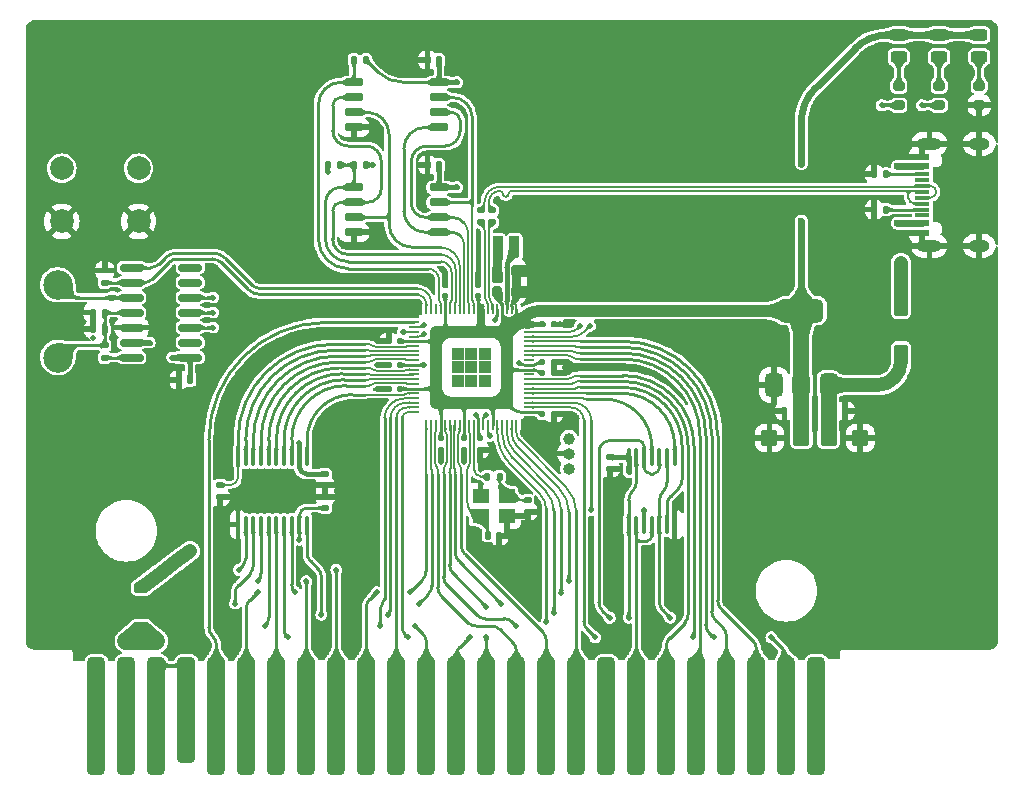
<source format=gbr>
%TF.GenerationSoftware,KiCad,Pcbnew,8.0.6*%
%TF.CreationDate,2024-11-30T11:04:34+01:00*%
%TF.ProjectId,Pico2-MSX,5069636f-322d-44d5-9358-2e6b69636164,0.3*%
%TF.SameCoordinates,Original*%
%TF.FileFunction,Copper,L1,Top*%
%TF.FilePolarity,Positive*%
%FSLAX46Y46*%
G04 Gerber Fmt 4.6, Leading zero omitted, Abs format (unit mm)*
G04 Created by KiCad (PCBNEW 8.0.6) date 2024-11-30 11:04:34*
%MOMM*%
%LPD*%
G01*
G04 APERTURE LIST*
G04 Aperture macros list*
%AMRoundRect*
0 Rectangle with rounded corners*
0 $1 Rounding radius*
0 $2 $3 $4 $5 $6 $7 $8 $9 X,Y pos of 4 corners*
0 Add a 4 corners polygon primitive as box body*
4,1,4,$2,$3,$4,$5,$6,$7,$8,$9,$2,$3,0*
0 Add four circle primitives for the rounded corners*
1,1,$1+$1,$2,$3*
1,1,$1+$1,$4,$5*
1,1,$1+$1,$6,$7*
1,1,$1+$1,$8,$9*
0 Add four rect primitives between the rounded corners*
20,1,$1+$1,$2,$3,$4,$5,0*
20,1,$1+$1,$4,$5,$6,$7,0*
20,1,$1+$1,$6,$7,$8,$9,0*
20,1,$1+$1,$8,$9,$2,$3,0*%
G04 Aperture macros list end*
%TA.AperFunction,Conductor*%
%ADD10C,0.200000*%
%TD*%
%TA.AperFunction,Conductor*%
%ADD11C,0.004000*%
%TD*%
%TA.AperFunction,Conductor*%
%ADD12C,0.100000*%
%TD*%
%TA.AperFunction,Conductor*%
%ADD13C,0.073000*%
%TD*%
%TA.AperFunction,Conductor*%
%ADD14C,0.000100*%
%TD*%
%TA.AperFunction,EtchedComponent*%
%ADD15C,0.300000*%
%TD*%
%TA.AperFunction,SMDPad,CuDef*%
%ADD16RoundRect,0.125000X-0.125000X0.155000X-0.125000X-0.155000X0.125000X-0.155000X0.125000X0.155000X0*%
%TD*%
%TA.AperFunction,SMDPad,CuDef*%
%ADD17C,2.500000*%
%TD*%
%TA.AperFunction,SMDPad,CuDef*%
%ADD18R,1.240000X0.600000*%
%TD*%
%TA.AperFunction,SMDPad,CuDef*%
%ADD19R,1.240000X0.300000*%
%TD*%
%TA.AperFunction,ComponentPad*%
%ADD20O,2.100000X1.000000*%
%TD*%
%TA.AperFunction,ComponentPad*%
%ADD21O,1.800000X1.000000*%
%TD*%
%TA.AperFunction,SMDPad,CuDef*%
%ADD22RoundRect,0.135000X0.135000X0.185000X-0.135000X0.185000X-0.135000X-0.185000X0.135000X-0.185000X0*%
%TD*%
%TA.AperFunction,SMDPad,CuDef*%
%ADD23RoundRect,0.150000X-0.650000X-0.150000X0.650000X-0.150000X0.650000X0.150000X-0.650000X0.150000X0*%
%TD*%
%TA.AperFunction,SMDPad,CuDef*%
%ADD24RoundRect,0.100000X-0.100000X0.637500X-0.100000X-0.637500X0.100000X-0.637500X0.100000X0.637500X0*%
%TD*%
%TA.AperFunction,SMDPad,CuDef*%
%ADD25RoundRect,0.125000X0.155000X0.125000X-0.155000X0.125000X-0.155000X-0.125000X0.155000X-0.125000X0*%
%TD*%
%TA.AperFunction,SMDPad,CuDef*%
%ADD26R,1.400000X1.200000*%
%TD*%
%TA.AperFunction,SMDPad,CuDef*%
%ADD27RoundRect,0.140000X-0.140000X-0.170000X0.140000X-0.170000X0.140000X0.170000X-0.140000X0.170000X0*%
%TD*%
%TA.AperFunction,SMDPad,CuDef*%
%ADD28RoundRect,0.135000X-0.185000X0.135000X-0.185000X-0.135000X0.185000X-0.135000X0.185000X0.135000X0*%
%TD*%
%TA.AperFunction,SMDPad,CuDef*%
%ADD29RoundRect,0.243750X0.456250X-0.243750X0.456250X0.243750X-0.456250X0.243750X-0.456250X-0.243750X0*%
%TD*%
%TA.AperFunction,SMDPad,CuDef*%
%ADD30RoundRect,0.200000X-0.275000X0.200000X-0.275000X-0.200000X0.275000X-0.200000X0.275000X0.200000X0*%
%TD*%
%TA.AperFunction,SMDPad,CuDef*%
%ADD31RoundRect,0.055000X0.335000X-0.055000X0.335000X0.055000X-0.335000X0.055000X-0.335000X-0.055000X0*%
%TD*%
%TA.AperFunction,SMDPad,CuDef*%
%ADD32RoundRect,0.055000X-0.055000X-0.335000X0.055000X-0.335000X0.055000X0.335000X-0.055000X0.335000X0*%
%TD*%
%TA.AperFunction,ComponentPad*%
%ADD33C,0.600000*%
%TD*%
%TA.AperFunction,SMDPad,CuDef*%
%ADD34R,1.133333X1.133333*%
%TD*%
%TA.AperFunction,SMDPad,CuDef*%
%ADD35RoundRect,0.125000X-0.155000X-0.125000X0.155000X-0.125000X0.155000X0.125000X-0.155000X0.125000X0*%
%TD*%
%TA.AperFunction,SMDPad,CuDef*%
%ADD36RoundRect,0.250000X-0.450000X-0.425000X0.450000X-0.425000X0.450000X0.425000X-0.450000X0.425000X0*%
%TD*%
%TA.AperFunction,SMDPad,CuDef*%
%ADD37RoundRect,0.140000X0.140000X0.170000X-0.140000X0.170000X-0.140000X-0.170000X0.140000X-0.170000X0*%
%TD*%
%TA.AperFunction,ConnectorPad*%
%ADD38RoundRect,0.375000X-0.375000X-4.625000X0.375000X-4.625000X0.375000X4.625000X-0.375000X4.625000X0*%
%TD*%
%TA.AperFunction,ConnectorPad*%
%ADD39RoundRect,0.375000X-0.375000X-4.125000X0.375000X-4.125000X0.375000X4.125000X-0.375000X4.125000X0*%
%TD*%
%TA.AperFunction,ComponentPad*%
%ADD40C,1.000000*%
%TD*%
%TA.AperFunction,ComponentPad*%
%ADD41O,1.000000X1.000000*%
%TD*%
%TA.AperFunction,SMDPad,CuDef*%
%ADD42RoundRect,0.135000X0.185000X-0.135000X0.185000X0.135000X-0.185000X0.135000X-0.185000X-0.135000X0*%
%TD*%
%TA.AperFunction,SMDPad,CuDef*%
%ADD43RoundRect,0.200000X-0.200000X-0.275000X0.200000X-0.275000X0.200000X0.275000X-0.200000X0.275000X0*%
%TD*%
%TA.AperFunction,SMDPad,CuDef*%
%ADD44RoundRect,0.225000X0.375000X-0.225000X0.375000X0.225000X-0.375000X0.225000X-0.375000X-0.225000X0*%
%TD*%
%TA.AperFunction,SMDPad,CuDef*%
%ADD45RoundRect,0.150000X0.825000X0.150000X-0.825000X0.150000X-0.825000X-0.150000X0.825000X-0.150000X0*%
%TD*%
%TA.AperFunction,SMDPad,CuDef*%
%ADD46RoundRect,0.135000X-0.135000X-0.185000X0.135000X-0.185000X0.135000X0.185000X-0.135000X0.185000X0*%
%TD*%
%TA.AperFunction,SMDPad,CuDef*%
%ADD47RoundRect,0.140000X0.170000X-0.140000X0.170000X0.140000X-0.170000X0.140000X-0.170000X-0.140000X0*%
%TD*%
%TA.AperFunction,SMDPad,CuDef*%
%ADD48RoundRect,0.125000X0.125000X-0.155000X0.125000X0.155000X-0.125000X0.155000X-0.125000X-0.155000X0*%
%TD*%
%TA.AperFunction,SMDPad,CuDef*%
%ADD49RoundRect,0.100000X0.100000X-0.637500X0.100000X0.637500X-0.100000X0.637500X-0.100000X-0.637500X0*%
%TD*%
%TA.AperFunction,SMDPad,CuDef*%
%ADD50RoundRect,0.140000X-0.170000X0.140000X-0.170000X-0.140000X0.170000X-0.140000X0.170000X0.140000X0*%
%TD*%
%TA.AperFunction,SMDPad,CuDef*%
%ADD51RoundRect,0.225000X-0.225000X-0.725000X0.225000X-0.725000X0.225000X0.725000X-0.225000X0.725000X0*%
%TD*%
%TA.AperFunction,SMDPad,CuDef*%
%ADD52RoundRect,0.225000X-0.375000X0.225000X-0.375000X-0.225000X0.375000X-0.225000X0.375000X0.225000X0*%
%TD*%
%TA.AperFunction,SMDPad,CuDef*%
%ADD53RoundRect,0.375000X0.375000X-0.625000X0.375000X0.625000X-0.375000X0.625000X-0.375000X-0.625000X0*%
%TD*%
%TA.AperFunction,SMDPad,CuDef*%
%ADD54RoundRect,0.500000X1.400000X-0.500000X1.400000X0.500000X-1.400000X0.500000X-1.400000X-0.500000X0*%
%TD*%
%TA.AperFunction,SMDPad,CuDef*%
%ADD55RoundRect,0.250000X0.450000X0.425000X-0.450000X0.425000X-0.450000X-0.425000X0.450000X-0.425000X0*%
%TD*%
%TA.AperFunction,ComponentPad*%
%ADD56C,2.000000*%
%TD*%
%TA.AperFunction,ViaPad*%
%ADD57C,0.500000*%
%TD*%
%TA.AperFunction,ViaPad*%
%ADD58C,1.200000*%
%TD*%
%TA.AperFunction,ViaPad*%
%ADD59C,0.475000*%
%TD*%
%TA.AperFunction,ViaPad*%
%ADD60C,0.600000*%
%TD*%
%TA.AperFunction,ViaPad*%
%ADD61C,0.400000*%
%TD*%
%TA.AperFunction,Conductor*%
%ADD62C,0.500000*%
%TD*%
%TA.AperFunction,Conductor*%
%ADD63C,0.475000*%
%TD*%
%TA.AperFunction,Conductor*%
%ADD64C,0.220000*%
%TD*%
%TA.AperFunction,Conductor*%
%ADD65C,0.800000*%
%TD*%
%TA.AperFunction,Conductor*%
%ADD66C,0.150000*%
%TD*%
%TA.AperFunction,Conductor*%
%ADD67C,0.250000*%
%TD*%
%TA.AperFunction,Conductor*%
%ADD68C,1.200000*%
%TD*%
%TA.AperFunction,Conductor*%
%ADD69C,0.300000*%
%TD*%
%TA.AperFunction,Conductor*%
%ADD70C,1.350000*%
%TD*%
%TA.AperFunction,Conductor*%
%ADD71C,0.900000*%
%TD*%
%TA.AperFunction,Conductor*%
%ADD72C,1.500000*%
%TD*%
%TA.AperFunction,Conductor*%
%ADD73C,0.450000*%
%TD*%
%TA.AperFunction,Conductor*%
%ADD74C,1.000000*%
%TD*%
%TA.AperFunction,Conductor*%
%ADD75C,0.400000*%
%TD*%
%TA.AperFunction,Conductor*%
%ADD76C,0.600000*%
%TD*%
%TA.AperFunction,Conductor*%
%ADD77C,0.157700*%
%TD*%
G04 APERTURE END LIST*
%TO.N,+3V3*%
D10*
X159372500Y-84989000D02*
X159512500Y-84989000D01*
X159512500Y-85109000D01*
X159372500Y-85109000D01*
X159372500Y-84989000D01*
D11*
%TO.N,+5V*%
X129091913Y-109207500D02*
X128671913Y-109207500D01*
X129091913Y-108887500D01*
X129091913Y-109207500D01*
%TA.AperFunction,Conductor*%
G36*
X129091913Y-109207500D02*
G01*
X128671913Y-109207500D01*
X129091913Y-108887500D01*
X129091913Y-109207500D01*
G37*
%TD.AperFunction*%
%TO.N,+3V3*%
D12*
X159712500Y-86675250D02*
X160902500Y-86675250D01*
X160902500Y-87555250D01*
X159712500Y-87555250D01*
X159712500Y-86675250D01*
%TA.AperFunction,Conductor*%
G36*
X159712500Y-86675250D02*
G01*
X160902500Y-86675250D01*
X160902500Y-87555250D01*
X159712500Y-87555250D01*
X159712500Y-86675250D01*
G37*
%TD.AperFunction*%
D13*
X157712500Y-85669000D02*
X158112500Y-85669000D01*
X158112500Y-87569000D01*
X157712500Y-87569000D01*
X157712500Y-85669000D01*
%TA.AperFunction,Conductor*%
G36*
X157712500Y-85669000D02*
G01*
X158112500Y-85669000D01*
X158112500Y-87569000D01*
X157712500Y-87569000D01*
X157712500Y-85669000D01*
G37*
%TD.AperFunction*%
D14*
%TO.N,Net-(D1-A)*%
X130951913Y-113547500D02*
X127391913Y-113547500D01*
X128661913Y-112487500D01*
X129681913Y-112487500D01*
X130951913Y-113547500D01*
%TA.AperFunction,Conductor*%
G36*
X130951913Y-113547500D02*
G01*
X127391913Y-113547500D01*
X128661913Y-112487500D01*
X129681913Y-112487500D01*
X130951913Y-113547500D01*
G37*
%TD.AperFunction*%
D15*
%TD*%
%TO.C,U5*%
X131422913Y-116179300D02*
X132000913Y-116179300D01*
%TO.C,U5*%
X131041913Y-116560300D02*
G75*
G02*
X131422913Y-116179300I380999J1D01*
G01*
X131422913Y-116179300D02*
G75*
G02*
X131041913Y-115798300I-1J380999D01*
G01*
X132000913Y-116179300D02*
G75*
G02*
X132381913Y-116560300I1J-380999D01*
G01*
X132381913Y-115798300D02*
G75*
G02*
X132000913Y-116179300I-380999J-1D01*
G01*
%TD*%
D16*
%TO.P,C14,1*%
%TO.N,+1V1*%
X157852500Y-96939000D03*
%TO.P,C14,2*%
%TO.N,GND*%
X157852500Y-97899000D03*
%TD*%
D17*
%TO.P,TP1,1,1*%
%TO.N,/AUDIO*%
X122093750Y-83931500D03*
%TD*%
D16*
%TO.P,C10,1*%
%TO.N,+3V3*%
X154512500Y-96939000D03*
%TO.P,C10,2*%
%TO.N,GND*%
X154512500Y-97899000D03*
%TD*%
D18*
%TO.P,J2,A1,GND*%
%TO.N,GND*%
X195297500Y-79514000D03*
%TO.P,J2,A4,VBUS*%
%TO.N,Net-(D3-A)*%
X195297500Y-78714000D03*
D19*
%TO.P,J2,A5,CC1*%
%TO.N,Net-(J2-CC1)*%
X195297500Y-77564000D03*
%TO.P,J2,A6,D+*%
%TO.N,/USB_D+*%
X195297500Y-76564000D03*
%TO.P,J2,A7,D-*%
%TO.N,/USB_D-*%
X195297500Y-76064000D03*
%TO.P,J2,A8,SBU1*%
%TO.N,unconnected-(J2-SBU1-PadA8)*%
X195297500Y-75064000D03*
D18*
%TO.P,J2,A9,VBUS*%
%TO.N,Net-(D3-A)*%
X195297500Y-73914000D03*
%TO.P,J2,A12,GND*%
%TO.N,GND*%
X195297500Y-73114000D03*
%TO.P,J2,B1,GND*%
X195297500Y-73114000D03*
%TO.P,J2,B4,VBUS*%
%TO.N,Net-(D3-A)*%
X195297500Y-73914000D03*
D19*
%TO.P,J2,B5,CC2*%
%TO.N,Net-(J2-CC2)*%
X195297500Y-74564000D03*
%TO.P,J2,B6,D+*%
%TO.N,/USB_D+*%
X195297500Y-75564000D03*
%TO.P,J2,B7,D-*%
%TO.N,/USB_D-*%
X195297500Y-77064000D03*
%TO.P,J2,B8,SBU2*%
%TO.N,unconnected-(J2-SBU2-PadB8)*%
X195297500Y-78064000D03*
D18*
%TO.P,J2,B9,VBUS*%
%TO.N,Net-(D3-A)*%
X195297500Y-78714000D03*
%TO.P,J2,B12,GND*%
%TO.N,GND*%
X195297500Y-79514000D03*
D20*
%TO.P,J2,S1,SHIELD*%
X195897500Y-80634000D03*
D21*
X200097500Y-80634000D03*
D20*
X195897500Y-71994000D03*
D21*
X200097500Y-71994000D03*
%TD*%
D22*
%TO.P,R12,1*%
%TO.N,Net-(J2-CC1)*%
X192230000Y-77564000D03*
%TO.P,R12,2*%
%TO.N,GND*%
X191210000Y-77564000D03*
%TD*%
D23*
%TO.P,U4,1,~{CS}*%
%TO.N,/QSPI_SS0*%
X147162500Y-75679000D03*
%TO.P,U4,2,DO(IO1)*%
%TO.N,/QSPI_SD1*%
X147162500Y-76949000D03*
%TO.P,U4,3,IO2*%
%TO.N,/QSPI_SD2*%
X147162500Y-78219000D03*
%TO.P,U4,4,GND*%
%TO.N,GND*%
X147162500Y-79489000D03*
%TO.P,U4,5,DI(IO0)*%
%TO.N,/QSPI_SD0*%
X154362500Y-79489000D03*
%TO.P,U4,6,CLK*%
%TO.N,/QSPI_SCLK*%
X154362500Y-78219000D03*
%TO.P,U4,7,IO3*%
%TO.N,/QSPI_SD3*%
X154362500Y-76949000D03*
%TO.P,U4,8,VCC*%
%TO.N,+3V3*%
X154362500Y-75679000D03*
%TD*%
D24*
%TO.P,U2,1,A1*%
%TO.N,/D7*%
X143202500Y-98529000D03*
%TO.P,U2,2,V_{CCA}*%
%TO.N,+3V3*%
X142552500Y-98529000D03*
%TO.P,U2,3,A2*%
%TO.N,/D6*%
X141902500Y-98529000D03*
%TO.P,U2,4,A3*%
%TO.N,/D5*%
X141252500Y-98529000D03*
%TO.P,U2,5,A4*%
%TO.N,/D4*%
X140602500Y-98529000D03*
%TO.P,U2,6,A5*%
%TO.N,/D3*%
X139952500Y-98529000D03*
%TO.P,U2,7,A6*%
%TO.N,/D2*%
X139302500Y-98529000D03*
%TO.P,U2,8,A7*%
%TO.N,/D1*%
X138652500Y-98529000D03*
%TO.P,U2,9,A8*%
%TO.N,/D0*%
X138002500Y-98529000D03*
%TO.P,U2,10,OE*%
%TO.N,/OE*%
X137352500Y-98529000D03*
%TO.P,U2,11,GND*%
%TO.N,GND*%
X137352500Y-104254000D03*
%TO.P,U2,12,B8*%
%TO.N,/MSX_D0*%
X138002500Y-104254000D03*
%TO.P,U2,13,B7*%
%TO.N,/MSX_D1*%
X138652500Y-104254000D03*
%TO.P,U2,14,B6*%
%TO.N,/MSX_D2*%
X139302500Y-104254000D03*
%TO.P,U2,15,B5*%
%TO.N,/MSX_D3*%
X139952500Y-104254000D03*
%TO.P,U2,16,B4*%
%TO.N,/MSX_D4*%
X140602500Y-104254000D03*
%TO.P,U2,17,B3*%
%TO.N,/MSX_D5*%
X141252500Y-104254000D03*
%TO.P,U2,18,B2*%
%TO.N,/MSX_D6*%
X141902500Y-104254000D03*
%TO.P,U2,19,V_{CCB}*%
%TO.N,+5V*%
X142552500Y-104254000D03*
%TO.P,U2,20,B1*%
%TO.N,/MSX_D7*%
X143202500Y-104254000D03*
%TD*%
D25*
%TO.P,C7,1*%
%TO.N,+3V3*%
X151092500Y-92719000D03*
%TO.P,C7,2*%
%TO.N,GND*%
X150132500Y-92719000D03*
%TD*%
D22*
%TO.P,R11,1*%
%TO.N,Net-(J2-CC2)*%
X192230000Y-74567750D03*
%TO.P,R11,2*%
%TO.N,GND*%
X191210000Y-74567750D03*
%TD*%
%TO.P,R1,1*%
%TO.N,Net-(U1-VrefB)*%
X126062500Y-86282500D03*
%TO.P,R1,2*%
%TO.N,GND*%
X125042500Y-86282500D03*
%TD*%
D26*
%TO.P,Y1,1,1*%
%TO.N,/XIN*%
X157887500Y-103516500D03*
%TO.P,Y1,2,2*%
%TO.N,GND*%
X160087500Y-103516500D03*
%TO.P,Y1,3,3*%
%TO.N,Net-(C18-Pad1)*%
X160087500Y-101816500D03*
%TO.P,Y1,4,4*%
%TO.N,GND*%
X157887500Y-101816500D03*
%TD*%
D27*
%TO.P,C15,1*%
%TO.N,/XIN*%
X158507500Y-105166500D03*
%TO.P,C15,2*%
%TO.N,GND*%
X159467500Y-105166500D03*
%TD*%
D28*
%TO.P,R9,1*%
%TO.N,/USB_D-*%
X158887500Y-77632750D03*
%TO.P,R9,2*%
%TO.N,/D-*%
X158887500Y-78652750D03*
%TD*%
D29*
%TO.P,D2,1,K*%
%TO.N,Net-(D2-K)*%
X193312500Y-64656500D03*
%TO.P,D2,2,A*%
%TO.N,+3V3*%
X193312500Y-62781500D03*
%TD*%
D22*
%TO.P,R7,1*%
%TO.N,+3V3*%
X148182500Y-73784000D03*
%TO.P,R7,2*%
%TO.N,/QSPI_SS0*%
X147162500Y-73784000D03*
%TD*%
D30*
%TO.P,R15,1*%
%TO.N,Net-(D5-K)*%
X200112500Y-67094000D03*
%TO.P,R15,2*%
%TO.N,GND*%
X200112500Y-68744000D03*
%TD*%
D31*
%TO.P,U6,1,GPIO4*%
%TO.N,/CLOCK*%
X152216000Y-87119000D03*
%TO.P,U6,2,GPIO5*%
%TO.N,/SPI0_~{CS}*%
X152216000Y-87519000D03*
%TO.P,U6,3,GPIO6*%
%TO.N,/SPI0_SCK*%
X152216000Y-87919000D03*
%TO.P,U6,4,GPIO7*%
%TO.N,/SPI0_MOSI*%
X152216000Y-88319000D03*
%TO.P,U6,5,IOVDD*%
%TO.N,+3V3*%
X152216000Y-88719000D03*
%TO.P,U6,6,GPIO8*%
%TO.N,/OE*%
X152216000Y-89119000D03*
%TO.P,U6,7,GPIO9*%
%TO.N,/D0*%
X152216000Y-89519000D03*
%TO.P,U6,8,GPIO10*%
%TO.N,/D1*%
X152216000Y-89919000D03*
%TO.P,U6,9,GPIO11*%
%TO.N,/D2*%
X152216000Y-90319000D03*
%TO.P,U6,10,DVDD*%
%TO.N,+1V1*%
X152216000Y-90719000D03*
%TO.P,U6,11,GPIO12*%
%TO.N,/D3*%
X152216000Y-91119000D03*
%TO.P,U6,12,GPIO13*%
%TO.N,/D4*%
X152216000Y-91519000D03*
%TO.P,U6,13,GPIO14*%
%TO.N,/D5*%
X152216000Y-91919000D03*
%TO.P,U6,14,GPIO15*%
%TO.N,/D6*%
X152216000Y-92319000D03*
%TO.P,U6,15,IOVDD*%
%TO.N,+3V3*%
X152216000Y-92719000D03*
%TO.P,U6,16,GPIO16*%
%TO.N,/D7*%
X152216000Y-93119000D03*
%TO.P,U6,17,GPIO17*%
%TO.N,/A0*%
X152216000Y-93519000D03*
%TO.P,U6,18,GPIO18*%
%TO.N,/A1*%
X152216000Y-93919000D03*
%TO.P,U6,19,GPIO19*%
%TO.N,/A2*%
X152216000Y-94319000D03*
%TO.P,U6,20,GPIO20*%
%TO.N,/A3*%
X152216000Y-94719000D03*
D32*
%TO.P,U6,21,GPIO21*%
%TO.N,/A4*%
X153312500Y-95815500D03*
%TO.P,U6,22,GPIO22*%
%TO.N,/A5*%
X153712500Y-95815500D03*
%TO.P,U6,23,GPIO23*%
%TO.N,/A6*%
X154112500Y-95815500D03*
%TO.P,U6,24,IOVDD*%
%TO.N,+3V3*%
X154512500Y-95815500D03*
%TO.P,U6,25,GPIO24*%
%TO.N,/A7*%
X154912500Y-95815500D03*
%TO.P,U6,26,GPIO25*%
%TO.N,/A8*%
X155312500Y-95815500D03*
%TO.P,U6,27,GPIO26*%
%TO.N,/A9*%
X155712500Y-95815500D03*
%TO.P,U6,28,GPIO27*%
%TO.N,/A10*%
X156112500Y-95815500D03*
%TO.P,U6,29,IOVDD*%
%TO.N,+3V3*%
X156512500Y-95815500D03*
%TO.P,U6,30,XIN*%
%TO.N,/XIN*%
X156912500Y-95815500D03*
%TO.P,U6,31,XOUT*%
%TO.N,/XOUT*%
X157312500Y-95815500D03*
%TO.P,U6,32,DVDD*%
%TO.N,+1V1*%
X157712500Y-95815500D03*
%TO.P,U6,33,SWCLK*%
%TO.N,/SWCLK*%
X158112500Y-95815500D03*
%TO.P,U6,34,SWD*%
%TO.N,/SWD*%
X158512500Y-95815500D03*
%TO.P,U6,35,RUN*%
%TO.N,+3V3*%
X158912500Y-95815500D03*
%TO.P,U6,36,GPIO28*%
%TO.N,/A11*%
X159312500Y-95815500D03*
%TO.P,U6,37,GPIO29*%
%TO.N,/A12*%
X159712500Y-95815500D03*
%TO.P,U6,38,GPIO30*%
%TO.N,/A13*%
X160112500Y-95815500D03*
%TO.P,U6,39,GPIO31*%
%TO.N,/A14*%
X160512500Y-95815500D03*
%TO.P,U6,40,GPIO32*%
%TO.N,/A15*%
X160912500Y-95815500D03*
D31*
%TO.P,U6,41,IOVDD*%
%TO.N,+3V3*%
X162009000Y-94719000D03*
%TO.P,U6,42,GPIO33*%
%TO.N,/~{RESET}*%
X162009000Y-94319000D03*
%TO.P,U6,43,GPIO34*%
%TO.N,/~{IORQ_RD}*%
X162009000Y-93919000D03*
%TO.P,U6,44,GPIO35*%
%TO.N,/~{IORQ_WR}*%
X162009000Y-93519000D03*
%TO.P,U6,45,GPIO36*%
%TO.N,/~{SLTSL_WR}*%
X162009000Y-93119000D03*
%TO.P,U6,46,GPIO37*%
%TO.N,/~{SLTSL_RD}*%
X162009000Y-92719000D03*
%TO.P,U6,47,GPIO38*%
%TO.N,/~{MREQ}*%
X162009000Y-92319000D03*
%TO.P,U6,48,GPIO39*%
%TO.N,/~{M1}*%
X162009000Y-91919000D03*
%TO.P,U6,49,GPIO40_ADC0*%
%TO.N,unconnected-(U6-GPIO40_ADC0-Pad49)*%
X162009000Y-91519000D03*
%TO.P,U6,50,IOVDD*%
%TO.N,+3V3*%
X162009000Y-91119000D03*
%TO.P,U6,51,DVDD*%
%TO.N,+1V1*%
X162009000Y-90719000D03*
%TO.P,U6,52,GPIO41_ADC1*%
%TO.N,unconnected-(U6-GPIO41_ADC1-Pad52)*%
X162009000Y-90319000D03*
%TO.P,U6,53,GPIO42_ADC2*%
%TO.N,/~{BUSDIR}*%
X162009000Y-89919000D03*
%TO.P,U6,54,GPIO43_ADC3*%
%TO.N,/~{WAIT}*%
X162009000Y-89519000D03*
%TO.P,U6,55,GPIO44_ADC4*%
%TO.N,/~{EXINT}*%
X162009000Y-89119000D03*
%TO.P,U6,56,GPIO45_ADC5*%
%TO.N,/~{RFSH}*%
X162009000Y-88719000D03*
%TO.P,U6,57,GPIO46_ADC6*%
%TO.N,/LED1*%
X162009000Y-88319000D03*
%TO.P,U6,58,GPIO47_ADC7*%
%TO.N,/LED2*%
X162009000Y-87919000D03*
%TO.P,U6,59,ADC_AVDD*%
%TO.N,+3V3*%
X162009000Y-87519000D03*
%TO.P,U6,60,IOVDD*%
X162009000Y-87119000D03*
D32*
%TO.P,U6,61,VREG_AVDD*%
X160912500Y-86022500D03*
%TO.P,U6,62,VREG_PGND*%
%TO.N,GND*%
X160512500Y-86022500D03*
%TO.P,U6,63,VREG_LX*%
%TO.N,/VREG_LX*%
X160112500Y-86022500D03*
%TO.P,U6,64,VREG_VIN*%
%TO.N,+3V3*%
X159712500Y-86022500D03*
%TO.P,U6,65,VREG_FB*%
%TO.N,+1V1*%
X159312500Y-86022500D03*
%TO.P,U6,66,USB_DM*%
%TO.N,/D-*%
X158912500Y-86022500D03*
%TO.P,U6,67,USB_DP*%
%TO.N,/D+*%
X158512500Y-86022500D03*
%TO.P,U6,68,USB_OTP_VDD*%
%TO.N,+3V3*%
X158112500Y-86022500D03*
%TO.P,U6,69,QSPI_IOVDD*%
X157712500Y-86022500D03*
%TO.P,U6,70,QSPI_SD3*%
%TO.N,/QSPI_SD3*%
X157312500Y-86022500D03*
%TO.P,U6,71,QSPI_SCLK*%
%TO.N,/QSPI_SCLK*%
X156912500Y-86022500D03*
%TO.P,U6,72,QSPI_SD0*%
%TO.N,/QSPI_SD0*%
X156512500Y-86022500D03*
%TO.P,U6,73,QSPI_SD2*%
%TO.N,/QSPI_SD2*%
X156112500Y-86022500D03*
%TO.P,U6,74,QSPI_SD1*%
%TO.N,/QSPI_SD1*%
X155712500Y-86022500D03*
%TO.P,U6,75,QSPI_SS*%
%TO.N,/QSPI_SS0*%
X155312500Y-86022500D03*
%TO.P,U6,76,IOVDD*%
%TO.N,+3V3*%
X154912500Y-86022500D03*
%TO.P,U6,77,GPIO0*%
%TO.N,/QSPI_SS1*%
X154512500Y-86022500D03*
%TO.P,U6,78,GPIO1*%
%TO.N,unconnected-(U6-GPIO1-Pad78)*%
X154112500Y-86022500D03*
%TO.P,U6,79,GPIO2*%
%TO.N,/~{LDAC}*%
X153712500Y-86022500D03*
%TO.P,U6,80,GPIO3*%
%TO.N,/~{SHDN}*%
X153312500Y-86022500D03*
D33*
%TO.P,U6,81,GND*%
%TO.N,GND*%
X155979167Y-89785667D03*
D34*
X155979167Y-89785667D03*
D33*
X155979167Y-90919000D03*
D34*
X155979167Y-90919000D03*
D33*
X155979167Y-92052333D03*
D34*
X155979167Y-92052333D03*
D33*
X157112500Y-89785667D03*
D34*
X157112500Y-89785667D03*
D33*
X157112500Y-90919000D03*
D34*
X157112500Y-90919000D03*
D33*
X157112500Y-92052333D03*
D34*
X157112500Y-92052333D03*
D33*
X158245833Y-89785667D03*
D34*
X158245833Y-89785667D03*
D33*
X158245833Y-90919000D03*
D34*
X158245833Y-90919000D03*
D33*
X158245833Y-92052333D03*
D34*
X158245833Y-92052333D03*
%TD*%
D35*
%TO.P,C22,1*%
%TO.N,+3V3*%
X163132500Y-94859000D03*
%TO.P,C22,2*%
%TO.N,GND*%
X164092500Y-94859000D03*
%TD*%
D36*
%TO.P,C27,1*%
%TO.N,+5V*%
X187352500Y-96906500D03*
%TO.P,C27,2*%
%TO.N,GND*%
X190052500Y-96906500D03*
%TD*%
D37*
%TO.P,C9,1*%
%TO.N,+3V3*%
X154362500Y-73784000D03*
%TO.P,C9,2*%
%TO.N,GND*%
X153402500Y-73784000D03*
%TD*%
D38*
%TO.P,U5,2,~{CS2}*%
%TO.N,unconnected-(U5-~{CS2}-Pad2)*%
X186321913Y-120446500D03*
%TO.P,U5,4,~{SLTSL}*%
%TO.N,/~{SLTSL}*%
X183781913Y-120446500D03*
%TO.P,U5,6,~{RFSH}*%
%TO.N,/~{RFSH}*%
X181241913Y-120446500D03*
%TO.P,U5,8,~{EXINT}*%
%TO.N,/~{EXINT}*%
X178701913Y-120446500D03*
%TO.P,U5,10,~{BUSDIR}*%
%TO.N,/~{BUSDIR}*%
X176161913Y-120446500D03*
%TO.P,U5,12,~{MREQ}*%
%TO.N,/~{MREQ}*%
X173621913Y-120446500D03*
%TO.P,U5,14,~{RD}*%
%TO.N,/~{RD}*%
X171081913Y-120446500D03*
%TO.P,U5,16,NC*%
%TO.N,unconnected-(U5-NC-Pad16)*%
X168541913Y-120446500D03*
%TO.P,U5,18,A15*%
%TO.N,/A15*%
X166001913Y-120446500D03*
%TO.P,U5,20,A10*%
%TO.N,/A10*%
X163461913Y-120446500D03*
%TO.P,U5,22,A6*%
%TO.N,/A6*%
X160921913Y-120446500D03*
%TO.P,U5,24,A8*%
%TO.N,/A8*%
X158381913Y-120446500D03*
%TO.P,U5,26,A13*%
%TO.N,/A13*%
X155841913Y-120446500D03*
%TO.P,U5,28,A0*%
%TO.N,/A0*%
X153301913Y-120446500D03*
%TO.P,U5,30,A2*%
%TO.N,/A2*%
X150761913Y-120446500D03*
%TO.P,U5,32,A4*%
%TO.N,/A4*%
X148221913Y-120446500D03*
%TO.P,U5,34,D0*%
%TO.N,/MSX_D0*%
X145681913Y-120446500D03*
%TO.P,U5,36,D2*%
%TO.N,/MSX_D2*%
X143141913Y-120446500D03*
%TO.P,U5,38,D4*%
%TO.N,/MSX_D4*%
X140601913Y-120446500D03*
%TO.P,U5,40,D6*%
%TO.N,/MSX_D6*%
X138061913Y-120446500D03*
%TO.P,U5,42,CLOCK*%
%TO.N,/CLOCK*%
X135521913Y-120446500D03*
D39*
%TO.P,U5,44,SW1*%
%TO.N,Net-(U5-SW1)*%
X132981913Y-119946500D03*
D38*
%TO.P,U5,46,SW2*%
X130441913Y-120446500D03*
%TO.P,U5,48,+12V*%
%TO.N,unconnected-(U5-+12V-Pad48)*%
X127901913Y-120446500D03*
%TO.P,U5,50,-12V*%
%TO.N,unconnected-(U5--12V-Pad50)*%
X125361913Y-120446500D03*
%TD*%
D40*
%TO.P,J1,1,Pin_1*%
%TO.N,/SWCLK*%
X165367500Y-96951500D03*
D41*
%TO.P,J1,2,Pin_2*%
%TO.N,GND*%
X165367500Y-98221500D03*
%TO.P,J1,3,Pin_3*%
%TO.N,/SWD*%
X165367500Y-99491500D03*
%TD*%
D42*
%TO.P,R2,1*%
%TO.N,/~{SHDN}*%
X126062500Y-83742500D03*
%TO.P,R2,2*%
%TO.N,GND*%
X126062500Y-82722500D03*
%TD*%
D28*
%TO.P,R4,1*%
%TO.N,/OE*%
X135832500Y-100881500D03*
%TO.P,R4,2*%
%TO.N,GND*%
X135832500Y-101901500D03*
%TD*%
D42*
%TO.P,R3,1*%
%TO.N,Net-(U1-VoutA)*%
X126062500Y-90092500D03*
%TO.P,R3,2*%
%TO.N,Net-(U1-VrefB)*%
X126062500Y-89072500D03*
%TD*%
D22*
%TO.P,R5,1*%
%TO.N,/QSPI_SS0*%
X145962500Y-73784000D03*
%TO.P,R5,2*%
%TO.N,/~{USB_BOOT}*%
X144942500Y-73784000D03*
%TD*%
D28*
%TO.P,R8,1*%
%TO.N,/USB_D+*%
X157937500Y-77632750D03*
%TO.P,R8,2*%
%TO.N,/D+*%
X157937500Y-78652750D03*
%TD*%
D43*
%TO.P,C16,1*%
%TO.N,+3V3*%
X159312500Y-84525250D03*
%TO.P,C16,2*%
%TO.N,GND*%
X160912500Y-84525250D03*
%TD*%
D25*
%TO.P,C5,1*%
%TO.N,+3V3*%
X151092500Y-88719000D03*
%TO.P,C5,2*%
%TO.N,GND*%
X150132500Y-88719000D03*
%TD*%
D37*
%TO.P,C25,1*%
%TO.N,+3V3*%
X184582500Y-94631500D03*
%TO.P,C25,2*%
%TO.N,GND*%
X183622500Y-94631500D03*
%TD*%
D44*
%TO.P,D3,1,K*%
%TO.N,+5V*%
X193483750Y-89417500D03*
%TO.P,D3,2,A*%
%TO.N,Net-(D3-A)*%
X193483750Y-86117500D03*
%TD*%
D43*
%TO.P,C17,1*%
%TO.N,+1V1*%
X159312500Y-82769000D03*
%TO.P,C17,2*%
%TO.N,GND*%
X160912500Y-82769000D03*
%TD*%
D45*
%TO.P,U1,1,VDD*%
%TO.N,+3V3*%
X133300000Y-90092500D03*
%TO.P,U1,2,NC*%
%TO.N,unconnected-(U1-NC-Pad2)*%
X133300000Y-88822500D03*
%TO.P,U1,3,~{CS}*%
%TO.N,/SPI0_~{CS}*%
X133300000Y-87552500D03*
%TO.P,U1,4,SCK*%
%TO.N,/SPI0_SCK*%
X133300000Y-86282500D03*
%TO.P,U1,5,SDI*%
%TO.N,/SPI0_MOSI*%
X133300000Y-85012500D03*
%TO.P,U1,6,NC*%
%TO.N,unconnected-(U1-NC-Pad6)*%
X133300000Y-83742500D03*
%TO.P,U1,7,NC*%
%TO.N,unconnected-(U1-NC-Pad7)*%
X133300000Y-82472500D03*
%TO.P,U1,8,~{LDAC}*%
%TO.N,/~{LDAC}*%
X128350000Y-82472500D03*
%TO.P,U1,9,~{SHDN}*%
%TO.N,/~{SHDN}*%
X128350000Y-83742500D03*
%TO.P,U1,10,VoutB*%
%TO.N,/AUDIO*%
X128350000Y-85012500D03*
%TO.P,U1,11,VrefB*%
%TO.N,Net-(U1-VrefB)*%
X128350000Y-86282500D03*
%TO.P,U1,12,AVSS*%
%TO.N,GND*%
X128350000Y-87552500D03*
%TO.P,U1,13,VrefA*%
%TO.N,+3V3*%
X128350000Y-88822500D03*
%TO.P,U1,14,VoutA*%
%TO.N,Net-(U1-VoutA)*%
X128350000Y-90092500D03*
%TD*%
D46*
%TO.P,R10,1*%
%TO.N,/XOUT*%
X158477500Y-100166500D03*
%TO.P,R10,2*%
%TO.N,Net-(C18-Pad1)*%
X159497500Y-100166500D03*
%TD*%
D47*
%TO.P,C4,1*%
%TO.N,+5V*%
X144730000Y-102829000D03*
%TO.P,C4,2*%
%TO.N,GND*%
X144730000Y-101869000D03*
%TD*%
D17*
%TO.P,TP2,1,1*%
%TO.N,Net-(U1-VrefB)*%
X122093750Y-90092500D03*
%TD*%
D48*
%TO.P,C13,1*%
%TO.N,+3V3*%
X157712500Y-84899000D03*
%TO.P,C13,2*%
%TO.N,GND*%
X157712500Y-83939000D03*
%TD*%
D30*
%TO.P,R13,1*%
%TO.N,Net-(D2-K)*%
X193312500Y-67094000D03*
%TO.P,R13,2*%
%TO.N,/LED2*%
X193312500Y-68744000D03*
%TD*%
D37*
%TO.P,C2,1*%
%TO.N,+3V3*%
X133300000Y-91997500D03*
%TO.P,C2,2*%
%TO.N,GND*%
X132340000Y-91997500D03*
%TD*%
D49*
%TO.P,U7,1*%
%TO.N,/~{IORQ}*%
X170432500Y-104260000D03*
%TO.P,U7,2*%
%TO.N,/~{RD}*%
X171082500Y-104260000D03*
%TO.P,U7,3*%
%TO.N,/~{IORQ_RD}*%
X171732500Y-104260000D03*
%TO.P,U7,4*%
%TO.N,/~{RD}*%
X172382500Y-104260000D03*
%TO.P,U7,5*%
%TO.N,/~{SLTSL}*%
X173032500Y-104260000D03*
%TO.P,U7,6*%
%TO.N,/~{SLTSL_RD}*%
X173682500Y-104260000D03*
%TO.P,U7,7,GND*%
%TO.N,GND*%
X174332500Y-104260000D03*
%TO.P,U7,8*%
%TO.N,/~{SLTSL_WR}*%
X174332500Y-98535000D03*
%TO.P,U7,9*%
%TO.N,/~{SLTSL}*%
X173682500Y-98535000D03*
%TO.P,U7,10*%
%TO.N,/~{WR}*%
X173032500Y-98535000D03*
%TO.P,U7,11*%
%TO.N,/~{IORQ_WR}*%
X172382500Y-98535000D03*
%TO.P,U7,12*%
%TO.N,/~{WR}*%
X171732500Y-98535000D03*
%TO.P,U7,13*%
%TO.N,/~{IORQ}*%
X171082500Y-98535000D03*
%TO.P,U7,14,VCC*%
%TO.N,+3V3*%
X170432500Y-98535000D03*
%TD*%
D50*
%TO.P,C3,1*%
%TO.N,+3V3*%
X144730000Y-99964000D03*
%TO.P,C3,2*%
%TO.N,GND*%
X144730000Y-100924000D03*
%TD*%
D37*
%TO.P,C8,1*%
%TO.N,+3V3*%
X154362500Y-64894000D03*
%TO.P,C8,2*%
%TO.N,GND*%
X153402500Y-64894000D03*
%TD*%
D50*
%TO.P,C18,1*%
%TO.N,Net-(C18-Pad1)*%
X161887500Y-102186500D03*
%TO.P,C18,2*%
%TO.N,GND*%
X161887500Y-103146500D03*
%TD*%
D30*
%TO.P,R14,1*%
%TO.N,Net-(D4-K)*%
X196712500Y-67094000D03*
%TO.P,R14,2*%
%TO.N,/LED1*%
X196712500Y-68744000D03*
%TD*%
D51*
%TO.P,L1,1,1*%
%TO.N,+1V1*%
X159362500Y-80719000D03*
%TO.P,L1,2,2*%
%TO.N,/VREG_LX*%
X160762500Y-80719000D03*
%TD*%
D35*
%TO.P,C19,1*%
%TO.N,+3V3*%
X163132500Y-87294000D03*
%TO.P,C19,2*%
%TO.N,GND*%
X164092500Y-87294000D03*
%TD*%
D25*
%TO.P,C6,1*%
%TO.N,+1V1*%
X151092500Y-90719000D03*
%TO.P,C6,2*%
%TO.N,GND*%
X150132500Y-90719000D03*
%TD*%
D48*
%TO.P,C11,1*%
%TO.N,+3V3*%
X154912500Y-84899000D03*
%TO.P,C11,2*%
%TO.N,GND*%
X154912500Y-83939000D03*
%TD*%
D50*
%TO.P,C23,1*%
%TO.N,+3V3*%
X168860000Y-98535000D03*
%TO.P,C23,2*%
%TO.N,GND*%
X168860000Y-99495000D03*
%TD*%
D16*
%TO.P,C12,1*%
%TO.N,+3V3*%
X156512500Y-96939000D03*
%TO.P,C12,2*%
%TO.N,GND*%
X156512500Y-97899000D03*
%TD*%
D29*
%TO.P,D4,1,K*%
%TO.N,Net-(D4-K)*%
X196712500Y-64656500D03*
%TO.P,D4,2,A*%
%TO.N,+3V3*%
X196712500Y-62781500D03*
%TD*%
D52*
%TO.P,D1,1,K*%
%TO.N,+5V*%
X129172500Y-109589809D03*
%TO.P,D1,2,A*%
%TO.N,Net-(D1-A)*%
X129172500Y-112889809D03*
%TD*%
D37*
%TO.P,C1,1*%
%TO.N,Net-(U1-VrefB)*%
X126062500Y-87711250D03*
%TO.P,C1,2*%
%TO.N,GND*%
X125102500Y-87711250D03*
%TD*%
D27*
%TO.P,C26,1*%
%TO.N,+5V*%
X187822500Y-94631500D03*
%TO.P,C26,2*%
%TO.N,GND*%
X188782500Y-94631500D03*
%TD*%
D29*
%TO.P,D5,1,K*%
%TO.N,Net-(D5-K)*%
X200112500Y-64656500D03*
%TO.P,D5,2,A*%
%TO.N,+3V3*%
X200112500Y-62781500D03*
%TD*%
D35*
%TO.P,C21,1*%
%TO.N,+3V3*%
X163132500Y-91379000D03*
%TO.P,C21,2*%
%TO.N,GND*%
X164092500Y-91379000D03*
%TD*%
D53*
%TO.P,U8,1,GND*%
%TO.N,GND*%
X182752500Y-92419000D03*
%TO.P,U8,2,VO*%
%TO.N,+3V3*%
X185052500Y-92419000D03*
D54*
X185052500Y-86119000D03*
D53*
%TO.P,U8,3,VI*%
%TO.N,+5V*%
X187352500Y-92419000D03*
%TD*%
D55*
%TO.P,C24,1*%
%TO.N,+3V3*%
X185052500Y-96906500D03*
%TO.P,C24,2*%
%TO.N,GND*%
X182352500Y-96906500D03*
%TD*%
D22*
%TO.P,R6,1*%
%TO.N,+3V3*%
X148182500Y-64894000D03*
%TO.P,R6,2*%
%TO.N,/QSPI_SS1*%
X147162500Y-64894000D03*
%TD*%
D23*
%TO.P,U3,1,~{CS}*%
%TO.N,/QSPI_SS1*%
X147162500Y-66789000D03*
%TO.P,U3,2,DO(IO1)*%
%TO.N,/QSPI_SD1*%
X147162500Y-68059000D03*
%TO.P,U3,3,IO2*%
%TO.N,/QSPI_SD2*%
X147162500Y-69329000D03*
%TO.P,U3,4,GND*%
%TO.N,GND*%
X147162500Y-70599000D03*
%TO.P,U3,5,DI(IO0)*%
%TO.N,/QSPI_SD0*%
X154362500Y-70599000D03*
%TO.P,U3,6,CLK*%
%TO.N,/QSPI_SCLK*%
X154362500Y-69329000D03*
%TO.P,U3,7,IO3*%
%TO.N,/QSPI_SD3*%
X154362500Y-68059000D03*
%TO.P,U3,8,VCC*%
%TO.N,+3V3*%
X154362500Y-66789000D03*
%TD*%
D35*
%TO.P,C20,1*%
%TO.N,+1V1*%
X163132500Y-90459000D03*
%TO.P,C20,2*%
%TO.N,GND*%
X164092500Y-90459000D03*
%TD*%
D56*
%TO.P,SW1,1,1*%
%TO.N,GND*%
X122430000Y-78564000D03*
X128930000Y-78564000D03*
%TO.P,SW1,2,2*%
%TO.N,/~{USB_BOOT}*%
X122430000Y-74064000D03*
X128930000Y-74064000D03*
%TD*%
D57*
%TO.N,GND*%
X129872500Y-87552500D03*
X165112500Y-91379000D03*
D58*
X182151500Y-94631500D03*
D57*
X156512500Y-98419000D03*
X124152500Y-86282500D03*
X161887500Y-103866500D03*
X153402500Y-65846500D03*
D58*
X182751500Y-90219000D03*
D57*
X153402500Y-74726500D03*
X165112500Y-87294000D03*
X154512500Y-98419000D03*
X157712500Y-83419000D03*
X149112500Y-90719000D03*
X157852500Y-98919000D03*
X149612500Y-90719000D03*
X164612500Y-90459000D03*
X153402500Y-72821500D03*
D58*
X136633750Y-112826500D03*
D57*
X154912500Y-82919000D03*
X147162500Y-80441500D03*
X165112500Y-94859000D03*
X148540000Y-79489000D03*
D58*
X190302500Y-94631500D03*
D57*
X126062500Y-81832500D03*
X164612500Y-87294000D03*
X149112500Y-88719000D03*
X168860000Y-100285250D03*
D59*
X161712500Y-84762750D03*
D57*
X153402500Y-63941500D03*
D59*
X161712500Y-83006500D03*
D57*
X164612500Y-94859000D03*
X145682500Y-100924000D03*
X131420000Y-91997500D03*
X149612500Y-88719000D03*
X136452500Y-104254000D03*
D58*
X180751500Y-92419000D03*
D57*
X160187500Y-105166500D03*
X149112500Y-92719000D03*
X164612500Y-91379000D03*
D59*
X161712500Y-82531500D03*
D57*
X154912500Y-83419000D03*
X145682500Y-101869000D03*
X165112500Y-90459000D03*
X157852500Y-98419000D03*
D58*
X132981913Y-110287500D03*
D57*
X135832500Y-102666500D03*
X125102500Y-88467500D03*
X157712500Y-82919000D03*
X149612500Y-92719000D03*
X148540000Y-70599000D03*
X168860000Y-101015000D03*
X147162500Y-71551500D03*
D58*
X132982500Y-112827500D03*
D57*
X154512500Y-98919000D03*
D59*
X161712500Y-84287750D03*
D57*
X174332500Y-103022500D03*
X137352500Y-103016500D03*
X156512500Y-98919000D03*
X157887500Y-100766500D03*
X174332500Y-107647500D03*
D60*
%TO.N,/AUDIO*%
X126697500Y-85012500D03*
D58*
%TO.N,+5V*%
X130759413Y-108382309D03*
X133299413Y-106477309D03*
D57*
X142552500Y-105525000D03*
D58*
X190209000Y-92419000D03*
X132030000Y-107429809D03*
X188939000Y-92419000D03*
X191479000Y-92419000D03*
%TO.N,Net-(D1-A)*%
X129172500Y-114097500D03*
X130441913Y-114097500D03*
X127901913Y-114097500D03*
D57*
%TO.N,/SWD*%
X158712500Y-96719000D03*
%TO.N,/SWCLK*%
X158312500Y-94919000D03*
%TO.N,/~{USB_BOOT}*%
X144942500Y-74419000D03*
%TO.N,+3V3*%
X129872500Y-88822500D03*
D60*
X156312500Y-87919000D03*
X185052500Y-79356500D03*
D57*
X155912500Y-75679000D03*
X142552500Y-97319000D03*
X170432500Y-99772500D03*
D60*
X185052500Y-72856500D03*
X170432500Y-86119000D03*
D57*
X155912500Y-66789000D03*
D60*
X185052500Y-73669000D03*
X154112500Y-89319000D03*
D57*
X148762500Y-73784000D03*
D60*
X185052500Y-78544000D03*
X155512500Y-87919000D03*
D57*
X131777500Y-90092500D03*
D60*
X154112500Y-90119000D03*
D57*
%TO.N,/SPI0_SCK*%
X151312500Y-87919000D03*
X135270000Y-86282500D03*
D61*
%TO.N,+1V1*%
X159512500Y-83569000D03*
D57*
X153112500Y-90719000D03*
X159112500Y-86919000D03*
X161112500Y-90519000D03*
X157512500Y-94919000D03*
D61*
X159062500Y-83569000D03*
D57*
%TO.N,/LED2*%
X166325000Y-87419000D03*
X191837500Y-68731500D03*
%TO.N,/LED1*%
X195250000Y-68731500D03*
X167137500Y-87419000D03*
D60*
%TO.N,Net-(D3-A)*%
X193183750Y-78714000D03*
D58*
X193483750Y-83281500D03*
X193483750Y-82081500D03*
D60*
X193783750Y-73914000D03*
X193183750Y-73914000D03*
X193783750Y-78714000D03*
D58*
X193483750Y-84481500D03*
D57*
%TO.N,/MSX_D3*%
X139650000Y-112826500D03*
%TO.N,/MSX_D7*%
X144412500Y-111875000D03*
%TO.N,/MSX_D6*%
X142190000Y-109970000D03*
X139015000Y-109970000D03*
%TO.N,/MSX_D2*%
X139015000Y-109017500D03*
X143142500Y-109017500D03*
%TO.N,/MSX_D1*%
X137110000Y-110922500D03*
%TO.N,/MSX_D5*%
X141555000Y-113779000D03*
%TO.N,/MSX_D0*%
X145682500Y-108065000D03*
X137427500Y-108065000D03*
%TO.N,/~{WAIT}*%
X177620750Y-113785750D03*
%TO.N,/A11*%
X163462500Y-112510000D03*
%TO.N,/A13*%
X164732500Y-109994000D03*
X156962500Y-113779000D03*
%TO.N,/A12*%
X164097500Y-111715250D03*
%TO.N,/A8*%
X158382500Y-113780000D03*
X158382500Y-111240000D03*
%TO.N,/A9*%
X159652500Y-110921500D03*
%TO.N,/A14*%
X165367500Y-109016500D03*
%TO.N,/~{RESET}*%
X167590000Y-113779000D03*
%TO.N,/~{SLTSL}*%
X173940000Y-112122500D03*
X182511913Y-113779809D03*
%TO.N,/A1*%
X150062500Y-111875000D03*
%TO.N,/A0*%
X149387500Y-112827500D03*
X152350000Y-112827500D03*
%TO.N,/A7*%
X160922500Y-112827500D03*
%TO.N,/A4*%
X149087500Y-109970000D03*
X151912500Y-109970000D03*
%TO.N,/A5*%
X152667500Y-110922500D03*
%TO.N,/A3*%
X151715000Y-113780000D03*
%TO.N,/~{WR}*%
X168825543Y-112140543D03*
%TO.N,/~{M1}*%
X175845000Y-113779500D03*
%TO.N,/~{IORQ_RD}*%
X171732500Y-103022500D03*
X167272500Y-103022500D03*
%TO.N,/SPI0_~{CS}*%
X135270000Y-87552500D03*
X153112500Y-87319000D03*
%TO.N,/SPI0_MOSI*%
X135270000Y-85012500D03*
X153112500Y-88119000D03*
%TO.N,/~{IORQ}*%
X170432500Y-112122500D03*
%TD*%
D62*
%TO.N,GND*%
X164612500Y-91379000D02*
X165112500Y-91379000D01*
X150132500Y-90719000D02*
X149612500Y-90719000D01*
X149612500Y-92719000D02*
X149112500Y-92719000D01*
X160087500Y-103516500D02*
X160087500Y-105066500D01*
D63*
X161712500Y-82531500D02*
X161712500Y-83006500D01*
D64*
X161344332Y-84887750D02*
X161462500Y-84887750D01*
D62*
X154512500Y-98419000D02*
X154512500Y-98919000D01*
D63*
X161712500Y-84762750D02*
X161150000Y-84762750D01*
D64*
X160604606Y-85439009D02*
X161022599Y-85021016D01*
D62*
X154512500Y-97899000D02*
X154512500Y-98419000D01*
X157712500Y-83419000D02*
X157712500Y-82919000D01*
D63*
X161150000Y-83006500D02*
X160912500Y-82769000D01*
D65*
X160912500Y-82769000D02*
X160912500Y-84525250D01*
D62*
X156512500Y-98419000D02*
X156512500Y-98919000D01*
D64*
X160512500Y-86022500D02*
X160512500Y-85717467D01*
D62*
X154912500Y-83939000D02*
X154912500Y-83419000D01*
X164092500Y-90459000D02*
X164612500Y-90459000D01*
D63*
X161712500Y-84287750D02*
X161150000Y-84287750D01*
D62*
X160087500Y-105066500D02*
X160187500Y-105166500D01*
D63*
X161712500Y-83006500D02*
X161150000Y-83006500D01*
D62*
X156512500Y-97899000D02*
X156512500Y-98419000D01*
D63*
X161150000Y-84762750D02*
X160912500Y-84525250D01*
X161150000Y-84287750D02*
X160912500Y-84525250D01*
D62*
X149612500Y-90719000D02*
X149112500Y-90719000D01*
X164612500Y-94859000D02*
X165112500Y-94859000D01*
D63*
X160912500Y-84889000D02*
X160792500Y-85009000D01*
X161150000Y-82531500D02*
X160912500Y-82769000D01*
D62*
X154912500Y-83419000D02*
X154912500Y-82919000D01*
X150132500Y-92719000D02*
X149612500Y-92719000D01*
D63*
X161712500Y-82531500D02*
X161150000Y-82531500D01*
D64*
X160622500Y-84505250D02*
X160622500Y-85224757D01*
D62*
X164092500Y-94859000D02*
X164612500Y-94859000D01*
X161887500Y-103146500D02*
X161887500Y-103866500D01*
X160087500Y-103516500D02*
X161887500Y-103516500D01*
D63*
X161712500Y-84287750D02*
X161712500Y-84762750D01*
D62*
X195297500Y-79514000D02*
X195297500Y-80300000D01*
X164092500Y-91379000D02*
X164612500Y-91379000D01*
X150132500Y-88719000D02*
X149612500Y-88719000D01*
D64*
X160600355Y-85371911D02*
X160549748Y-85536248D01*
D62*
X164612500Y-90459000D02*
X165112500Y-90459000D01*
X157852500Y-98419000D02*
X157852500Y-98919000D01*
X157852500Y-97899000D02*
X157852500Y-98419000D01*
X157712500Y-83939000D02*
X157712500Y-83419000D01*
X149612500Y-88719000D02*
X149112500Y-88719000D01*
D64*
X160512500Y-85717467D02*
G75*
G02*
X160604616Y-85439017I479100J-4033D01*
G01*
X161022599Y-85021016D02*
G75*
G02*
X161344332Y-84887787I321701J-321784D01*
G01*
X160600355Y-85371911D02*
G75*
G03*
X160622487Y-85224757I-477855J147111D01*
G01*
D66*
%TO.N,/XIN*%
X156964998Y-96471498D02*
X156965002Y-96471502D01*
X157017500Y-96598244D02*
X157017500Y-98947894D01*
X156890020Y-99255658D02*
X156889980Y-99255698D01*
X157887500Y-103516500D02*
X158507500Y-104136500D01*
X157106793Y-103163293D02*
X157460000Y-103516500D01*
X156762500Y-99563462D02*
X156762500Y-102332097D01*
X157688196Y-103516500D02*
X157887500Y-103516500D01*
X156912500Y-95815500D02*
X156912500Y-96344756D01*
X157460000Y-103516500D02*
X157887500Y-103516500D01*
X158507500Y-104136500D02*
X158507500Y-105166500D01*
X156889980Y-99255698D02*
G75*
G03*
X156762460Y-99563462I307720J-307802D01*
G01*
X156912500Y-96344756D02*
G75*
G03*
X156964984Y-96471512I179200J-44D01*
G01*
X156762500Y-102332097D02*
G75*
G03*
X157106789Y-103163297I1175500J-3D01*
G01*
X156890020Y-99255658D02*
G75*
G03*
X157017509Y-98947894I-307720J307758D01*
G01*
X157017500Y-96598244D02*
G75*
G03*
X156965016Y-96471488I-179200J44D01*
G01*
D67*
%TO.N,Net-(U1-VrefB)*%
X128350000Y-86282500D02*
X126062500Y-86282500D01*
X123527964Y-89072500D02*
X126062500Y-89072500D01*
X126062500Y-87711250D02*
X126062500Y-89072500D01*
X122093750Y-90092500D02*
X122820857Y-89365393D01*
X126062500Y-86282500D02*
X126062500Y-87711250D01*
X123527964Y-89072500D02*
G75*
G03*
X122820875Y-89365411I36J-1000000D01*
G01*
D66*
%TO.N,Net-(C18-Pad1)*%
X159497500Y-101226500D02*
X160087500Y-101816500D01*
X159497500Y-100166500D02*
X159497500Y-101226500D01*
X160457500Y-102186500D02*
X160087500Y-101816500D01*
X161887500Y-102186500D02*
X160457500Y-102186500D01*
D67*
%TO.N,/AUDIO*%
X122093750Y-83931500D02*
X122881857Y-84719607D01*
X123588964Y-85012500D02*
X126697500Y-85012500D01*
X128350000Y-85012500D02*
X126697500Y-85012500D01*
X122881857Y-84719607D02*
G75*
G03*
X123588964Y-85012526I707143J707107D01*
G01*
D68*
%TO.N,+5V*%
X191479000Y-92419000D02*
X191483750Y-92419000D01*
D69*
X129172500Y-109575000D02*
X129374439Y-109423226D01*
D68*
X188939000Y-92419000D02*
X187352500Y-92419000D01*
D70*
X187352500Y-92419000D02*
X187352500Y-96906500D01*
D68*
X129374439Y-109423226D02*
X130759413Y-108382309D01*
X132030000Y-107429809D02*
X133299413Y-106477309D01*
D67*
X144730000Y-102829000D02*
X143187500Y-102829000D01*
X142552500Y-104254000D02*
X142552500Y-105525000D01*
D68*
X193483750Y-90414256D02*
X193483750Y-89617500D01*
X191479000Y-92419000D02*
X190209000Y-92419000D01*
D67*
X142552500Y-103464000D02*
X142552500Y-104254000D01*
D68*
X130759413Y-108382309D02*
X132030000Y-107429809D01*
X190209000Y-92419000D02*
X188939000Y-92419000D01*
X191479000Y-92419000D02*
G75*
G03*
X193483700Y-90414256I0J2004700D01*
G01*
D67*
X142552500Y-103464000D02*
G75*
G02*
X143187500Y-102829000I635000J0D01*
G01*
D71*
%TO.N,Net-(D1-A)*%
X129172500Y-112889809D02*
X129109413Y-112889809D01*
D72*
X130441913Y-114097309D02*
X129172691Y-114097309D01*
X129172691Y-114097309D02*
X129172500Y-114097500D01*
X127901913Y-114097309D02*
X129172309Y-114097309D01*
D71*
X129172500Y-112889809D02*
X129234413Y-112889809D01*
X129109413Y-112889809D02*
X127901913Y-114097309D01*
D72*
X129172309Y-114097309D02*
X129172500Y-114097500D01*
D71*
X129234413Y-112889809D02*
X130441913Y-114097309D01*
D73*
%TO.N,/VREG_LX*%
X160112500Y-82484902D02*
X160112500Y-85220000D01*
D64*
X160112500Y-86022500D02*
X160112500Y-85220000D01*
D73*
X160761123Y-81002900D02*
G75*
G02*
X160437535Y-81700199I-1122123J97000D01*
G01*
X160437543Y-81700207D02*
G75*
G03*
X160112502Y-82484902I784657J-784693D01*
G01*
D67*
%TO.N,/QSPI_SS0*%
X147162500Y-75679000D02*
X146060500Y-75679000D01*
D66*
X155437500Y-82919000D02*
X155437500Y-85205611D01*
D67*
X147162500Y-73784000D02*
X145962500Y-73784000D01*
X144762500Y-76977000D02*
X144762500Y-80069000D01*
X146662500Y-81969000D02*
X154487500Y-81969000D01*
D66*
X155374999Y-85356501D02*
X155375000Y-85356500D01*
D67*
X147162500Y-75679000D02*
X147162500Y-73649000D01*
D66*
X155312500Y-85507389D02*
X155312500Y-86022500D01*
D67*
X146060500Y-75679000D02*
G75*
G03*
X144762500Y-76977000I0J-1298000D01*
G01*
D66*
X155437500Y-85205611D02*
G75*
G02*
X155374996Y-85356498I-213400J11D01*
G01*
X154487500Y-81969000D02*
G75*
G02*
X155437500Y-82919000I0J-950000D01*
G01*
D67*
X146662500Y-81969000D02*
G75*
G02*
X144762500Y-80069000I0J1900000D01*
G01*
D66*
X155312500Y-85507389D02*
G75*
G02*
X155375003Y-85356503I213400J-11D01*
G01*
%TO.N,/XOUT*%
X157938500Y-100166500D02*
X158477500Y-100166500D01*
X157347500Y-95850500D02*
X157347500Y-99575500D01*
X157312500Y-95815500D02*
X157347500Y-95850500D01*
X157347500Y-99575500D02*
G75*
G03*
X157938500Y-100166500I591000J0D01*
G01*
D67*
%TO.N,Net-(J2-CC1)*%
X192230000Y-77564000D02*
X195297500Y-77564000D01*
D66*
%TO.N,Net-(J2-CC2)*%
X195293750Y-74567750D02*
X195297500Y-74564000D01*
D67*
X192230000Y-74567750D02*
X195293750Y-74567750D01*
D66*
%TO.N,/SWD*%
X158512500Y-95815500D02*
X158512500Y-96236147D01*
X158712500Y-96719000D02*
G75*
G02*
X158512547Y-96236147I482900J482800D01*
G01*
%TO.N,/SWCLK*%
X158112500Y-95815500D02*
X158112500Y-95401885D01*
X158112500Y-95401885D02*
G75*
G02*
X158312517Y-94919017I682900J-15D01*
G01*
D67*
%TO.N,/~{USB_BOOT}*%
X144942500Y-73784000D02*
X144942500Y-74419000D01*
D64*
%TO.N,+3V3*%
X159712500Y-86022500D02*
X159712500Y-85717467D01*
D74*
X154912500Y-87919000D02*
X155412500Y-87919000D01*
D64*
X160912500Y-86022500D02*
X160912500Y-86284657D01*
X152216000Y-92719000D02*
X151092500Y-92719000D01*
X162009000Y-91119000D02*
X160112500Y-91119000D01*
D75*
X142552500Y-98529000D02*
X142552500Y-97319000D01*
D70*
X185052500Y-92419000D02*
X185052500Y-86119000D01*
D76*
X185052500Y-79356500D02*
X185052500Y-78544000D01*
X185052500Y-72856500D02*
X185052500Y-73669000D01*
D74*
X154112500Y-88311250D02*
X154112500Y-88321082D01*
D76*
X185052500Y-86119000D02*
X185052500Y-79356500D01*
D75*
X155912500Y-66789000D02*
X154362500Y-66789000D01*
X128350000Y-88822500D02*
X129872500Y-88822500D01*
D64*
X154512500Y-93919000D02*
X154512500Y-95815500D01*
D74*
X160112500Y-87919000D02*
X160112500Y-89219000D01*
X160112500Y-87919000D02*
X159712500Y-87919000D01*
D64*
X157712500Y-85342500D02*
X157712500Y-86022500D01*
D67*
X151320141Y-66789000D02*
X154362500Y-66789000D01*
D74*
X160112500Y-89219000D02*
X160112500Y-91119000D01*
D64*
X162009000Y-87519000D02*
X161719607Y-87519000D01*
D75*
X170432500Y-98535000D02*
X168860000Y-98535000D01*
D67*
X148182500Y-64894000D02*
X149198821Y-65910321D01*
D64*
X157712500Y-85342500D02*
X157712500Y-84839000D01*
X162009000Y-91119000D02*
X162427657Y-91119000D01*
D74*
X162940927Y-86119000D02*
X185052500Y-86119000D01*
D64*
X152216000Y-88719000D02*
X151092500Y-88719000D01*
D74*
X154112500Y-93919000D02*
X154512500Y-93919000D01*
D64*
X162009000Y-94719000D02*
X162992500Y-94719000D01*
X159624616Y-85371868D02*
X159676049Y-85539000D01*
X158112500Y-86022500D02*
X158112500Y-87919000D01*
D74*
X161112500Y-87119000D02*
X161526714Y-86704786D01*
D64*
X154512500Y-96999000D02*
X154512500Y-95815500D01*
X161366053Y-87372553D02*
X161112500Y-87119000D01*
D74*
X154112500Y-88719000D02*
X154112500Y-88919000D01*
D64*
X159579233Y-85395733D02*
X159052500Y-84869000D01*
D62*
X131777500Y-90092500D02*
X133300000Y-90092500D01*
D64*
X152216000Y-92719000D02*
X154112500Y-92719000D01*
D74*
X160605368Y-87626132D02*
X160405393Y-87826107D01*
D76*
X186224073Y-67297427D02*
X189568427Y-63953073D01*
D75*
X142552500Y-98529000D02*
X142552500Y-99329000D01*
D64*
X156512500Y-96999000D02*
X156512500Y-95815500D01*
D74*
X160112500Y-92619000D02*
X160112500Y-93919000D01*
D64*
X154912500Y-86022500D02*
X154912500Y-84839000D01*
D75*
X170432500Y-98535000D02*
X170432500Y-99772500D01*
D76*
X185052500Y-72206500D02*
X185052500Y-70125854D01*
D64*
X159602500Y-85224806D02*
X159602500Y-84505250D01*
D70*
X185052500Y-96906500D02*
X185052500Y-92419000D01*
D74*
X154112500Y-92619000D02*
X154112500Y-89719000D01*
X154112500Y-93919000D02*
X154112500Y-92719000D01*
D64*
X158912500Y-95815500D02*
X158912500Y-93919000D01*
D75*
X143187500Y-99964000D02*
X144730000Y-99964000D01*
D76*
X185052500Y-72206500D02*
X185052500Y-72856500D01*
D64*
X162992500Y-94719000D02*
X163132500Y-94859000D01*
D75*
X133300000Y-90092500D02*
X133300000Y-91997500D01*
D64*
X160619607Y-94426107D02*
X160112500Y-93919000D01*
D74*
X155412500Y-93919000D02*
X154512500Y-93919000D01*
D64*
X162009000Y-87519000D02*
X161615954Y-87519000D01*
X157712500Y-86022500D02*
X157712500Y-87919000D01*
D75*
X155912500Y-75679000D02*
X154362500Y-75679000D01*
D67*
X148762500Y-73784000D02*
X148182500Y-73784000D01*
D74*
X160112500Y-93919000D02*
X158912500Y-93919000D01*
X156512500Y-93919000D02*
X155412500Y-93919000D01*
X158812500Y-87919000D02*
X159512500Y-87919000D01*
X154112500Y-89719000D02*
X154112500Y-89219000D01*
D64*
X162009000Y-94719000D02*
X161326714Y-94719000D01*
D75*
X163192500Y-87294000D02*
X161287500Y-87294000D01*
D64*
X160912500Y-86365250D02*
X160912500Y-86022500D01*
D76*
X196712500Y-62781500D02*
X200112500Y-62781500D01*
D74*
X154112500Y-87919000D02*
X154912500Y-87919000D01*
X154112500Y-87919000D02*
X154112500Y-88311250D01*
D64*
X159712500Y-86022500D02*
X159712500Y-87919000D01*
D74*
X155412500Y-87919000D02*
X157712500Y-87919000D01*
D64*
X154912500Y-86022500D02*
X154912500Y-87919000D01*
X156512500Y-95815500D02*
X156512500Y-93919000D01*
D74*
X160605368Y-87626132D02*
X161112500Y-87119000D01*
D64*
X162572493Y-91178993D02*
X162572508Y-91179008D01*
X162717343Y-91239000D02*
X163132500Y-91239000D01*
D74*
X158112500Y-87919000D02*
X157712500Y-87919000D01*
D64*
X152216000Y-88719000D02*
X154112500Y-88719000D01*
D74*
X158812500Y-93919000D02*
X156512500Y-93919000D01*
D64*
X160052500Y-86705250D02*
X160572500Y-86705250D01*
X158112500Y-85742500D02*
X158112500Y-85742500D01*
D75*
X154362500Y-75679000D02*
X154362500Y-73784000D01*
D76*
X193312500Y-62781500D02*
X196712500Y-62781500D01*
D74*
X160112500Y-91119000D02*
X160112500Y-92619000D01*
D75*
X154362500Y-66789000D02*
X154362500Y-64894000D01*
D74*
X154112500Y-88311250D02*
X154112500Y-88719000D01*
D75*
X161287500Y-87294000D02*
X161112500Y-87119000D01*
D76*
X192396854Y-62781500D02*
X193312500Y-62781500D01*
D74*
X158812500Y-87919000D02*
X158112500Y-87919000D01*
D64*
X160912500Y-86919000D02*
X161112500Y-87119000D01*
D74*
X154112500Y-88919000D02*
X154112500Y-89219000D01*
D64*
X159712500Y-86022500D02*
X159712500Y-86365250D01*
D75*
X142552500Y-99329000D02*
G75*
G03*
X143187500Y-99964000I635000J0D01*
G01*
D64*
X160619607Y-87062395D02*
G75*
G03*
X160912492Y-86355288I-707107J707095D01*
G01*
X160619607Y-94426107D02*
G75*
G03*
X161326714Y-94718990I707093J707107D01*
G01*
D76*
X192396854Y-62781500D02*
G75*
G03*
X189568450Y-63953096I46J-4000000D01*
G01*
D64*
X160912500Y-86284657D02*
G75*
G03*
X161253943Y-86426099I200000J-43D01*
G01*
D74*
X154112500Y-89219000D02*
G75*
G02*
X155412500Y-87919000I1300000J0D01*
G01*
D64*
X158112500Y-85742500D02*
G75*
G02*
X157712500Y-85342500I0J400000D01*
G01*
D76*
X186224073Y-67297427D02*
G75*
G03*
X185052468Y-70125854I2828427J-2828473D01*
G01*
D64*
X160912500Y-86365250D02*
G75*
G02*
X160572500Y-86705200I-340000J50D01*
G01*
D74*
X155412500Y-93919000D02*
G75*
G02*
X154112500Y-92619000I0J1300000D01*
G01*
X159898286Y-87919000D02*
G75*
G03*
X160605354Y-87626118I14J999900D01*
G01*
X160112500Y-88533214D02*
G75*
G02*
X160405386Y-87826100I1000000J14D01*
G01*
D64*
X159676049Y-85539000D02*
G75*
G02*
X159712484Y-85717467I-418049J-178300D01*
G01*
X159602500Y-85224806D02*
G75*
G03*
X159624618Y-85371867I500000J6D01*
G01*
D75*
X170432500Y-98835000D02*
G75*
G03*
X170132500Y-98535000I-300000J0D01*
G01*
D74*
X160112500Y-92619000D02*
G75*
G02*
X158812500Y-93919000I-1300000J0D01*
G01*
D64*
X162572508Y-91179008D02*
G75*
G03*
X162717343Y-91238978I144792J144808D01*
G01*
D75*
X170132500Y-98535000D02*
G75*
G03*
X170432500Y-98235000I0J300000D01*
G01*
D64*
X159712500Y-86365250D02*
G75*
G03*
X160052500Y-86705200I340000J50D01*
G01*
D74*
X161526714Y-86704786D02*
G75*
G02*
X162940927Y-86119019I1414186J-1414214D01*
G01*
D64*
X162572493Y-91178993D02*
G75*
G03*
X162427657Y-91119022I-144793J-144807D01*
G01*
X161615954Y-87519000D02*
G75*
G03*
X161012526Y-87769026I46J-853300D01*
G01*
X159579233Y-85395733D02*
G75*
G02*
X159676050Y-85539000I-321733J-321767D01*
G01*
X162090792Y-86759177D02*
G75*
G03*
X162211028Y-87118983I120208J-159823D01*
G01*
X161366053Y-87372553D02*
G75*
G03*
X161719607Y-87518995I353547J353553D01*
G01*
D74*
X158812500Y-87919000D02*
G75*
G02*
X160112500Y-89219000I0J-1300000D01*
G01*
D67*
X149198821Y-65910321D02*
G75*
G03*
X151320141Y-66788971I2121279J2121321D01*
G01*
D66*
%TO.N,/QSPI_SS1*%
X154387500Y-85205611D02*
X154387500Y-83519000D01*
X154512500Y-86022500D02*
X154512500Y-85507389D01*
D67*
X146065331Y-66789000D02*
X147162500Y-66789000D01*
X153437500Y-82569000D02*
X146662500Y-82569000D01*
X144162500Y-80069000D02*
X144162500Y-68691831D01*
X147162500Y-64894000D02*
X147162500Y-66789000D01*
D66*
X154449999Y-85356499D02*
X154450000Y-85356500D01*
X154387500Y-83519000D02*
G75*
G03*
X153437500Y-82569000I-950000J0D01*
G01*
D67*
X146662500Y-82569000D02*
G75*
G02*
X144162500Y-80069000I0J2500000D01*
G01*
D66*
X154512500Y-85507389D02*
G75*
G03*
X154449996Y-85356502I-213400J-11D01*
G01*
D67*
X146065331Y-66789000D02*
G75*
G03*
X144162500Y-68691831I-31J-1902800D01*
G01*
D66*
X154387500Y-85205611D02*
G75*
G03*
X154450003Y-85356497I213400J11D01*
G01*
%TO.N,/SPI0_SCK*%
X152216000Y-87919000D02*
X151312500Y-87919000D01*
D67*
X133300000Y-86282500D02*
X135270000Y-86282500D01*
D69*
%TO.N,Net-(D2-K)*%
X193312500Y-64656500D02*
X193312500Y-67006500D01*
%TO.N,+1V1*%
X159062500Y-83019000D02*
X159312500Y-82769000D01*
D65*
X159312500Y-82719000D02*
X159312500Y-80769000D01*
D64*
X152216000Y-90719000D02*
X153112500Y-90719000D01*
D75*
X159282500Y-83569000D02*
X159282500Y-83319000D01*
D64*
X162572493Y-90659007D02*
X162572508Y-90658992D01*
D75*
X159512500Y-83569000D02*
X159282500Y-83569000D01*
D64*
X162009000Y-90719000D02*
X162427657Y-90719000D01*
X162009000Y-90719000D02*
X161595301Y-90719000D01*
X159312500Y-86022500D02*
X159312500Y-86436164D01*
D75*
X159282500Y-83569000D02*
X159062500Y-83569000D01*
D64*
X157712500Y-95401799D02*
X157712500Y-95815500D01*
D65*
X159312500Y-80769000D02*
X159362500Y-80719000D01*
D69*
X159062500Y-83569000D02*
X159062500Y-83019000D01*
D64*
X152216000Y-90719000D02*
X151092500Y-90719000D01*
X162717343Y-90599000D02*
X163132500Y-90599000D01*
X157712500Y-95815500D02*
X157712500Y-96799000D01*
D75*
X159512500Y-83569000D02*
X159512500Y-82969000D01*
D64*
X157712500Y-96799000D02*
X157852500Y-96939000D01*
X162717343Y-90599000D02*
G75*
G03*
X162572493Y-90658977I-43J-204800D01*
G01*
X157712500Y-95401799D02*
G75*
G03*
X157512492Y-94919008I-682700J-1D01*
G01*
X162427657Y-90719000D02*
G75*
G03*
X162572508Y-90659022I43J204800D01*
G01*
X161595301Y-90719000D02*
G75*
G02*
X161112508Y-90518992I-1J682700D01*
G01*
X159312500Y-86436164D02*
G75*
G02*
X159112513Y-86919013I-682800J-36D01*
G01*
D66*
%TO.N,/LED2*%
X191837500Y-68731500D02*
X191850000Y-68744000D01*
X165410786Y-87919000D02*
X162009000Y-87919000D01*
X166325000Y-87419000D02*
X166117893Y-87626107D01*
D69*
X191850000Y-68744000D02*
X193312500Y-68744000D01*
D66*
X165410786Y-87919000D02*
G75*
G03*
X166117900Y-87626114I14J1000000D01*
G01*
%TO.N,/LED1*%
X167137500Y-87419000D02*
X166647550Y-87908950D01*
X195262500Y-68744000D02*
X195250000Y-68731500D01*
D69*
X196712500Y-68744000D02*
X195262500Y-68744000D01*
D66*
X165657601Y-88319000D02*
X162009000Y-88319000D01*
X166647550Y-87908950D02*
G75*
G02*
X165657601Y-88319001I-989950J989950D01*
G01*
D67*
%TO.N,/QSPI_SCLK*%
X152032500Y-77039000D02*
X152032500Y-73486500D01*
X156160000Y-70886500D02*
X156160000Y-70027000D01*
D66*
X156912500Y-86022500D02*
X156912500Y-85566994D01*
D67*
X153332500Y-72186500D02*
X154860000Y-72186500D01*
X155462000Y-69329000D02*
X154362500Y-69329000D01*
D66*
X156837500Y-85385956D02*
X156837500Y-79594500D01*
D67*
X154362500Y-78219000D02*
X153212500Y-78219000D01*
X155462000Y-78219000D02*
X154362500Y-78219000D01*
D66*
X156875009Y-85476484D02*
X156874990Y-85476465D01*
X156837500Y-79594500D02*
G75*
G03*
X156518182Y-78713319I-1375500J0D01*
G01*
X156912500Y-85566994D02*
G75*
G03*
X156875006Y-85476487I-128000J-6D01*
G01*
D67*
X154860000Y-72186500D02*
G75*
G03*
X156160000Y-70886500I0J1300000D01*
G01*
X155462000Y-69329000D02*
G75*
G02*
X156160000Y-70027000I0J-698000D01*
G01*
X156518181Y-78713319D02*
G75*
G03*
X155462000Y-78219001I-1056181J-881181D01*
G01*
D66*
X156837500Y-85385956D02*
G75*
G03*
X156874968Y-85476487I128000J-44D01*
G01*
D67*
X152032500Y-77039000D02*
G75*
G03*
X153212500Y-78219000I1180000J0D01*
G01*
X152032500Y-73486500D02*
G75*
G02*
X153332500Y-72186500I1300000J0D01*
G01*
%TO.N,/QSPI_SD3*%
X155462000Y-68059000D02*
X154362500Y-68059000D01*
D66*
X157187500Y-77249000D02*
X157187500Y-85205611D01*
D67*
X156887500Y-76949000D02*
X154362500Y-76949000D01*
D66*
X157250001Y-85356501D02*
X157249999Y-85356499D01*
D67*
X156887500Y-76949000D02*
X157187500Y-76949000D01*
X157187500Y-76649000D02*
X157187500Y-77249000D01*
X157187500Y-76649000D02*
X157187500Y-69784500D01*
D66*
X157312500Y-85507389D02*
X157312500Y-86022500D01*
D67*
X157187500Y-77249000D02*
G75*
G03*
X156887500Y-76949000I-300000J0D01*
G01*
X157187500Y-76649000D02*
G75*
G02*
X156887500Y-76949000I-300000J0D01*
G01*
D66*
X157187500Y-85205611D02*
G75*
G03*
X157250004Y-85356498I213400J11D01*
G01*
D67*
X157187500Y-69784500D02*
G75*
G03*
X155462000Y-68059000I-1725500J0D01*
G01*
D66*
X157249999Y-85356499D02*
G75*
G02*
X157312505Y-85507389I-150899J-150901D01*
G01*
D76*
%TO.N,Net-(D3-A)*%
X195297500Y-73914000D02*
X193783750Y-73914000D01*
X193783750Y-78714000D02*
X193183750Y-78714000D01*
D68*
X193483750Y-82081500D02*
X193483750Y-83281500D01*
X193483750Y-84481500D02*
X193483750Y-85917500D01*
X193483750Y-83281500D02*
X193483750Y-84481500D01*
D76*
X193783750Y-73914000D02*
X193183750Y-73914000D01*
X195297500Y-78714000D02*
X193783750Y-78714000D01*
D67*
%TO.N,Net-(U1-VoutA)*%
X126062500Y-90092500D02*
X128350000Y-90092500D01*
%TO.N,/~{SHDN}*%
X128350000Y-83742500D02*
X126062500Y-83742500D01*
X152512500Y-84744000D02*
X139233820Y-84744000D01*
X131519607Y-82036893D02*
X130106893Y-83449607D01*
D66*
X153312500Y-86022500D02*
X153312500Y-85544000D01*
D67*
X135198286Y-81744000D02*
X132226714Y-81744000D01*
X129399786Y-83742500D02*
X128350000Y-83742500D01*
X138173160Y-84304660D02*
X135905393Y-82036893D01*
X130106893Y-83449607D02*
G75*
G02*
X129399786Y-83742490I-707093J707107D01*
G01*
X138173160Y-84304660D02*
G75*
G03*
X139233820Y-84743986I1060640J1060660D01*
G01*
D66*
X153312500Y-85544000D02*
G75*
G03*
X152512500Y-84744000I-800000J0D01*
G01*
D67*
X131519607Y-82036893D02*
G75*
G02*
X132226714Y-81744010I707093J-707107D01*
G01*
X135905393Y-82036893D02*
G75*
G03*
X135198286Y-81744010I-707093J-707107D01*
G01*
D64*
%TO.N,/CLOCK*%
X152216000Y-87119000D02*
X151512500Y-87119000D01*
D67*
X135522500Y-114449210D02*
X135522500Y-120445500D01*
X134887500Y-97074000D02*
X134887500Y-112916290D01*
X151512500Y-87119000D02*
X144842500Y-87119000D01*
X135204963Y-113682713D02*
X135205037Y-113682787D01*
X134887500Y-112916290D02*
G75*
G03*
X135204955Y-113682721I1083900J-10D01*
G01*
X135205037Y-113682787D02*
G75*
G02*
X135522489Y-114449210I-766437J-766413D01*
G01*
X134887500Y-97074000D02*
G75*
G02*
X144842500Y-87119000I9955000J0D01*
G01*
%TO.N,/QSPI_SD1*%
X146060500Y-76949000D02*
X147162500Y-76949000D01*
X154487500Y-81369000D02*
X146662500Y-81369000D01*
D66*
X155787500Y-85385956D02*
X155787500Y-82669000D01*
D67*
X145362500Y-80069000D02*
X145362500Y-77647000D01*
D66*
X155749991Y-85476484D02*
X155750010Y-85476465D01*
X155712500Y-86022500D02*
X155712500Y-85566994D01*
D67*
X149492500Y-75769000D02*
X149492500Y-73486500D01*
X147162500Y-76949000D02*
X148312500Y-76949000D01*
X145367331Y-70886500D02*
X145367331Y-68757000D01*
X148192500Y-72186500D02*
X146667331Y-72186500D01*
X146065331Y-68059000D02*
X147162500Y-68059000D01*
X146662500Y-81369000D02*
G75*
G02*
X145362500Y-80069000I0J1300000D01*
G01*
X145367331Y-68757000D02*
G75*
G02*
X146065331Y-68059031I697969J0D01*
G01*
D66*
X155749991Y-85476484D02*
G75*
G03*
X155712496Y-85566994I90509J-90516D01*
G01*
X154487500Y-81369000D02*
G75*
G02*
X155787500Y-82669000I0J-1300000D01*
G01*
D67*
X145362500Y-77647000D02*
G75*
G02*
X146060500Y-76949000I698000J0D01*
G01*
X146667331Y-72186500D02*
G75*
G02*
X145367300Y-70886500I-31J1300000D01*
G01*
X149492500Y-73486500D02*
G75*
G03*
X148192500Y-72186500I-1300000J0D01*
G01*
D66*
X155750010Y-85476465D02*
G75*
G03*
X155787469Y-85385956I-90510J90465D01*
G01*
D67*
X148312500Y-76949000D02*
G75*
G03*
X149492500Y-75769000I0J1180000D01*
G01*
%TO.N,/QSPI_SD0*%
X155462000Y-79489000D02*
X154362500Y-79489000D01*
D66*
X156487500Y-86022500D02*
X156487500Y-80514500D01*
D67*
X153212500Y-70599000D02*
X154362500Y-70599000D01*
D66*
X156512500Y-86022500D02*
X156492500Y-86002500D01*
D67*
X154362500Y-79489000D02*
X153212500Y-79489000D01*
X151397500Y-77674000D02*
X151397500Y-72414000D01*
X151397500Y-72414000D02*
G75*
G02*
X153212500Y-70599000I1815000J0D01*
G01*
X155462000Y-79489000D02*
G75*
G02*
X156214116Y-79817384I0J-1025500D01*
G01*
D66*
X156214116Y-79817384D02*
G75*
G02*
X156487499Y-80514500I-752116J-697116D01*
G01*
D67*
X151397500Y-77674000D02*
G75*
G03*
X153212500Y-79489000I1815000J0D01*
G01*
%TO.N,/QSPI_SD2*%
X150127500Y-77919000D02*
X150127500Y-71144000D01*
X150127500Y-77919000D02*
X150127500Y-78519000D01*
X147162500Y-78219000D02*
X149827500Y-78219000D01*
X148312500Y-69329000D02*
X147162500Y-69329000D01*
D66*
X156137500Y-86022500D02*
X156137500Y-82419000D01*
D67*
X154487500Y-80769000D02*
X152127500Y-80769000D01*
X149827500Y-78219000D02*
X150127500Y-78219000D01*
X150127500Y-78769000D02*
X150127500Y-78519000D01*
X149827500Y-78219000D02*
G75*
G02*
X150127500Y-78519000I0J-300000D01*
G01*
X150127500Y-77919000D02*
G75*
G02*
X149827500Y-78219000I-300000J0D01*
G01*
D66*
X156137500Y-82419000D02*
G75*
G03*
X154487500Y-80769000I-1650000J0D01*
G01*
D67*
X150127500Y-71144000D02*
G75*
G03*
X148312500Y-69329000I-1815000J0D01*
G01*
X152127500Y-80769000D02*
G75*
G02*
X150127500Y-78769000I0J2000000D01*
G01*
%TO.N,/MSX_D4*%
X140602500Y-120445500D02*
X140602500Y-104254000D01*
%TO.N,/MSX_D3*%
X139952500Y-112096227D02*
X139952500Y-104254000D01*
X139952500Y-112096227D02*
G75*
G02*
X139649979Y-112826479I-1032700J27D01*
G01*
%TO.N,/MSX_D7*%
X143202500Y-106644786D02*
X143202500Y-104254000D01*
X144119607Y-107976107D02*
X143495393Y-107351893D01*
X144412500Y-111875000D02*
X144412500Y-108683214D01*
X144119607Y-107976107D02*
G75*
G02*
X144412490Y-108683214I-707107J-707093D01*
G01*
X143495393Y-107351893D02*
G75*
G02*
X143202510Y-106644786I707107J707093D01*
G01*
%TO.N,/MSX_D6*%
X138062500Y-111336714D02*
X138062500Y-120445500D01*
X141902500Y-109275884D02*
X141902500Y-104254000D01*
X139015000Y-109970000D02*
X138355393Y-110629607D01*
X138355393Y-110629607D02*
G75*
G03*
X138062510Y-111336714I707107J-707093D01*
G01*
X141902500Y-109275884D02*
G75*
G03*
X142189983Y-109970017I981700J-16D01*
G01*
%TO.N,/MSX_D2*%
X143142500Y-120445500D02*
X143142500Y-109017500D01*
X139302500Y-108323485D02*
X139302500Y-104254000D01*
X139015000Y-109017500D02*
G75*
G03*
X139302494Y-108323485I-693900J694000D01*
G01*
%TO.N,/MSX_D1*%
X137110000Y-110922500D02*
X137110000Y-110066714D01*
X137402893Y-109359607D02*
X138359607Y-108402893D01*
X138652500Y-107695786D02*
X138652500Y-104254000D01*
X137110000Y-110066714D02*
G75*
G02*
X137402886Y-109359600I1000000J14D01*
G01*
X138652500Y-107695786D02*
G75*
G02*
X138359614Y-108402900I-1000000J-14D01*
G01*
%TO.N,/MSX_D5*%
X141252500Y-113048713D02*
X141252500Y-104254000D01*
X141555000Y-113779000D02*
G75*
G02*
X141252500Y-113048713I730300J730300D01*
G01*
%TO.N,/MSX_D0*%
X138002500Y-107075786D02*
X138002500Y-104254000D01*
X145682500Y-108065000D02*
X145682500Y-120445500D01*
X137427500Y-108065000D02*
X137709607Y-107782893D01*
X137709607Y-107782893D02*
G75*
G03*
X138002490Y-107075786I-707107J707093D01*
G01*
%TO.N,/~{WAIT}*%
X177620750Y-113785750D02*
X177255393Y-113420393D01*
D66*
X165837524Y-89619024D02*
X165837476Y-89618976D01*
D67*
X169962500Y-89719000D02*
X166312500Y-89719000D01*
D66*
X165596112Y-89519000D02*
X162009000Y-89519000D01*
D67*
X176962500Y-112713286D02*
X176962500Y-96719000D01*
D66*
X166312500Y-89719000D02*
X166078888Y-89719000D01*
D67*
X177255393Y-113420393D02*
G75*
G02*
X176962510Y-112713286I707107J707093D01*
G01*
X176962500Y-96719000D02*
G75*
G03*
X169962500Y-89719000I-7000000J0D01*
G01*
D66*
X165596112Y-89519000D02*
G75*
G02*
X165837462Y-89618990I-12J-341300D01*
G01*
X165837524Y-89619024D02*
G75*
G03*
X166078888Y-89719020I241376J241324D01*
G01*
D67*
%TO.N,/~{RFSH}*%
X177962500Y-110654786D02*
X177962500Y-96719000D01*
X169962500Y-88719000D02*
X166312500Y-88719000D01*
D66*
X166312500Y-88719000D02*
X162009000Y-88719000D01*
D67*
X181242500Y-120446500D02*
X181242500Y-114763214D01*
X180949607Y-114056107D02*
X178255393Y-111361893D01*
X177962500Y-96719000D02*
G75*
G03*
X169962500Y-88719000I-8000000J0D01*
G01*
X180949607Y-114056107D02*
G75*
G02*
X181242490Y-114763214I-707107J-707093D01*
G01*
X177962500Y-110654786D02*
G75*
G03*
X178255386Y-111361900I1000000J-14D01*
G01*
%TO.N,/A10*%
X163462500Y-114066214D02*
X163462500Y-120445500D01*
D66*
X156112500Y-95815500D02*
X156112500Y-96344756D01*
X156262500Y-99563462D02*
X156262500Y-99919000D01*
D67*
X156555393Y-106744893D02*
X163169607Y-113359107D01*
X156262500Y-99919000D02*
X156262500Y-106037786D01*
D66*
X156134980Y-99255658D02*
X156135020Y-99255698D01*
X156007500Y-96598244D02*
X156007500Y-98947894D01*
X156060002Y-96471498D02*
X156059998Y-96471502D01*
X156059998Y-96471502D02*
G75*
G03*
X156007519Y-96598244I126702J-126698D01*
G01*
D67*
X163462500Y-114066214D02*
G75*
G03*
X163169614Y-113359100I-1000000J14D01*
G01*
D66*
X156135020Y-99255698D02*
G75*
G02*
X156262540Y-99563462I-307720J-307802D01*
G01*
X156112500Y-96344756D02*
G75*
G02*
X156060016Y-96471512I-179200J-44D01*
G01*
X156007500Y-98947894D02*
G75*
G03*
X156134986Y-99255652I435200J-6D01*
G01*
D67*
X156262500Y-106037786D02*
G75*
G03*
X156555386Y-106744900I1000000J-14D01*
G01*
D10*
%TO.N,/A11*%
X162876713Y-101583213D02*
X160425494Y-99131994D01*
D66*
X159312500Y-96444988D02*
X159312500Y-95815500D01*
D67*
X163462500Y-112510000D02*
X163462500Y-102997427D01*
D10*
X163462500Y-102997427D02*
G75*
G03*
X162876727Y-101583199I-2000000J27D01*
G01*
D66*
X160425494Y-99131994D02*
G75*
G02*
X159312508Y-96444988I2687006J2686994D01*
G01*
D10*
%TO.N,/A13*%
X163970977Y-101277477D02*
X160815443Y-98121943D01*
D67*
X155842500Y-115313214D02*
X155842500Y-120446500D01*
D66*
X160112500Y-96424887D02*
X160112500Y-95815500D01*
D67*
X156962500Y-113779000D02*
X156135393Y-114606107D01*
X164732500Y-109994000D02*
X164732500Y-103115955D01*
X156135393Y-114606107D02*
G75*
G03*
X155842510Y-115313214I707107J-707093D01*
G01*
D10*
X163970977Y-101277477D02*
G75*
G02*
X164732532Y-103115955I-1838477J-1838523D01*
G01*
D66*
X160815443Y-98121943D02*
G75*
G02*
X160112509Y-96424887I1697057J1697043D01*
G01*
%TO.N,/A12*%
X159712500Y-96434938D02*
X159712500Y-95815500D01*
D10*
X163423845Y-101430345D02*
X160620469Y-98626969D01*
D67*
X164097500Y-111715250D02*
X164097500Y-103056691D01*
D10*
X163423845Y-101430345D02*
G75*
G02*
X164097506Y-103056691I-1626345J-1626355D01*
G01*
D66*
X160620469Y-98626969D02*
G75*
G02*
X159712473Y-96434938I2192031J2192069D01*
G01*
D67*
%TO.N,/A15*%
X166002500Y-103234483D02*
X166002500Y-120445500D01*
D10*
X161205393Y-97111893D02*
X165065242Y-100971742D01*
D66*
X160912500Y-95815500D02*
X160912500Y-96404786D01*
D10*
X166002500Y-103234483D02*
G75*
G03*
X165065234Y-100971750I-3200000J-17D01*
G01*
D66*
X161205393Y-97111893D02*
G75*
G02*
X160912510Y-96404786I707107J707093D01*
G01*
D67*
%TO.N,/A8*%
X155262500Y-99919000D02*
X155262500Y-107654786D01*
X155555393Y-108361893D02*
X158382500Y-111189000D01*
X158382500Y-113780000D02*
X158382500Y-120446500D01*
X158382500Y-111189000D02*
X158382500Y-111240000D01*
D66*
X155312500Y-95815500D02*
X155347500Y-95850500D01*
X155347500Y-95850500D02*
X155347500Y-99423905D01*
X155262500Y-99629095D02*
X155262500Y-99919000D01*
X155305007Y-99526493D02*
X155304993Y-99526507D01*
X155262500Y-99629095D02*
G75*
G02*
X155304992Y-99526506I145100J-5D01*
G01*
D67*
X155262500Y-107654786D02*
G75*
G03*
X155555386Y-108361900I1000000J-14D01*
G01*
D66*
X155347500Y-99423905D02*
G75*
G02*
X155305008Y-99526494I-145100J5D01*
G01*
D67*
%TO.N,/A9*%
X156055393Y-107325393D02*
X159651500Y-110921500D01*
D66*
X155677500Y-95850500D02*
X155677500Y-99423905D01*
X155712500Y-95815500D02*
X155677500Y-95850500D01*
D67*
X155762500Y-99919000D02*
X155762500Y-106618286D01*
X159651500Y-110921500D02*
X159652500Y-110921500D01*
D66*
X155719993Y-99526493D02*
X155720007Y-99526507D01*
X155762500Y-99629095D02*
X155762500Y-99919000D01*
X155719993Y-99526493D02*
G75*
G02*
X155677502Y-99423905I102607J102593D01*
G01*
D67*
X155762500Y-106618286D02*
G75*
G03*
X156055386Y-107325400I1000000J-14D01*
G01*
D66*
X155720007Y-99526507D02*
G75*
G02*
X155762498Y-99629095I-102607J-102593D01*
G01*
%TO.N,/A14*%
X160512500Y-96414837D02*
X160512500Y-95815500D01*
D10*
X164518109Y-101124609D02*
X161010418Y-97616918D01*
D67*
X165367500Y-109016500D02*
X165367500Y-103175219D01*
D10*
X164518109Y-101124609D02*
G75*
G02*
X165367486Y-103175219I-2050609J-2050591D01*
G01*
D66*
X161010418Y-97616918D02*
G75*
G02*
X160512474Y-96414837I1202082J1202118D01*
G01*
%TO.N,/D7*%
X151560002Y-93171498D02*
X151559998Y-93171502D01*
D67*
X148112500Y-93224000D02*
X147052500Y-93224000D01*
X143202500Y-97074000D02*
X143202500Y-98529000D01*
D66*
X151433256Y-93224000D02*
X148112500Y-93224000D01*
X152216000Y-93119000D02*
X151686744Y-93119000D01*
D67*
X143202500Y-97074000D02*
G75*
G02*
X147052500Y-93224000I3850000J0D01*
G01*
D66*
X151559998Y-93171502D02*
G75*
G02*
X151433256Y-93223981I-126698J126702D01*
G01*
X151560002Y-93171498D02*
G75*
G02*
X151686744Y-93119019I126698J-126702D01*
G01*
%TO.N,/D0*%
X152216000Y-89519000D02*
X152181000Y-89554000D01*
X148402405Y-89469000D02*
X148112500Y-89469000D01*
D67*
X148112500Y-89469000D02*
X145607500Y-89469000D01*
X138002500Y-97074000D02*
X138002500Y-98529000D01*
D66*
X148505007Y-89511507D02*
X148504993Y-89511493D01*
X152181000Y-89554000D02*
X148607595Y-89554000D01*
D67*
X138002500Y-97074000D02*
G75*
G02*
X145607500Y-89469000I7605000J0D01*
G01*
D66*
X148505007Y-89511507D02*
G75*
G03*
X148607595Y-89553998I102593J102607D01*
G01*
X148504993Y-89511493D02*
G75*
G03*
X148402405Y-89469002I-102593J-102607D01*
G01*
D67*
%TO.N,/D3*%
X139952500Y-97074000D02*
X139952500Y-98529000D01*
X148112500Y-90969000D02*
X146057500Y-90969000D01*
D66*
X152216000Y-91119000D02*
X151686744Y-91119000D01*
X148468038Y-90969000D02*
X148112500Y-90969000D01*
X148775842Y-91096520D02*
X148775802Y-91096480D01*
X151433256Y-91224000D02*
X149083606Y-91224000D01*
X151560002Y-91171498D02*
X151559998Y-91171502D01*
X151433256Y-91224000D02*
G75*
G03*
X151560012Y-91171516I44J179200D01*
G01*
D67*
X139952500Y-97074000D02*
G75*
G02*
X146057500Y-90969000I6105000J0D01*
G01*
D66*
X149083606Y-91224000D02*
G75*
G02*
X148775848Y-91096514I-6J435200D01*
G01*
X148468038Y-90969000D02*
G75*
G02*
X148775774Y-91096508I-38J-435200D01*
G01*
X151560002Y-91171498D02*
G75*
G02*
X151686744Y-91119019I126698J-126702D01*
G01*
%TO.N,/D1*%
X148505007Y-89926493D02*
X148504993Y-89926507D01*
D67*
X148112500Y-89969000D02*
X145757500Y-89969000D01*
D66*
X152216000Y-89919000D02*
X152181000Y-89884000D01*
D67*
X138652500Y-97074000D02*
X138652500Y-98529000D01*
D66*
X148402405Y-89969000D02*
X148112500Y-89969000D01*
X152181000Y-89884000D02*
X148607595Y-89884000D01*
D67*
X138652500Y-97074000D02*
G75*
G02*
X145757500Y-89969000I7105000J0D01*
G01*
D66*
X148504993Y-89926507D02*
G75*
G02*
X148402405Y-89968998I-102593J102607D01*
G01*
X148505007Y-89926493D02*
G75*
G02*
X148607595Y-89884002I102593J-102607D01*
G01*
%TO.N,/D4*%
X152181000Y-91554000D02*
X148607595Y-91554000D01*
X148402405Y-91469000D02*
X148112500Y-91469000D01*
D67*
X140602500Y-97074000D02*
X140602500Y-98529000D01*
D66*
X148505007Y-91511507D02*
X148504993Y-91511493D01*
D67*
X148112500Y-91469000D02*
X146207500Y-91469000D01*
D66*
X152216000Y-91519000D02*
X152181000Y-91554000D01*
D67*
X146207500Y-91469000D02*
G75*
G03*
X140602500Y-97074000I0J-5605000D01*
G01*
D66*
X148607595Y-91554000D02*
G75*
G02*
X148505006Y-91511508I5J145100D01*
G01*
X148402405Y-91469000D02*
G75*
G02*
X148504994Y-91511492I-5J-145100D01*
G01*
D67*
%TO.N,/D5*%
X141252500Y-97074000D02*
X141252500Y-98529000D01*
D66*
X152181000Y-91884000D02*
X148607595Y-91884000D01*
X148402405Y-91969000D02*
X148112500Y-91969000D01*
D67*
X148112500Y-91969000D02*
X146357500Y-91969000D01*
D66*
X152216000Y-91919000D02*
X152181000Y-91884000D01*
X148505007Y-91926493D02*
X148504993Y-91926507D01*
X148505007Y-91926493D02*
G75*
G02*
X148607595Y-91884002I102593J-102607D01*
G01*
X148402405Y-91969000D02*
G75*
G03*
X148504994Y-91926508I-5J145100D01*
G01*
D67*
X146357500Y-91969000D02*
G75*
G03*
X141252500Y-97074000I0J-5105000D01*
G01*
D66*
%TO.N,/D6*%
X148775842Y-92341480D02*
X148775802Y-92341520D01*
D67*
X141902500Y-97074000D02*
X141902500Y-98529000D01*
D66*
X151433256Y-92214000D02*
X149083606Y-92214000D01*
X152216000Y-92319000D02*
X151686744Y-92319000D01*
X151560002Y-92266502D02*
X151559998Y-92266498D01*
D67*
X148112500Y-92469000D02*
X146507500Y-92469000D01*
D66*
X148468038Y-92469000D02*
X148112500Y-92469000D01*
X151686744Y-92319000D02*
G75*
G02*
X151559988Y-92266516I-44J179200D01*
G01*
X151433256Y-92214000D02*
G75*
G02*
X151560012Y-92266484I44J-179200D01*
G01*
X148775842Y-92341480D02*
G75*
G02*
X149083606Y-92213991I307758J-307720D01*
G01*
D67*
X141902500Y-97074000D02*
G75*
G02*
X146507500Y-92469000I4605000J0D01*
G01*
D66*
X148468038Y-92469000D02*
G75*
G03*
X148775774Y-92341492I-38J435200D01*
G01*
%TO.N,/D2*%
X152216000Y-90319000D02*
X151686744Y-90319000D01*
X151560002Y-90266502D02*
X151559998Y-90266498D01*
X148468038Y-90469000D02*
X148112500Y-90469000D01*
X148775842Y-90341480D02*
X148775802Y-90341520D01*
D67*
X148112500Y-90469000D02*
X145907500Y-90469000D01*
D66*
X151433256Y-90214000D02*
X149083606Y-90214000D01*
D67*
X139302500Y-97074000D02*
X139302500Y-98529000D01*
D66*
X148775842Y-90341480D02*
G75*
G02*
X149083606Y-90213991I307758J-307720D01*
G01*
X151560002Y-90266502D02*
G75*
G03*
X151686744Y-90318981I126698J126702D01*
G01*
X151559998Y-90266498D02*
G75*
G03*
X151433256Y-90214019I-126698J-126702D01*
G01*
D67*
X139302500Y-97074000D02*
G75*
G02*
X145907500Y-90469000I6605000J0D01*
G01*
D66*
X148775802Y-90341520D02*
G75*
G02*
X148468038Y-90469040I-307802J307720D01*
G01*
D67*
%TO.N,/~{RESET}*%
X167590000Y-113779000D02*
X166930393Y-113119393D01*
X166637500Y-112412286D02*
X166637500Y-95419000D01*
D66*
X165537500Y-94319000D02*
X162009000Y-94319000D01*
D67*
X166930393Y-113119393D02*
G75*
G02*
X166637510Y-112412286I707107J707093D01*
G01*
D66*
X165537500Y-94319000D02*
G75*
G02*
X166637500Y-95419000I0J-1100000D01*
G01*
D67*
%TO.N,/~{SLTSL}*%
X173032500Y-110800786D02*
X173032500Y-104260000D01*
X173032500Y-104260000D02*
X173032500Y-102207934D01*
X182511913Y-113779809D02*
X183489607Y-114757503D01*
D66*
X173357458Y-101423417D02*
X173357543Y-101423332D01*
D67*
X183782500Y-115464610D02*
X183782500Y-120446500D01*
X173940000Y-112122500D02*
X173325393Y-111507893D01*
X173682500Y-100638816D02*
X173682500Y-98535000D01*
X173032500Y-102207934D02*
G75*
G02*
X173357436Y-101423395I1109500J34D01*
G01*
X183489607Y-114757503D02*
G75*
G02*
X183782493Y-115464610I-707107J-707097D01*
G01*
X173032500Y-110800786D02*
G75*
G03*
X173325386Y-111507900I1000000J-14D01*
G01*
X173682500Y-100638816D02*
G75*
G02*
X173357540Y-101423329I-1109500J16D01*
G01*
%TO.N,/A1*%
X150262500Y-95219000D02*
X150262500Y-111392152D01*
D66*
X152216000Y-93919000D02*
X151562500Y-93919000D01*
X151562500Y-93919000D02*
G75*
G03*
X150262500Y-95219000I0J-1300000D01*
G01*
D67*
X150062500Y-111875000D02*
G75*
G03*
X150262482Y-111392152I-482800J482800D01*
G01*
%TO.N,/A0*%
X153302500Y-114194214D02*
X153302500Y-120446500D01*
X149575027Y-110956473D02*
X149574972Y-110956528D01*
X149762500Y-95219000D02*
X149762500Y-110503873D01*
D66*
X152181000Y-93554000D02*
X151427500Y-93554000D01*
D67*
X149387500Y-111409127D02*
X149387500Y-112827500D01*
X152350000Y-112827500D02*
X153009607Y-113487107D01*
D66*
X152216000Y-93519000D02*
X152181000Y-93554000D01*
X151427500Y-93554000D02*
G75*
G03*
X149762500Y-95219000I0J-1665000D01*
G01*
D67*
X153302500Y-114194214D02*
G75*
G03*
X153009614Y-113487100I-1000000J14D01*
G01*
X149762500Y-110503873D02*
G75*
G02*
X149575046Y-110956492I-640100J-27D01*
G01*
X149574972Y-110956528D02*
G75*
G03*
X149387527Y-111409127I452628J-452572D01*
G01*
%TO.N,/A2*%
X150762500Y-95219000D02*
X150762500Y-120445500D01*
D66*
X152216000Y-94319000D02*
X151662500Y-94319000D01*
X150762500Y-95219000D02*
G75*
G02*
X151662500Y-94319000I900000J0D01*
G01*
%TO.N,/A7*%
X154762500Y-99919000D02*
X154762500Y-99563462D01*
X154912500Y-96344756D02*
X154912500Y-95815500D01*
X154889980Y-99255698D02*
X154890020Y-99255658D01*
X154965002Y-96471502D02*
X154964998Y-96471498D01*
X155017500Y-98947894D02*
X155017500Y-96598244D01*
D67*
X157573357Y-111898607D02*
X155055393Y-109380643D01*
X159872286Y-112191500D02*
X158280464Y-112191500D01*
X160922500Y-112827500D02*
X160579393Y-112484393D01*
X154762500Y-108673536D02*
X154762500Y-99919000D01*
X155055393Y-109380643D02*
G75*
G02*
X154762474Y-108673536I707107J707143D01*
G01*
D66*
X155017500Y-96598244D02*
G75*
G03*
X154965016Y-96471488I-179200J44D01*
G01*
X154762500Y-99563462D02*
G75*
G02*
X154890008Y-99255726I435200J-38D01*
G01*
X154964998Y-96471498D02*
G75*
G02*
X154912519Y-96344756I126702J126698D01*
G01*
D67*
X158280464Y-112191500D02*
G75*
G02*
X157573375Y-111898589I36J1000000D01*
G01*
X160579393Y-112484393D02*
G75*
G03*
X159872286Y-112191510I-707093J-707107D01*
G01*
D66*
X154890020Y-99255658D02*
G75*
G03*
X155017509Y-98947894I-307720J307758D01*
G01*
%TO.N,/A4*%
X153262500Y-99919000D02*
X153262500Y-99604347D01*
X153312500Y-99483653D02*
X153312500Y-95815500D01*
D67*
X153262500Y-108205786D02*
X153262500Y-99919000D01*
X148222500Y-111249214D02*
X148222500Y-120446500D01*
X151912500Y-109970000D02*
X152969607Y-108912893D01*
X149087500Y-109970000D02*
X148515393Y-110542107D01*
D66*
X153287494Y-99544006D02*
X153287506Y-99543994D01*
X153287494Y-99544006D02*
G75*
G03*
X153262523Y-99604347I60306J-60294D01*
G01*
D67*
X148515393Y-110542107D02*
G75*
G03*
X148222510Y-111249214I707107J-707093D01*
G01*
X152969607Y-108912893D02*
G75*
G03*
X153262490Y-108205786I-707107J707093D01*
G01*
D66*
X153287506Y-99543994D02*
G75*
G03*
X153312477Y-99483653I-60306J60294D01*
G01*
%TO.N,/A5*%
X153677500Y-95850500D02*
X153677500Y-99423905D01*
X153719993Y-99526493D02*
X153720007Y-99526507D01*
D67*
X153762500Y-99919000D02*
X153762500Y-109413286D01*
D66*
X153712500Y-95815500D02*
X153677500Y-95850500D01*
X153762500Y-99629095D02*
X153762500Y-99919000D01*
D67*
X153469607Y-110120393D02*
X152667500Y-110922500D01*
D66*
X153677500Y-99423905D02*
G75*
G03*
X153719992Y-99526494I145100J5D01*
G01*
X153762500Y-99629095D02*
G75*
G03*
X153720008Y-99526506I-145100J-5D01*
G01*
D67*
X153762500Y-109413286D02*
G75*
G02*
X153469614Y-110120400I-1000000J-14D01*
G01*
%TO.N,/A6*%
X154262500Y-99919000D02*
X154262500Y-109562286D01*
X160922500Y-114943214D02*
X160922500Y-120446500D01*
D66*
X154134980Y-99255658D02*
X154135020Y-99255698D01*
D67*
X157527714Y-112827500D02*
X158806786Y-112827500D01*
D66*
X154060002Y-96471498D02*
X154059998Y-96471502D01*
X154112500Y-95815500D02*
X154112500Y-96344756D01*
X154007500Y-96598244D02*
X154007500Y-98947894D01*
D67*
X159513893Y-113120393D02*
X160629607Y-114236107D01*
X154555393Y-110269393D02*
X156820607Y-112534607D01*
D66*
X154262500Y-99563462D02*
X154262500Y-99919000D01*
D67*
X154262500Y-109562286D02*
G75*
G03*
X154555386Y-110269400I1000000J-14D01*
G01*
X159513893Y-113120393D02*
G75*
G03*
X158806786Y-112827510I-707093J-707107D01*
G01*
D66*
X154007500Y-98947894D02*
G75*
G03*
X154134986Y-99255652I435200J-6D01*
G01*
X154059998Y-96471502D02*
G75*
G03*
X154007519Y-96598244I126702J-126698D01*
G01*
X154112500Y-96344756D02*
G75*
G02*
X154060016Y-96471512I-179200J-44D01*
G01*
X154135020Y-99255698D02*
G75*
G02*
X154262540Y-99563462I-307720J-307802D01*
G01*
D67*
X160922500Y-114943214D02*
G75*
G03*
X160629614Y-114236100I-1000000J14D01*
G01*
X157527714Y-112827500D02*
G75*
G02*
X156820600Y-112534614I-14J1000000D01*
G01*
D66*
%TO.N,/A3*%
X152216000Y-94719000D02*
X151762500Y-94719000D01*
D67*
X151262500Y-95219000D02*
X151262500Y-112913286D01*
X151555393Y-113620393D02*
X151715000Y-113780000D01*
X151262500Y-112913286D02*
G75*
G03*
X151555386Y-113620400I1000000J-14D01*
G01*
D66*
X151262500Y-95219000D02*
G75*
G02*
X151762500Y-94719000I500000J0D01*
G01*
D67*
%TO.N,/~{WR}*%
X168825543Y-112140543D02*
X168200393Y-111515393D01*
X172232500Y-99916500D02*
X172532500Y-99916500D01*
X171732500Y-97610250D02*
X171732500Y-98535000D01*
X171732500Y-98535000D02*
X171732500Y-99416500D01*
X167907500Y-110808286D02*
X167907500Y-98110250D01*
X168907500Y-97110250D02*
X171232500Y-97110250D01*
X173032500Y-99416500D02*
X173032500Y-98535000D01*
X172232500Y-99916500D02*
G75*
G02*
X171732500Y-99416500I0J500000D01*
G01*
X167907500Y-110808286D02*
G75*
G03*
X168200386Y-111515400I1000000J-14D01*
G01*
X171732500Y-97610250D02*
G75*
G03*
X171232500Y-97110300I-500000J-50D01*
G01*
X167907500Y-98110250D02*
G75*
G02*
X168907500Y-97110200I1000000J50D01*
G01*
X172532500Y-99916500D02*
G75*
G03*
X173032500Y-99416500I0J500000D01*
G01*
D66*
%TO.N,/~{EXINT}*%
X166312500Y-89219000D02*
X166133194Y-89219000D01*
D67*
X177462500Y-111588286D02*
X177462500Y-96719000D01*
D66*
X166012512Y-89169012D02*
X166012488Y-89168988D01*
D67*
X178702500Y-120446500D02*
X178702500Y-113656714D01*
X178409607Y-112949607D02*
X177755393Y-112295393D01*
X169962500Y-89219000D02*
X166312500Y-89219000D01*
D66*
X165891806Y-89119000D02*
X162009000Y-89119000D01*
D67*
X169962500Y-89219000D02*
G75*
G02*
X177462500Y-96719000I0J-7500000D01*
G01*
D66*
X166133194Y-89219000D02*
G75*
G02*
X166012509Y-89169015I6J170700D01*
G01*
X165891806Y-89119000D02*
G75*
G02*
X166012491Y-89168985I-6J-170700D01*
G01*
D67*
X178409607Y-112949607D02*
G75*
G02*
X178702490Y-113656714I-707107J-707093D01*
G01*
X177755393Y-112295393D02*
G75*
G02*
X177462510Y-111588286I707107J707093D01*
G01*
D66*
%TO.N,/~{BUSDIR}*%
X165300369Y-89919000D02*
X162009000Y-89919000D01*
X166312500Y-90219000D02*
X166024631Y-90219000D01*
D67*
X169962500Y-90219000D02*
X166312500Y-90219000D01*
D66*
X165662500Y-90069000D02*
X165662499Y-90068999D01*
D67*
X176462500Y-120146500D02*
X176462500Y-96719000D01*
X176162500Y-120446500D02*
X176462500Y-120146500D01*
D66*
X165662499Y-90068999D02*
G75*
G03*
X165300369Y-89919013I-362099J-362101D01*
G01*
D67*
X169962500Y-90219000D02*
G75*
G02*
X176462500Y-96719000I0J-6500000D01*
G01*
D66*
X166024631Y-90219000D02*
G75*
G02*
X165662491Y-90069009I-31J512100D01*
G01*
D67*
%TO.N,/~{MREQ}*%
X175462500Y-111842286D02*
X175462500Y-97619000D01*
X173622500Y-120446500D02*
X173622500Y-114510714D01*
X169962500Y-92119000D02*
X166312500Y-92119000D01*
D66*
X165837524Y-92218976D02*
X165837476Y-92219024D01*
X165596112Y-92319000D02*
X162009000Y-92319000D01*
X166312500Y-92119000D02*
X166078888Y-92119000D01*
D67*
X173915393Y-113803607D02*
X175169607Y-112549393D01*
X175462500Y-111842286D02*
G75*
G02*
X175169614Y-112549400I-1000000J-14D01*
G01*
D66*
X165837524Y-92218976D02*
G75*
G02*
X166078888Y-92118980I241376J-241324D01*
G01*
X165596112Y-92319000D02*
G75*
G03*
X165837462Y-92219010I-12J341300D01*
G01*
D67*
X173915393Y-113803607D02*
G75*
G03*
X173622510Y-114510714I707107J-707093D01*
G01*
X175462500Y-97619000D02*
G75*
G03*
X169962500Y-92119000I-5500000J0D01*
G01*
%TO.N,/~{M1}*%
X175845000Y-113779500D02*
X175962500Y-113662000D01*
D66*
X165662500Y-91769000D02*
X165662499Y-91769001D01*
X166312500Y-91619000D02*
X166024631Y-91619000D01*
X165300369Y-91919000D02*
X162009000Y-91919000D01*
D67*
X169962500Y-91619000D02*
X166312500Y-91619000D01*
X175962500Y-113662000D02*
X175962500Y-97619000D01*
D66*
X165662500Y-91769000D02*
G75*
G02*
X166024631Y-91619013I362100J-362100D01*
G01*
D67*
X169962500Y-91619000D02*
G75*
G02*
X175962500Y-97619000I0J-6000000D01*
G01*
D66*
X165662499Y-91769001D02*
G75*
G02*
X165300369Y-91918987I-362099J362101D01*
G01*
D67*
%TO.N,/~{RD}*%
X171082500Y-105322500D02*
X171082500Y-105619000D01*
X171082500Y-120446500D02*
X171082500Y-105922500D01*
X171082500Y-104260000D02*
X171082500Y-105322500D01*
X171382500Y-105622500D02*
X171980682Y-105622500D01*
X171382500Y-105622500D02*
X171086000Y-105622500D01*
X171086000Y-105622500D02*
X171082500Y-105619000D01*
X172380682Y-105222500D02*
X172380682Y-104261818D01*
X171082500Y-105619000D02*
X171082500Y-105922500D01*
X172380682Y-104261818D02*
X172382500Y-104260000D01*
X171382500Y-105622500D02*
G75*
G02*
X171082500Y-105322500I0J300000D01*
G01*
X171082500Y-105922500D02*
G75*
G02*
X171382500Y-105622500I300000J0D01*
G01*
X171980682Y-105622500D02*
G75*
G03*
X172380700Y-105222500I18J400000D01*
G01*
D77*
%TO.N,/D+*%
X157940757Y-78656007D02*
X157937500Y-78652750D01*
X158233650Y-84938380D02*
X158233650Y-79363047D01*
X158533650Y-86022500D02*
X158533650Y-85662631D01*
D66*
X157939607Y-78654857D02*
X157937500Y-78652750D01*
D77*
X157940757Y-78656007D02*
G75*
G02*
X158233614Y-79363047I-706957J-706993D01*
G01*
X158533650Y-85662631D02*
G75*
G03*
X158436043Y-85426957I-333250J31D01*
G01*
X158233650Y-84938380D02*
G75*
G03*
X158436025Y-85426975I690950J-20D01*
G01*
%TO.N,/D-*%
X158591350Y-84938365D02*
X158591350Y-79363047D01*
X158891350Y-86022500D02*
X158891350Y-85662567D01*
X158884243Y-78656007D02*
X158887500Y-78652750D01*
X158891350Y-85662567D02*
G75*
G03*
X158688952Y-85174042I-690850J-33D01*
G01*
X158884243Y-78656007D02*
G75*
G03*
X158591386Y-79363047I706957J-706993D01*
G01*
X158591350Y-84938365D02*
G75*
G03*
X158688954Y-85174040I333250J-35D01*
G01*
%TO.N,/USB_D-*%
X194112500Y-76564000D02*
X194112500Y-76292850D01*
X160525834Y-75992850D02*
X161077500Y-75992850D01*
X161077500Y-75992850D02*
X193812500Y-75992850D01*
X194412500Y-75992850D02*
X193812500Y-75992850D01*
X194112500Y-76292850D02*
X194112500Y-76292850D01*
X195297500Y-77064000D02*
X194612500Y-77064000D01*
X195297500Y-75992850D02*
X194412500Y-75992850D01*
X159520911Y-75992850D02*
X159525834Y-75992850D01*
X158887500Y-77632750D02*
X158884243Y-77629493D01*
X160018050Y-76485066D02*
X160025834Y-76485066D01*
X160518050Y-75992850D02*
X160525834Y-75992850D01*
X160025834Y-76485066D02*
G75*
G03*
X160271866Y-76238958I-34J246066D01*
G01*
X159525834Y-75992850D02*
G75*
G02*
X159771950Y-76238958I-34J-246150D01*
G01*
X158884243Y-77629493D02*
G75*
G02*
X158591345Y-76922411I707057J707093D01*
G01*
X194612500Y-77064000D02*
G75*
G02*
X194112500Y-76564000I0J500000D01*
G01*
X194112500Y-76292850D02*
G75*
G02*
X194412500Y-75992900I300000J-50D01*
G01*
X159771942Y-76238958D02*
G75*
G03*
X160018050Y-76485058I246058J-42D01*
G01*
X158591350Y-76922411D02*
G75*
G02*
X159520911Y-75992850I929550J11D01*
G01*
X193812500Y-75992850D02*
G75*
G02*
X194112550Y-76292850I0J-300050D01*
G01*
X160271942Y-76238958D02*
G75*
G02*
X160518050Y-75992942I246058J-42D01*
G01*
%TO.N,/USB_D+*%
X195297500Y-75564000D02*
X195982500Y-75564000D01*
X157937500Y-77632750D02*
X157940757Y-77629493D01*
X196482500Y-76064000D02*
X196482500Y-76064000D01*
X159520870Y-75635150D02*
X195297500Y-75635150D01*
X195982500Y-76564000D02*
X195297500Y-76564000D01*
X157940757Y-77629493D02*
G75*
G03*
X158233626Y-76922370I-707157J707093D01*
G01*
X196482500Y-76064000D02*
G75*
G02*
X195982500Y-76564000I-500000J0D01*
G01*
X159520870Y-75635150D02*
G75*
G03*
X158233650Y-76922370I30J-1287250D01*
G01*
X195982500Y-75564000D02*
G75*
G02*
X196482500Y-76064000I0J-500000D01*
G01*
D69*
%TO.N,Net-(D4-K)*%
X196712500Y-64656500D02*
X196712500Y-67006500D01*
%TO.N,Net-(D5-K)*%
X200112500Y-64656500D02*
X200112500Y-67006500D01*
D67*
%TO.N,/~{LDAC}*%
X139251714Y-84244000D02*
X152512500Y-84244000D01*
X136276840Y-81683340D02*
X138544607Y-83951107D01*
X132208820Y-81244000D02*
X135216180Y-81244000D01*
D66*
X153712500Y-85444000D02*
X153712500Y-86022500D01*
D67*
X130651893Y-82179607D02*
X131148160Y-81683340D01*
X128350000Y-82472500D02*
X129944786Y-82472500D01*
X131148160Y-81683340D02*
G75*
G02*
X132208820Y-81244014I1060640J-1060660D01*
G01*
X136276840Y-81683340D02*
G75*
G03*
X135216180Y-81244014I-1060640J-1060660D01*
G01*
D66*
X153712500Y-85444000D02*
G75*
G03*
X152512500Y-84244000I-1200000J0D01*
G01*
D67*
X138544607Y-83951107D02*
G75*
G03*
X139251714Y-84243990I707093J707107D01*
G01*
X130651893Y-82179607D02*
G75*
G02*
X129944786Y-82472490I-707093J707107D01*
G01*
D66*
%TO.N,/~{IORQ_RD}*%
X165772500Y-93919000D02*
X162009000Y-93919000D01*
D67*
X167272500Y-103022500D02*
X167272500Y-95419000D01*
X171732500Y-104260000D02*
X171732500Y-103022500D01*
D66*
X167272500Y-95419000D02*
G75*
G03*
X165772500Y-93919000I-1500000J0D01*
G01*
%TO.N,/~{IORQ_WR}*%
X166541806Y-93519000D02*
X162009000Y-93519000D01*
X166912500Y-93619000D02*
X166783194Y-93619000D01*
D67*
X168382500Y-93619000D02*
X166912500Y-93619000D01*
X172382500Y-98535000D02*
X172382500Y-97619000D01*
D66*
X166662512Y-93569012D02*
X166662488Y-93568988D01*
X166783194Y-93619000D02*
G75*
G02*
X166662509Y-93569015I6J170700D01*
G01*
D67*
X172382500Y-97619000D02*
G75*
G03*
X168382500Y-93619000I-4000000J0D01*
G01*
D66*
X166541806Y-93519000D02*
G75*
G02*
X166662491Y-93568985I-6J-170700D01*
G01*
D67*
%TO.N,/~{SLTSL_RD}*%
X173682500Y-104260000D02*
X173682500Y-102589809D01*
X169962500Y-92619000D02*
X166312500Y-92619000D01*
X174962500Y-100390691D02*
X174962500Y-97619000D01*
D66*
X166012512Y-92668988D02*
X166012488Y-92669012D01*
D67*
X174007458Y-101805292D02*
X174637543Y-101175207D01*
D66*
X166312500Y-92619000D02*
X166133194Y-92619000D01*
X165891806Y-92719000D02*
X162009000Y-92719000D01*
D67*
X174637543Y-101175207D02*
G75*
G03*
X174962486Y-100390691I-784543J784507D01*
G01*
D66*
X166012488Y-92669012D02*
G75*
G02*
X165891806Y-92718996I-120688J120712D01*
G01*
D67*
X174962500Y-97619000D02*
G75*
G03*
X169962500Y-92619000I-5000000J0D01*
G01*
D66*
X166133194Y-92619000D02*
G75*
G03*
X166012509Y-92668985I6J-170700D01*
G01*
D67*
X174007458Y-101805292D02*
G75*
G03*
X173682514Y-102589809I784542J-784508D01*
G01*
%TO.N,/~{SLTSL_WR}*%
X169832500Y-93119000D02*
X166912500Y-93119000D01*
D66*
X166912500Y-93119000D02*
X162009000Y-93119000D01*
D67*
X174332500Y-98535000D02*
X174332500Y-97619000D01*
X174332500Y-97619000D02*
G75*
G03*
X169832500Y-93119000I-4500000J0D01*
G01*
%TO.N,/SPI0_~{CS}*%
X133300000Y-87552500D02*
X135270000Y-87552500D01*
D66*
X152216000Y-87519000D02*
X152629756Y-87519000D01*
X153112500Y-87319000D02*
G75*
G02*
X152629756Y-87518970I-482700J482600D01*
G01*
D67*
%TO.N,/SPI0_MOSI*%
X133300000Y-85012500D02*
X135270000Y-85012500D01*
D66*
X152216000Y-88319000D02*
X152629695Y-88319000D01*
X153112500Y-88119000D02*
G75*
G02*
X152629695Y-88319012I-482800J482700D01*
G01*
%TO.N,/OE*%
X152216000Y-89119000D02*
X151686744Y-89119000D01*
X151433256Y-89224000D02*
X149083606Y-89224000D01*
X136717500Y-100881500D02*
X135832500Y-100881500D01*
X137352500Y-98529000D02*
X137352500Y-100246500D01*
X148775842Y-89096520D02*
X148775802Y-89096480D01*
X151560002Y-89171498D02*
X151559998Y-89171502D01*
D67*
X148112500Y-88969000D02*
X145457500Y-88969000D01*
D66*
X148468038Y-88969000D02*
X148112500Y-88969000D01*
D67*
X137352500Y-97074000D02*
X137352500Y-98529000D01*
D66*
X148775842Y-89096520D02*
G75*
G03*
X149083606Y-89224009I307758J307720D01*
G01*
X137352500Y-100246500D02*
G75*
G02*
X136717500Y-100881500I-635000J0D01*
G01*
X151433256Y-89224000D02*
G75*
G03*
X151560012Y-89171516I44J179200D01*
G01*
D67*
X145457500Y-88969000D02*
G75*
G03*
X137352500Y-97074000I0J-8105000D01*
G01*
D66*
X148468038Y-88969000D02*
G75*
G02*
X148775774Y-89096508I-38J-435200D01*
G01*
X151686744Y-89119000D02*
G75*
G03*
X151559988Y-89171484I-44J-179200D01*
G01*
D67*
%TO.N,/~{IORQ}*%
X171082500Y-98535000D02*
X171082500Y-100619941D01*
X170432500Y-112122500D02*
X170432500Y-104260000D01*
D66*
X170757542Y-101404458D02*
X170757457Y-101404543D01*
D67*
X170432500Y-102189059D02*
X170432500Y-104260000D01*
X170757542Y-101404458D02*
G75*
G03*
X171082521Y-100619941I-784542J784558D01*
G01*
X170757457Y-101404543D02*
G75*
G03*
X170432479Y-102189059I784543J-784557D01*
G01*
%TD*%
%TA.AperFunction,Conductor*%
%TO.N,/A0*%
G36*
X152791942Y-113092665D02*
G01*
X152752283Y-113051864D01*
X152720930Y-113016926D01*
X152696316Y-112986045D01*
X152676872Y-112957417D01*
X152661029Y-112929235D01*
X152647221Y-112899694D01*
X152633879Y-112866988D01*
X152619435Y-112829312D01*
X152602321Y-112784861D01*
X152580970Y-112731829D01*
X152349293Y-112826793D01*
X152254329Y-113058470D01*
X152307361Y-113079821D01*
X152351812Y-113096935D01*
X152389488Y-113111379D01*
X152422194Y-113124721D01*
X152451735Y-113138529D01*
X152479917Y-113154372D01*
X152508545Y-113173816D01*
X152539426Y-113198430D01*
X152574364Y-113229783D01*
X152615165Y-113269442D01*
X152791942Y-113092665D01*
G37*
%TD.AperFunction*%
%TD*%
%TA.AperFunction,Conductor*%
%TO.N,/QSPI_SD1*%
G36*
X154726523Y-81317302D02*
G01*
X154699567Y-81312304D01*
X154677467Y-81307650D01*
X154659056Y-81303095D01*
X154643165Y-81298395D01*
X154628626Y-81293307D01*
X154614271Y-81287587D01*
X154598932Y-81280992D01*
X154581442Y-81273277D01*
X154560632Y-81264199D01*
X154535335Y-81253515D01*
X154486516Y-81368827D01*
X154487500Y-81494000D01*
X154516720Y-81492684D01*
X154540757Y-81489194D01*
X154560893Y-81484213D01*
X154578413Y-81478425D01*
X154594600Y-81472512D01*
X154610737Y-81467160D01*
X154628110Y-81463051D01*
X154648002Y-81460869D01*
X154671695Y-81461298D01*
X154700476Y-81465022D01*
X154726523Y-81317302D01*
G37*
%TD.AperFunction*%
%TD*%
%TA.AperFunction,Conductor*%
%TO.N,+1V1*%
G36*
X157821511Y-95359014D02*
G01*
X157818573Y-95298761D01*
X157813342Y-95249347D01*
X157806431Y-95208060D01*
X157798453Y-95172191D01*
X157790021Y-95139030D01*
X157781748Y-95105867D01*
X157774246Y-95069992D01*
X157768129Y-95028696D01*
X157764009Y-94979268D01*
X157762500Y-94919000D01*
X157512477Y-94918001D01*
X157335723Y-95095777D01*
X157375506Y-95130656D01*
X157414235Y-95156864D01*
X157451206Y-95176984D01*
X157485714Y-95193597D01*
X157517054Y-95209287D01*
X157544521Y-95226635D01*
X157567412Y-95248224D01*
X157585020Y-95276635D01*
X157596642Y-95314452D01*
X157601574Y-95364257D01*
X157821511Y-95359014D01*
G37*
%TD.AperFunction*%
%TD*%
%TA.AperFunction,Conductor*%
%TO.N,/~{WR}*%
G36*
X173157462Y-99419554D02*
G01*
X173164204Y-99393612D01*
X173170947Y-99368796D01*
X173177689Y-99345105D01*
X173184432Y-99322539D01*
X173191175Y-99301098D01*
X173197917Y-99280782D01*
X173204660Y-99261591D01*
X173211402Y-99243525D01*
X173218145Y-99226584D01*
X173224888Y-99210768D01*
X173032524Y-98534001D01*
X172840112Y-99210768D01*
X172846854Y-99225973D01*
X172853597Y-99242303D01*
X172860339Y-99259758D01*
X172867082Y-99278339D01*
X172873825Y-99298044D01*
X172880567Y-99318874D01*
X172887310Y-99340830D01*
X172894052Y-99363910D01*
X172900795Y-99388115D01*
X172907538Y-99413446D01*
X173157462Y-99419554D01*
G37*
%TD.AperFunction*%
%TD*%
%TA.AperFunction,Conductor*%
%TO.N,+3V3*%
G36*
X184752500Y-84119000D02*
G01*
X184682500Y-84260196D01*
X184612500Y-84392238D01*
X184542500Y-84515125D01*
X184472500Y-84628858D01*
X184402500Y-84733435D01*
X184332499Y-84828858D01*
X184262499Y-84915126D01*
X184192499Y-84992238D01*
X184122499Y-85060196D01*
X184052500Y-85119000D01*
X185052500Y-86120000D01*
X186052500Y-85119000D01*
X185982500Y-85060196D01*
X185912500Y-84992238D01*
X185842500Y-84915126D01*
X185772500Y-84828858D01*
X185702500Y-84733435D01*
X185632499Y-84628858D01*
X185562499Y-84515125D01*
X185492499Y-84392238D01*
X185422499Y-84260196D01*
X185352500Y-84119000D01*
X184752500Y-84119000D01*
G37*
%TD.AperFunction*%
%TD*%
%TA.AperFunction,Conductor*%
%TO.N,/D4*%
G36*
X148362500Y-91394000D02*
G01*
X148334360Y-91393931D01*
X148311031Y-91393576D01*
X148291370Y-91392711D01*
X148274232Y-91391110D01*
X148258474Y-91388551D01*
X148242951Y-91384808D01*
X148226520Y-91379657D01*
X148208036Y-91372874D01*
X148186355Y-91364234D01*
X148160335Y-91353515D01*
X148111500Y-91469000D01*
X148160335Y-91584485D01*
X148186355Y-91573764D01*
X148208036Y-91565125D01*
X148226520Y-91558342D01*
X148242951Y-91553191D01*
X148258474Y-91549448D01*
X148274232Y-91546888D01*
X148291370Y-91545288D01*
X148311031Y-91544423D01*
X148334360Y-91544068D01*
X148362500Y-91544000D01*
X148362500Y-91394000D01*
G37*
%TD.AperFunction*%
%TD*%
%TA.AperFunction,Conductor*%
%TO.N,+3V3*%
G36*
X161112500Y-91009000D02*
G01*
X160993703Y-91003701D01*
X160898180Y-90988598D01*
X160820363Y-90964874D01*
X160754686Y-90933716D01*
X160695583Y-90896310D01*
X160637487Y-90853842D01*
X160574831Y-90807496D01*
X160502049Y-90758460D01*
X160413575Y-90707920D01*
X160303842Y-90657060D01*
X160111500Y-91119000D01*
X160303842Y-91580940D01*
X160413575Y-91530079D01*
X160502049Y-91479538D01*
X160574831Y-91430502D01*
X160637487Y-91384157D01*
X160695583Y-91341689D01*
X160754686Y-91304283D01*
X160820363Y-91273125D01*
X160898180Y-91249401D01*
X160993703Y-91234298D01*
X161112500Y-91229000D01*
X161112500Y-91009000D01*
G37*
%TD.AperFunction*%
%TD*%
%TA.AperFunction,Conductor*%
%TO.N,+1V1*%
G36*
X157602500Y-96411984D02*
G01*
X157602500Y-96477493D01*
X157602500Y-96540902D01*
X157602500Y-96602212D01*
X157602500Y-96661421D01*
X157602500Y-96718531D01*
X157602500Y-96773540D01*
X157602500Y-96826449D01*
X157602500Y-96877259D01*
X157602500Y-96925968D01*
X157602500Y-96972578D01*
X157852500Y-96940000D01*
X158042131Y-96679738D01*
X158020167Y-96662412D01*
X157998204Y-96642987D01*
X157976241Y-96621461D01*
X157954278Y-96597836D01*
X157932315Y-96572111D01*
X157910352Y-96544285D01*
X157888389Y-96514360D01*
X157866426Y-96482334D01*
X157844463Y-96448209D01*
X157822500Y-96411984D01*
X157602500Y-96411984D01*
G37*
%TD.AperFunction*%
%TD*%
%TA.AperFunction,Conductor*%
%TO.N,+3V3*%
G36*
X156622500Y-94919000D02*
G01*
X156627798Y-94800203D01*
X156642901Y-94704680D01*
X156666625Y-94626863D01*
X156697783Y-94561186D01*
X156735189Y-94502083D01*
X156777657Y-94443987D01*
X156824002Y-94381331D01*
X156873038Y-94308549D01*
X156923579Y-94220075D01*
X156974440Y-94110342D01*
X156512500Y-93918000D01*
X156050560Y-94110342D01*
X156101420Y-94220075D01*
X156151960Y-94308549D01*
X156200996Y-94381331D01*
X156247342Y-94443987D01*
X156289810Y-94502083D01*
X156327216Y-94561186D01*
X156358374Y-94626863D01*
X156382098Y-94704680D01*
X156397201Y-94800203D01*
X156402500Y-94919000D01*
X156622500Y-94919000D01*
G37*
%TD.AperFunction*%
%TD*%
%TA.AperFunction,Conductor*%
%TO.N,+1V1*%
G36*
X159712500Y-82119000D02*
G01*
X159719565Y-82058564D01*
X159726630Y-81998878D01*
X159733695Y-81939943D01*
X159740760Y-81881757D01*
X159747825Y-81824322D01*
X159754890Y-81767637D01*
X159761955Y-81711701D01*
X159769020Y-81656516D01*
X159776085Y-81602080D01*
X159783151Y-81548395D01*
X159362500Y-80718000D01*
X158912500Y-80709964D01*
X158912500Y-80854242D01*
X158912500Y-80997771D01*
X158912500Y-81140549D01*
X158912500Y-81282578D01*
X158912500Y-81423857D01*
X158912500Y-81564385D01*
X158912500Y-81704164D01*
X158912500Y-81843192D01*
X158912500Y-81981471D01*
X158912500Y-82119000D01*
X159712500Y-82119000D01*
G37*
%TD.AperFunction*%
%TD*%
%TA.AperFunction,Conductor*%
%TO.N,/MSX_D3*%
G36*
X140077500Y-105191500D02*
G01*
X140084238Y-105160264D01*
X140090977Y-105130153D01*
X140097716Y-105101167D01*
X140104455Y-105073307D01*
X140111194Y-105046571D01*
X140117932Y-105020960D01*
X140124671Y-104996475D01*
X140131410Y-104973114D01*
X140138149Y-104950878D01*
X140144888Y-104929768D01*
X139952500Y-104253000D01*
X139760112Y-104929768D01*
X139766850Y-104950878D01*
X139773589Y-104973114D01*
X139780328Y-104996475D01*
X139787067Y-105020960D01*
X139793806Y-105046571D01*
X139800544Y-105073307D01*
X139807283Y-105101167D01*
X139814022Y-105130153D01*
X139820761Y-105160264D01*
X139827500Y-105191500D01*
X140077500Y-105191500D01*
G37*
%TD.AperFunction*%
%TD*%
%TA.AperFunction,Conductor*%
%TO.N,/A12*%
G36*
X160424443Y-98528899D02*
G01*
X160441869Y-98551586D01*
X160455505Y-98570872D01*
X160466364Y-98587548D01*
X160475459Y-98602404D01*
X160483804Y-98616234D01*
X160492413Y-98629828D01*
X160502299Y-98643978D01*
X160514476Y-98659475D01*
X160529958Y-98677112D01*
X160549758Y-98697680D01*
X160621092Y-98627750D01*
X160691180Y-98556258D01*
X160672097Y-98538386D01*
X160655290Y-98524801D01*
X160640249Y-98514377D01*
X160626467Y-98505988D01*
X160613434Y-98498509D01*
X160600642Y-98490814D01*
X160587582Y-98481779D01*
X160573747Y-98470277D01*
X160558628Y-98455184D01*
X160541716Y-98435375D01*
X160424443Y-98528899D01*
G37*
%TD.AperFunction*%
%TD*%
%TA.AperFunction,Conductor*%
%TO.N,/SPI0_~{CS}*%
G36*
X152690294Y-87442418D02*
G01*
X152678469Y-87441857D01*
X152666644Y-87440771D01*
X152654820Y-87439161D01*
X152642995Y-87437025D01*
X152631171Y-87434365D01*
X152619346Y-87431179D01*
X152607521Y-87427468D01*
X152595697Y-87423233D01*
X152583872Y-87418472D01*
X152572048Y-87413187D01*
X152215001Y-87519025D01*
X152572048Y-87624813D01*
X152584258Y-87619205D01*
X152596468Y-87614123D01*
X152608679Y-87609566D01*
X152620889Y-87605534D01*
X152633100Y-87602027D01*
X152645310Y-87599045D01*
X152657520Y-87596588D01*
X152669731Y-87594656D01*
X152681941Y-87593249D01*
X152694152Y-87592367D01*
X152690294Y-87442418D01*
G37*
%TD.AperFunction*%
%TD*%
%TA.AperFunction,Conductor*%
%TO.N,/A1*%
G36*
X150210802Y-94979977D02*
G01*
X150205804Y-95006932D01*
X150201150Y-95029031D01*
X150196595Y-95047443D01*
X150191895Y-95063334D01*
X150186807Y-95077873D01*
X150181087Y-95092227D01*
X150174492Y-95107566D01*
X150166777Y-95125056D01*
X150157699Y-95145867D01*
X150147015Y-95171165D01*
X150262327Y-95219984D01*
X150387500Y-95219000D01*
X150386184Y-95189779D01*
X150382694Y-95165742D01*
X150377713Y-95145606D01*
X150371925Y-95128086D01*
X150366012Y-95111899D01*
X150360660Y-95095761D01*
X150356551Y-95078388D01*
X150354369Y-95058497D01*
X150354798Y-95034803D01*
X150358522Y-95006024D01*
X150210802Y-94979977D01*
G37*
%TD.AperFunction*%
%TD*%
%TA.AperFunction,Conductor*%
%TO.N,+3V3*%
G36*
X161466052Y-87472554D02*
G01*
X161487940Y-87425747D01*
X161463559Y-87383788D01*
X161404851Y-87347352D01*
X161323760Y-87317116D01*
X161232228Y-87293757D01*
X161142198Y-87277950D01*
X161065614Y-87270372D01*
X161014418Y-87271699D01*
X161000553Y-87282608D01*
X161035963Y-87303776D01*
X161113207Y-87118293D01*
X161189037Y-86934224D01*
X161129542Y-86903605D01*
X161078033Y-86867042D01*
X161032889Y-86827908D01*
X160992489Y-86789579D01*
X160955212Y-86755427D01*
X160919438Y-86728829D01*
X160883545Y-86713157D01*
X160845912Y-86711787D01*
X160804919Y-86728092D01*
X160758946Y-86765448D01*
X161466052Y-87472554D01*
G37*
%TD.AperFunction*%
%TD*%
%TA.AperFunction,Conductor*%
%TO.N,/QSPI_SD1*%
G36*
X146062500Y-77074000D02*
G01*
X146101759Y-77078545D01*
X146141019Y-77085716D01*
X146180279Y-77095512D01*
X146219538Y-77107932D01*
X146258798Y-77122978D01*
X146298058Y-77140649D01*
X146337317Y-77160944D01*
X146376577Y-77183865D01*
X146415837Y-77209411D01*
X146455097Y-77237582D01*
X147163500Y-76949000D01*
X146455097Y-76660418D01*
X146415837Y-76688588D01*
X146376577Y-76714134D01*
X146337317Y-76737055D01*
X146298058Y-76757350D01*
X146258798Y-76775021D01*
X146219538Y-76790067D01*
X146180279Y-76802487D01*
X146141019Y-76812283D01*
X146101759Y-76819454D01*
X146062500Y-76824000D01*
X146062500Y-77074000D01*
G37*
%TD.AperFunction*%
%TD*%
%TA.AperFunction,Conductor*%
%TO.N,+1V1*%
G36*
X159201564Y-86473708D02*
G01*
X159196621Y-86523514D01*
X159184992Y-86561334D01*
X159167382Y-86589750D01*
X159144494Y-86611342D01*
X159117032Y-86628695D01*
X159085698Y-86644388D01*
X159051197Y-86661006D01*
X159014231Y-86681130D01*
X158975505Y-86707341D01*
X158935723Y-86742223D01*
X159112476Y-86919999D01*
X159362500Y-86919000D01*
X159364007Y-86858734D01*
X159368122Y-86809308D01*
X159374232Y-86768014D01*
X159381727Y-86732141D01*
X159389993Y-86698980D01*
X159398420Y-86665820D01*
X159406396Y-86629953D01*
X159413309Y-86588669D01*
X159418547Y-86539257D01*
X159421499Y-86479009D01*
X159201564Y-86473708D01*
G37*
%TD.AperFunction*%
%TD*%
%TA.AperFunction,Conductor*%
%TO.N,/QSPI_SS1*%
G36*
X146067299Y-66913984D02*
G01*
X146106078Y-66918531D01*
X146144858Y-66925703D01*
X146183638Y-66935500D01*
X146222418Y-66947923D01*
X146261198Y-66962970D01*
X146299977Y-66980642D01*
X146338757Y-67000940D01*
X146377537Y-67023862D01*
X146416317Y-67049409D01*
X146455097Y-67077582D01*
X147163499Y-66788985D01*
X146455097Y-66500418D01*
X146415923Y-66528590D01*
X146376750Y-66554137D01*
X146337576Y-66577059D01*
X146298403Y-66597357D01*
X146259230Y-66615029D01*
X146220056Y-66630076D01*
X146180883Y-66642499D01*
X146141709Y-66652296D01*
X146102536Y-66659468D01*
X146063363Y-66664016D01*
X146067299Y-66913984D01*
G37*
%TD.AperFunction*%
%TD*%
%TA.AperFunction,Conductor*%
%TO.N,+1V1*%
G36*
X162718776Y-90701111D02*
G01*
X162744648Y-90693164D01*
X162770520Y-90687158D01*
X162796393Y-90683094D01*
X162822265Y-90680971D01*
X162848138Y-90680789D01*
X162874010Y-90682548D01*
X162899882Y-90686249D01*
X162925755Y-90691891D01*
X162951627Y-90699475D01*
X162977500Y-90709000D01*
X163133423Y-90458618D01*
X162866611Y-90279286D01*
X162843411Y-90310592D01*
X162820211Y-90339798D01*
X162797011Y-90366904D01*
X162773811Y-90391910D01*
X162750611Y-90414816D01*
X162727411Y-90435622D01*
X162704211Y-90454328D01*
X162681011Y-90470934D01*
X162657811Y-90485440D01*
X162634612Y-90497847D01*
X162718776Y-90701111D01*
G37*
%TD.AperFunction*%
%TD*%
%TA.AperFunction,Conductor*%
%TO.N,/~{RESET}*%
G36*
X162509000Y-94244000D02*
G01*
X162494604Y-94243281D01*
X162480209Y-94242037D01*
X162465814Y-94240268D01*
X162451419Y-94237974D01*
X162437024Y-94235156D01*
X162422628Y-94231812D01*
X162408233Y-94227943D01*
X162393838Y-94223549D01*
X162379443Y-94218630D01*
X162365048Y-94213187D01*
X162008000Y-94319000D01*
X162365048Y-94424813D01*
X162379443Y-94419369D01*
X162393838Y-94414450D01*
X162408233Y-94410056D01*
X162422628Y-94406187D01*
X162437024Y-94402844D01*
X162451419Y-94400025D01*
X162465814Y-94397731D01*
X162480209Y-94395962D01*
X162494604Y-94394718D01*
X162509000Y-94394000D01*
X162509000Y-94244000D01*
G37*
%TD.AperFunction*%
%TD*%
%TA.AperFunction,Conductor*%
%TO.N,/A7*%
G36*
X154987500Y-96315500D02*
G01*
X154990581Y-96298742D01*
X154993662Y-96282509D01*
X154996743Y-96266801D01*
X154999825Y-96251619D01*
X155002906Y-96236961D01*
X155005987Y-96222828D01*
X155009069Y-96209221D01*
X155012150Y-96196138D01*
X155015231Y-96183580D01*
X155018313Y-96171548D01*
X154912500Y-95814500D01*
X154806687Y-96171548D01*
X154809768Y-96183580D01*
X154812849Y-96196138D01*
X154815930Y-96209221D01*
X154819012Y-96222828D01*
X154822093Y-96236961D01*
X154825174Y-96251619D01*
X154828256Y-96266801D01*
X154831337Y-96282509D01*
X154834418Y-96298742D01*
X154837500Y-96315500D01*
X154987500Y-96315500D01*
G37*
%TD.AperFunction*%
%TD*%
%TA.AperFunction,Conductor*%
%TO.N,/USB_D+*%
G36*
X158136537Y-77093454D02*
G01*
X158100373Y-77133286D01*
X158064209Y-77170250D01*
X158028045Y-77204348D01*
X157991881Y-77235578D01*
X157955717Y-77263942D01*
X157919553Y-77289438D01*
X157883389Y-77312067D01*
X157847225Y-77331828D01*
X157811061Y-77348722D01*
X157774898Y-77362750D01*
X157937305Y-77633730D01*
X158257500Y-77605245D01*
X158260870Y-77544239D01*
X158264241Y-77486101D01*
X158267612Y-77430830D01*
X158270982Y-77378426D01*
X158274353Y-77328889D01*
X158277724Y-77282220D01*
X158281094Y-77238418D01*
X158284465Y-77197483D01*
X158287836Y-77159415D01*
X158291207Y-77124215D01*
X158136537Y-77093454D01*
G37*
%TD.AperFunction*%
%TD*%
%TA.AperFunction,Conductor*%
%TO.N,Net-(U1-VrefB)*%
G36*
X125472500Y-89197500D02*
G01*
X125507833Y-89201184D01*
X125543167Y-89207044D01*
X125578501Y-89215079D01*
X125613835Y-89225289D01*
X125649169Y-89237674D01*
X125684502Y-89252234D01*
X125719836Y-89268969D01*
X125755170Y-89287879D01*
X125790504Y-89308964D01*
X125825838Y-89332224D01*
X126063500Y-89072500D01*
X125825838Y-88812776D01*
X125790504Y-88836035D01*
X125755170Y-88857120D01*
X125719836Y-88876030D01*
X125684502Y-88892765D01*
X125649169Y-88907325D01*
X125613835Y-88919710D01*
X125578501Y-88929920D01*
X125543167Y-88937955D01*
X125507833Y-88943815D01*
X125472500Y-88947500D01*
X125472500Y-89197500D01*
G37*
%TD.AperFunction*%
%TD*%
%TA.AperFunction,Conductor*%
%TO.N,/USB_D-*%
G36*
X158533599Y-77124258D02*
G01*
X158536989Y-77159466D01*
X158540379Y-77197541D01*
X158543769Y-77238484D01*
X158547159Y-77282293D01*
X158550549Y-77328970D01*
X158553939Y-77378514D01*
X158557329Y-77430926D01*
X158560719Y-77486204D01*
X158564109Y-77544350D01*
X158567500Y-77605364D01*
X158887695Y-77633730D01*
X159050043Y-77362750D01*
X159013865Y-77348726D01*
X158977687Y-77331835D01*
X158941510Y-77312078D01*
X158905332Y-77289453D01*
X158869155Y-77263960D01*
X158832978Y-77235601D01*
X158796800Y-77204374D01*
X158760623Y-77170280D01*
X158724445Y-77133319D01*
X158688268Y-77093491D01*
X158533599Y-77124258D01*
G37*
%TD.AperFunction*%
%TD*%
%TA.AperFunction,Conductor*%
%TO.N,/LED2*%
G36*
X192335014Y-68594000D02*
G01*
X192278780Y-68593514D01*
X192232304Y-68591857D01*
X192193264Y-68588730D01*
X192159337Y-68583833D01*
X192128203Y-68576867D01*
X192097541Y-68567533D01*
X192065027Y-68555532D01*
X192028342Y-68540564D01*
X191985164Y-68522329D01*
X191933171Y-68500530D01*
X191836500Y-68731500D01*
X191837500Y-68981500D01*
X191905986Y-68979050D01*
X191961982Y-68972400D01*
X192008611Y-68962600D01*
X192048995Y-68950700D01*
X192086256Y-68937750D01*
X192123517Y-68924800D01*
X192163901Y-68912900D01*
X192210530Y-68903100D01*
X192266527Y-68896450D01*
X192335014Y-68894000D01*
X192335014Y-68594000D01*
G37*
%TD.AperFunction*%
%TD*%
%TA.AperFunction,Conductor*%
%TO.N,/A4*%
G36*
X148822335Y-110411942D02*
G01*
X148863135Y-110372283D01*
X148898073Y-110340930D01*
X148928953Y-110316316D01*
X148957582Y-110296872D01*
X148985764Y-110281029D01*
X149015305Y-110267221D01*
X149048010Y-110253879D01*
X149085686Y-110239435D01*
X149130138Y-110222321D01*
X149183171Y-110200970D01*
X149088207Y-109969293D01*
X148856530Y-109874329D01*
X148835177Y-109927361D01*
X148818063Y-109971812D01*
X148803619Y-110009488D01*
X148790277Y-110042194D01*
X148776469Y-110071735D01*
X148760627Y-110099917D01*
X148741182Y-110128545D01*
X148716568Y-110159426D01*
X148685216Y-110194364D01*
X148645558Y-110235165D01*
X148822335Y-110411942D01*
G37*
%TD.AperFunction*%
%TD*%
%TA.AperFunction,Conductor*%
%TO.N,/A5*%
G36*
X152932665Y-110480558D02*
G01*
X152891864Y-110520216D01*
X152856926Y-110551568D01*
X152826045Y-110576182D01*
X152797417Y-110595627D01*
X152769235Y-110611469D01*
X152739694Y-110625277D01*
X152706988Y-110638619D01*
X152669312Y-110653063D01*
X152624861Y-110670177D01*
X152571829Y-110691530D01*
X152666793Y-110923207D01*
X152898470Y-111018171D01*
X152919821Y-110965138D01*
X152936935Y-110920686D01*
X152951379Y-110883010D01*
X152964721Y-110850305D01*
X152978529Y-110820764D01*
X152994372Y-110792582D01*
X153013816Y-110763953D01*
X153038430Y-110733073D01*
X153069783Y-110698135D01*
X153109442Y-110657335D01*
X152932665Y-110480558D01*
G37*
%TD.AperFunction*%
%TD*%
%TA.AperFunction,Conductor*%
%TO.N,/A9*%
G36*
X155752500Y-96315500D02*
G01*
X155756859Y-96301214D01*
X155761219Y-96287453D01*
X155765579Y-96274217D01*
X155769939Y-96261507D01*
X155774299Y-96249321D01*
X155778658Y-96237660D01*
X155783018Y-96226525D01*
X155787378Y-96215914D01*
X155791738Y-96205828D01*
X155796098Y-96196268D01*
X155712500Y-95814500D01*
X155602500Y-95810655D01*
X155602500Y-95863502D01*
X155602500Y-95915824D01*
X155602500Y-95967621D01*
X155602500Y-96018893D01*
X155602500Y-96069640D01*
X155602500Y-96119861D01*
X155602500Y-96169558D01*
X155602500Y-96218730D01*
X155602500Y-96267377D01*
X155602500Y-96315500D01*
X155752500Y-96315500D01*
G37*
%TD.AperFunction*%
%TD*%
%TA.AperFunction,Conductor*%
%TO.N,/~{LDAC}*%
G36*
X152734319Y-84190618D02*
G01*
X152709647Y-84185935D01*
X152689486Y-84181393D01*
X152672751Y-84176810D01*
X152658356Y-84172008D01*
X152645216Y-84166806D01*
X152632244Y-84161025D01*
X152618356Y-84154485D01*
X152602465Y-84147007D01*
X152583487Y-84138410D01*
X152560335Y-84128515D01*
X152511516Y-84243827D01*
X152512500Y-84369000D01*
X152539423Y-84367676D01*
X152561539Y-84364159D01*
X152580039Y-84359125D01*
X152596112Y-84353251D01*
X152610950Y-84347217D01*
X152625743Y-84341698D01*
X152641681Y-84337373D01*
X152659954Y-84334920D01*
X152681755Y-84335015D01*
X152708272Y-84338338D01*
X152734319Y-84190618D01*
G37*
%TD.AperFunction*%
%TD*%
%TA.AperFunction,Conductor*%
%TO.N,/USB_D-*%
G36*
X194527500Y-76071700D02*
G01*
X194542500Y-76075460D01*
X194557500Y-76080288D01*
X194572500Y-76086182D01*
X194587500Y-76093144D01*
X194602500Y-76101174D01*
X194617500Y-76110270D01*
X194632500Y-76120434D01*
X194647500Y-76131665D01*
X194662500Y-76143963D01*
X194677500Y-76157329D01*
X195298500Y-76064000D01*
X195305402Y-75914000D01*
X195227611Y-75918802D01*
X195149821Y-75922537D01*
X195072031Y-75925205D01*
X194994241Y-75926806D01*
X194916451Y-75927340D01*
X194838660Y-75926806D01*
X194760870Y-75925205D01*
X194683080Y-75922537D01*
X194605290Y-75918802D01*
X194527500Y-75914000D01*
X194527500Y-76071700D01*
G37*
%TD.AperFunction*%
%TD*%
%TA.AperFunction,Conductor*%
%TO.N,/A13*%
G36*
X156697335Y-114220942D02*
G01*
X156738135Y-114181283D01*
X156773073Y-114149930D01*
X156803953Y-114125316D01*
X156832582Y-114105872D01*
X156860764Y-114090029D01*
X156890305Y-114076221D01*
X156923010Y-114062879D01*
X156960686Y-114048435D01*
X157005138Y-114031321D01*
X157058171Y-114009970D01*
X156963207Y-113778293D01*
X156731530Y-113683329D01*
X156710177Y-113736361D01*
X156693063Y-113780812D01*
X156678619Y-113818488D01*
X156665277Y-113851194D01*
X156651469Y-113880735D01*
X156635627Y-113908917D01*
X156616182Y-113937545D01*
X156591568Y-113968426D01*
X156560216Y-114003364D01*
X156520558Y-114044165D01*
X156697335Y-114220942D01*
G37*
%TD.AperFunction*%
%TD*%
%TA.AperFunction,Conductor*%
%TO.N,/A9*%
G36*
X159210157Y-110656934D02*
G01*
X159249800Y-110697694D01*
X159281172Y-110732581D01*
X159305830Y-110763401D01*
X159325336Y-110791963D01*
X159341249Y-110820075D01*
X159355130Y-110849546D01*
X159368538Y-110882182D01*
X159383034Y-110919793D01*
X159400178Y-110964187D01*
X159421530Y-111017171D01*
X159653207Y-110922207D01*
X159748171Y-110690530D01*
X159695122Y-110669193D01*
X159650638Y-110652124D01*
X159612917Y-110637748D01*
X159580159Y-110624489D01*
X159550561Y-110610771D01*
X159522322Y-110595019D01*
X159493641Y-110575657D01*
X159462717Y-110551110D01*
X159427748Y-110519801D01*
X159386934Y-110480157D01*
X159210157Y-110656934D01*
G37*
%TD.AperFunction*%
%TD*%
%TA.AperFunction,Conductor*%
%TO.N,/D6*%
G36*
X141777500Y-97591500D02*
G01*
X141770761Y-97622735D01*
X141764022Y-97652846D01*
X141757283Y-97681832D01*
X141750544Y-97709692D01*
X141743806Y-97736428D01*
X141737067Y-97762039D01*
X141730328Y-97786524D01*
X141723589Y-97809885D01*
X141716850Y-97832121D01*
X141710112Y-97853232D01*
X141902500Y-98530000D01*
X142094888Y-97853232D01*
X142088149Y-97832121D01*
X142081410Y-97809885D01*
X142074671Y-97786524D01*
X142067932Y-97762039D01*
X142061194Y-97736428D01*
X142054455Y-97709692D01*
X142047716Y-97681832D01*
X142040977Y-97652846D01*
X142034238Y-97622735D01*
X142027500Y-97591500D01*
X141777500Y-97591500D01*
G37*
%TD.AperFunction*%
%TD*%
%TA.AperFunction,Conductor*%
%TO.N,Net-(D2-K)*%
G36*
X193462500Y-65631500D02*
G01*
X193496250Y-65561944D01*
X193530000Y-65496873D01*
X193563750Y-65436288D01*
X193597500Y-65380189D01*
X193631250Y-65328575D01*
X193665000Y-65281446D01*
X193698750Y-65238802D01*
X193732500Y-65200644D01*
X193766250Y-65166971D01*
X193800000Y-65137784D01*
X193312500Y-64655500D01*
X192825000Y-65137784D01*
X192858750Y-65166971D01*
X192892500Y-65200644D01*
X192926250Y-65238802D01*
X192960000Y-65281446D01*
X192993750Y-65328575D01*
X193027500Y-65380189D01*
X193061250Y-65436288D01*
X193095000Y-65496873D01*
X193128750Y-65561944D01*
X193162500Y-65631500D01*
X193462500Y-65631500D01*
G37*
%TD.AperFunction*%
%TD*%
%TA.AperFunction,Conductor*%
%TO.N,+3V3*%
G36*
X148712294Y-65247017D02*
G01*
X148686314Y-65210318D01*
X148660335Y-65171445D01*
X148634355Y-65130397D01*
X148608376Y-65087174D01*
X148582397Y-65041777D01*
X148556417Y-64994204D01*
X148530438Y-64944456D01*
X148504458Y-64892533D01*
X148478479Y-64838435D01*
X148452500Y-64782162D01*
X148181793Y-64893293D01*
X148120662Y-65214000D01*
X148162147Y-65225191D01*
X148203633Y-65238558D01*
X148245118Y-65254100D01*
X148286604Y-65271817D01*
X148328089Y-65291709D01*
X148369575Y-65313776D01*
X148411060Y-65338018D01*
X148452546Y-65364435D01*
X148494031Y-65393027D01*
X148535517Y-65423794D01*
X148712294Y-65247017D01*
G37*
%TD.AperFunction*%
%TD*%
%TA.AperFunction,Conductor*%
%TO.N,/A11*%
G36*
X163337500Y-112010000D02*
G01*
X163336692Y-112066893D01*
X163334157Y-112113767D01*
X163329726Y-112153007D01*
X163323232Y-112187000D01*
X163314506Y-112218130D01*
X163303381Y-112248782D01*
X163289689Y-112281343D01*
X163273262Y-112318197D01*
X163253931Y-112361731D01*
X163231530Y-112414329D01*
X163462500Y-112511000D01*
X163693470Y-112414329D01*
X163671067Y-112361731D01*
X163651737Y-112318197D01*
X163635309Y-112281343D01*
X163621617Y-112248782D01*
X163610492Y-112218130D01*
X163601767Y-112187000D01*
X163595273Y-112153007D01*
X163590842Y-112113767D01*
X163588307Y-112066893D01*
X163587500Y-112010000D01*
X163337500Y-112010000D01*
G37*
%TD.AperFunction*%
%TD*%
%TA.AperFunction,Conductor*%
%TO.N,Net-(J2-CC2)*%
G36*
X194527500Y-74692750D02*
G01*
X194542500Y-74693187D01*
X194557500Y-74693999D01*
X194572500Y-74695187D01*
X194587500Y-74696749D01*
X194602500Y-74698687D01*
X194617500Y-74701000D01*
X194632500Y-74703687D01*
X194647500Y-74706750D01*
X194662500Y-74710187D01*
X194677500Y-74714000D01*
X195298500Y-74564000D01*
X194677500Y-74417018D01*
X194662500Y-74421278D01*
X194647500Y-74425164D01*
X194632500Y-74428675D01*
X194617500Y-74431810D01*
X194602500Y-74434571D01*
X194587500Y-74436957D01*
X194572500Y-74438967D01*
X194557500Y-74440603D01*
X194542500Y-74441864D01*
X194527500Y-74442750D01*
X194527500Y-74692750D01*
G37*
%TD.AperFunction*%
%TD*%
%TA.AperFunction,Conductor*%
%TO.N,+3V3*%
G36*
X159022500Y-94919000D02*
G01*
X159027798Y-94800203D01*
X159042901Y-94704680D01*
X159066625Y-94626863D01*
X159097783Y-94561186D01*
X159135189Y-94502083D01*
X159177657Y-94443987D01*
X159224002Y-94381331D01*
X159273038Y-94308549D01*
X159323579Y-94220075D01*
X159374440Y-94110342D01*
X158912500Y-93918000D01*
X158450560Y-94110342D01*
X158501420Y-94220075D01*
X158551960Y-94308549D01*
X158600996Y-94381331D01*
X158647342Y-94443987D01*
X158689810Y-94502083D01*
X158727216Y-94561186D01*
X158758374Y-94626863D01*
X158782098Y-94704680D01*
X158797201Y-94800203D01*
X158802500Y-94919000D01*
X159022500Y-94919000D01*
G37*
%TD.AperFunction*%
%TD*%
%TA.AperFunction,Conductor*%
%TO.N,/MSX_D2*%
G36*
X139143277Y-108570189D02*
G01*
X139128962Y-108622459D01*
X139110116Y-108661265D01*
X139087089Y-108689555D01*
X139060231Y-108710277D01*
X139029892Y-108726378D01*
X138996421Y-108740804D01*
X138960169Y-108756505D01*
X138921485Y-108776426D01*
X138880720Y-108803516D01*
X138838223Y-108840723D01*
X139014805Y-109018480D01*
X139245970Y-109113171D01*
X139272520Y-109048407D01*
X139293764Y-108994750D01*
X139310668Y-108949313D01*
X139324195Y-108909210D01*
X139335311Y-108871554D01*
X139344979Y-108833459D01*
X139354164Y-108792039D01*
X139363832Y-108744407D01*
X139374946Y-108687677D01*
X139388472Y-108618963D01*
X139143277Y-108570189D01*
G37*
%TD.AperFunction*%
%TD*%
%TA.AperFunction,Conductor*%
%TO.N,/CLOCK*%
G36*
X135397500Y-114696500D02*
G01*
X135337795Y-114833422D01*
X135278091Y-114961727D01*
X135218387Y-115081417D01*
X135158683Y-115192491D01*
X135098979Y-115294948D01*
X135039274Y-115388789D01*
X134979570Y-115474014D01*
X134919866Y-115550624D01*
X134860162Y-115618617D01*
X134800458Y-115677994D01*
X135521913Y-120447500D01*
X136243368Y-115677994D01*
X136183781Y-115618596D01*
X136124194Y-115550587D01*
X136064607Y-115473967D01*
X136005020Y-115388735D01*
X135945434Y-115294891D01*
X135885847Y-115192436D01*
X135826260Y-115081369D01*
X135766673Y-114961691D01*
X135707086Y-114833401D01*
X135647500Y-114696500D01*
X135397500Y-114696500D01*
G37*
%TD.AperFunction*%
%TD*%
%TA.AperFunction,Conductor*%
%TO.N,/OE*%
G36*
X148362500Y-88894000D02*
G01*
X148334360Y-88893931D01*
X148311031Y-88893576D01*
X148291370Y-88892711D01*
X148274232Y-88891110D01*
X148258474Y-88888551D01*
X148242951Y-88884808D01*
X148226520Y-88879657D01*
X148208036Y-88872874D01*
X148186355Y-88864234D01*
X148160335Y-88853515D01*
X148111500Y-88969000D01*
X148160335Y-89084485D01*
X148186355Y-89073764D01*
X148208036Y-89065125D01*
X148226520Y-89058342D01*
X148242951Y-89053191D01*
X148258474Y-89049448D01*
X148274232Y-89046888D01*
X148291370Y-89045288D01*
X148311031Y-89044423D01*
X148334360Y-89044068D01*
X148362500Y-89044000D01*
X148362500Y-88894000D01*
G37*
%TD.AperFunction*%
%TD*%
%TA.AperFunction,Conductor*%
%TO.N,/QSPI_SD0*%
G36*
X155464689Y-79364029D02*
G01*
X155425210Y-79359480D01*
X155385731Y-79352306D01*
X155346253Y-79342508D01*
X155306774Y-79330084D01*
X155267296Y-79315036D01*
X155227817Y-79297362D01*
X155188338Y-79277063D01*
X155148860Y-79254140D01*
X155109381Y-79228591D01*
X155069903Y-79200418D01*
X154361501Y-79488979D01*
X155069903Y-79777582D01*
X155108843Y-79749408D01*
X155147784Y-79723859D01*
X155186725Y-79700936D01*
X155225666Y-79680637D01*
X155264607Y-79662964D01*
X155303547Y-79647915D01*
X155342488Y-79635491D01*
X155381429Y-79625693D01*
X155420370Y-79618519D01*
X155459311Y-79613971D01*
X155464689Y-79364029D01*
G37*
%TD.AperFunction*%
%TD*%
%TA.AperFunction,Conductor*%
%TO.N,/QSPI_SS0*%
G36*
X147287500Y-74374000D02*
G01*
X147300972Y-74328878D01*
X147314444Y-74285932D01*
X147327917Y-74245161D01*
X147341389Y-74206564D01*
X147354862Y-74170143D01*
X147368334Y-74135897D01*
X147381806Y-74103825D01*
X147395279Y-74073929D01*
X147408751Y-74046208D01*
X147422224Y-74020662D01*
X147162500Y-73783000D01*
X146902776Y-74020662D01*
X146916248Y-74046208D01*
X146929720Y-74073929D01*
X146943193Y-74103825D01*
X146956665Y-74135897D01*
X146970138Y-74170143D01*
X146983610Y-74206564D01*
X146997082Y-74245161D01*
X147010555Y-74285932D01*
X147024027Y-74328878D01*
X147037500Y-74374000D01*
X147287500Y-74374000D01*
G37*
%TD.AperFunction*%
%TD*%
%TA.AperFunction,Conductor*%
%TO.N,/~{SLTSL_RD}*%
G36*
X162509000Y-92644000D02*
G01*
X162494604Y-92643281D01*
X162480209Y-92642037D01*
X162465814Y-92640268D01*
X162451419Y-92637974D01*
X162437024Y-92635156D01*
X162422628Y-92631812D01*
X162408233Y-92627943D01*
X162393838Y-92623549D01*
X162379443Y-92618630D01*
X162365048Y-92613187D01*
X162008000Y-92719000D01*
X162365048Y-92824813D01*
X162379443Y-92819369D01*
X162393838Y-92814450D01*
X162408233Y-92810056D01*
X162422628Y-92806187D01*
X162437024Y-92802844D01*
X162451419Y-92800025D01*
X162465814Y-92797731D01*
X162480209Y-92795962D01*
X162494604Y-92794718D01*
X162509000Y-92794000D01*
X162509000Y-92644000D01*
G37*
%TD.AperFunction*%
%TD*%
%TA.AperFunction,Conductor*%
%TO.N,/A8*%
G36*
X158257500Y-114696500D02*
G01*
X158197795Y-114833422D01*
X158138091Y-114961727D01*
X158078387Y-115081417D01*
X158018683Y-115192491D01*
X157958979Y-115294948D01*
X157899274Y-115388789D01*
X157839570Y-115474014D01*
X157779866Y-115550624D01*
X157720162Y-115618617D01*
X157660458Y-115677994D01*
X158381913Y-120447500D01*
X159103368Y-115677994D01*
X159043781Y-115618596D01*
X158984194Y-115550587D01*
X158924607Y-115473967D01*
X158865020Y-115388735D01*
X158805434Y-115294891D01*
X158745847Y-115192436D01*
X158686260Y-115081369D01*
X158626673Y-114961691D01*
X158567086Y-114833401D01*
X158507500Y-114696500D01*
X158257500Y-114696500D01*
G37*
%TD.AperFunction*%
%TD*%
%TA.AperFunction,Conductor*%
%TO.N,/SPI0_MOSI*%
G36*
X152690350Y-88242412D02*
G01*
X152678519Y-88241851D01*
X152666689Y-88240766D01*
X152654859Y-88239156D01*
X152643029Y-88237021D01*
X152631199Y-88234362D01*
X152619368Y-88231177D01*
X152607538Y-88227467D01*
X152595708Y-88223232D01*
X152583878Y-88218472D01*
X152572048Y-88213187D01*
X152215001Y-88319025D01*
X152572048Y-88424813D01*
X152584264Y-88419205D01*
X152596481Y-88414122D01*
X152608698Y-88409564D01*
X152620915Y-88405532D01*
X152633132Y-88402024D01*
X152645349Y-88399041D01*
X152657566Y-88396584D01*
X152669783Y-88394651D01*
X152682000Y-88393243D01*
X152694217Y-88392361D01*
X152690350Y-88242412D01*
G37*
%TD.AperFunction*%
%TD*%
%TA.AperFunction,Conductor*%
%TO.N,/~{SHDN}*%
G36*
X126652500Y-83617500D02*
G01*
X126617166Y-83613815D01*
X126581832Y-83607955D01*
X126546498Y-83599920D01*
X126511164Y-83589710D01*
X126475831Y-83577325D01*
X126440497Y-83562765D01*
X126405163Y-83546030D01*
X126369829Y-83527120D01*
X126334495Y-83506035D01*
X126299162Y-83482776D01*
X126061500Y-83742500D01*
X126299162Y-84002224D01*
X126334495Y-83978964D01*
X126369829Y-83957879D01*
X126405163Y-83938969D01*
X126440497Y-83922234D01*
X126475831Y-83907674D01*
X126511164Y-83895289D01*
X126546498Y-83885079D01*
X126581832Y-83877044D01*
X126617166Y-83871184D01*
X126652500Y-83867500D01*
X126652500Y-83617500D01*
G37*
%TD.AperFunction*%
%TD*%
%TA.AperFunction,Conductor*%
%TO.N,/LED2*%
G36*
X166033802Y-87793130D02*
G01*
X166081162Y-87763407D01*
X166121596Y-87741817D01*
X166156979Y-87726592D01*
X166189185Y-87715967D01*
X166220089Y-87708178D01*
X166251564Y-87701458D01*
X166285485Y-87694043D01*
X166323727Y-87684167D01*
X166368164Y-87670064D01*
X166420671Y-87649970D01*
X166325831Y-87418445D01*
X166094030Y-87323329D01*
X166076827Y-87372142D01*
X166066554Y-87415548D01*
X166060849Y-87454382D01*
X166057351Y-87489481D01*
X166053698Y-87521680D01*
X166047529Y-87551813D01*
X166036483Y-87580717D01*
X166018198Y-87609228D01*
X165990313Y-87638180D01*
X165950467Y-87668410D01*
X166033802Y-87793130D01*
G37*
%TD.AperFunction*%
%TD*%
%TA.AperFunction,Conductor*%
%TO.N,/MSX_D4*%
G36*
X140727500Y-105191500D02*
G01*
X140734238Y-105160264D01*
X140740977Y-105130153D01*
X140747716Y-105101167D01*
X140754455Y-105073307D01*
X140761194Y-105046571D01*
X140767932Y-105020960D01*
X140774671Y-104996475D01*
X140781410Y-104973114D01*
X140788149Y-104950878D01*
X140794888Y-104929768D01*
X140602500Y-104253000D01*
X140410112Y-104929768D01*
X140416850Y-104950878D01*
X140423589Y-104973114D01*
X140430328Y-104996475D01*
X140437067Y-105020960D01*
X140443806Y-105046571D01*
X140450544Y-105073307D01*
X140457283Y-105101167D01*
X140464022Y-105130153D01*
X140470761Y-105160264D01*
X140477500Y-105191500D01*
X140727500Y-105191500D01*
G37*
%TD.AperFunction*%
%TD*%
%TA.AperFunction,Conductor*%
%TO.N,+3V3*%
G36*
X195525000Y-63081500D02*
G01*
X195588797Y-63085738D01*
X195652594Y-63092789D01*
X195716391Y-63102652D01*
X195780188Y-63115328D01*
X195843985Y-63130816D01*
X195907782Y-63149117D01*
X195971579Y-63170231D01*
X196035376Y-63194156D01*
X196099173Y-63220895D01*
X196162971Y-63250446D01*
X196713500Y-62781500D01*
X196162971Y-62312554D01*
X196099173Y-62342104D01*
X196035376Y-62368843D01*
X195971579Y-62392768D01*
X195907782Y-62413882D01*
X195843985Y-62432183D01*
X195780188Y-62447671D01*
X195716391Y-62460347D01*
X195652594Y-62470210D01*
X195588797Y-62477261D01*
X195525000Y-62481500D01*
X195525000Y-63081500D01*
G37*
%TD.AperFunction*%
%TD*%
%TA.AperFunction,Conductor*%
%TO.N,/~{M1}*%
G36*
X175837500Y-113313116D02*
G01*
X175833479Y-113370689D01*
X175822210Y-113415583D01*
X175804884Y-113450843D01*
X175782691Y-113479517D01*
X175756824Y-113504650D01*
X175728471Y-113529289D01*
X175698824Y-113556479D01*
X175669075Y-113589269D01*
X175640413Y-113630703D01*
X175614030Y-113683829D01*
X175845000Y-113780500D01*
X176095000Y-113779500D01*
X176094790Y-113716065D01*
X176094220Y-113663828D01*
X176093380Y-113619989D01*
X176092360Y-113581748D01*
X176091250Y-113546308D01*
X176090140Y-113510867D01*
X176089120Y-113472626D01*
X176088280Y-113428787D01*
X176087710Y-113376550D01*
X176087500Y-113313116D01*
X175837500Y-113313116D01*
G37*
%TD.AperFunction*%
%TD*%
%TA.AperFunction,Conductor*%
%TO.N,Net-(U1-VrefB)*%
G36*
X126187500Y-88301250D02*
G01*
X126201934Y-88254145D01*
X126216368Y-88209365D01*
X126230802Y-88166910D01*
X126245237Y-88126780D01*
X126259671Y-88088975D01*
X126274105Y-88053495D01*
X126288540Y-88020340D01*
X126302974Y-87989510D01*
X126317408Y-87961005D01*
X126331843Y-87934826D01*
X126062500Y-87710250D01*
X125793157Y-87934826D01*
X125807591Y-87961005D01*
X125822025Y-87989510D01*
X125836459Y-88020340D01*
X125850894Y-88053495D01*
X125865328Y-88088975D01*
X125879762Y-88126780D01*
X125894197Y-88166910D01*
X125908631Y-88209365D01*
X125923065Y-88254145D01*
X125937500Y-88301250D01*
X126187500Y-88301250D01*
G37*
%TD.AperFunction*%
%TD*%
%TA.AperFunction,Conductor*%
%TO.N,Net-(U1-VrefB)*%
G36*
X126187500Y-86872500D02*
G01*
X126200972Y-86827378D01*
X126214444Y-86784432D01*
X126227917Y-86743661D01*
X126241389Y-86705064D01*
X126254862Y-86668643D01*
X126268334Y-86634397D01*
X126281806Y-86602325D01*
X126295279Y-86572429D01*
X126308751Y-86544708D01*
X126322224Y-86519162D01*
X126062500Y-86281500D01*
X125802776Y-86519162D01*
X125816248Y-86544708D01*
X125829720Y-86572429D01*
X125843193Y-86602325D01*
X125856665Y-86634397D01*
X125870138Y-86668643D01*
X125883610Y-86705064D01*
X125897082Y-86743661D01*
X125910555Y-86784432D01*
X125924027Y-86827378D01*
X125937500Y-86872500D01*
X126187500Y-86872500D01*
G37*
%TD.AperFunction*%
%TD*%
%TA.AperFunction,Conductor*%
%TO.N,+3V3*%
G36*
X154622500Y-94919000D02*
G01*
X154627798Y-94800203D01*
X154642901Y-94704680D01*
X154666625Y-94626863D01*
X154697783Y-94561186D01*
X154735189Y-94502083D01*
X154777657Y-94443987D01*
X154824002Y-94381331D01*
X154873038Y-94308549D01*
X154923579Y-94220075D01*
X154974440Y-94110342D01*
X154512500Y-93918000D01*
X154050560Y-94110342D01*
X154101420Y-94220075D01*
X154151960Y-94308549D01*
X154200996Y-94381331D01*
X154247342Y-94443987D01*
X154289810Y-94502083D01*
X154327216Y-94561186D01*
X154358374Y-94626863D01*
X154382098Y-94704680D01*
X154397201Y-94800203D01*
X154402500Y-94919000D01*
X154622500Y-94919000D01*
G37*
%TD.AperFunction*%
%TD*%
%TA.AperFunction,Conductor*%
%TO.N,+3V3*%
G36*
X160751616Y-94402760D02*
G01*
X160679749Y-94345449D01*
X160634584Y-94289051D01*
X160610621Y-94232373D01*
X160602358Y-94174223D01*
X160604294Y-94113410D01*
X160610929Y-94048740D01*
X160616762Y-93979022D01*
X160616292Y-93903064D01*
X160604018Y-93819673D01*
X160574440Y-93727658D01*
X160111669Y-93918445D01*
X159921158Y-94380940D01*
X160015468Y-94415422D01*
X160096165Y-94436742D01*
X160166394Y-94448668D01*
X160229306Y-94454970D01*
X160288048Y-94459414D01*
X160345768Y-94465771D01*
X160405614Y-94477808D01*
X160470735Y-94499293D01*
X160544279Y-94533995D01*
X160629394Y-94585684D01*
X160751616Y-94402760D01*
G37*
%TD.AperFunction*%
%TD*%
%TA.AperFunction,Conductor*%
%TO.N,/A8*%
G36*
X158507500Y-114280000D02*
G01*
X158508307Y-114223106D01*
X158510842Y-114176232D01*
X158515273Y-114136991D01*
X158521767Y-114102999D01*
X158530492Y-114071869D01*
X158541617Y-114041216D01*
X158555309Y-114008655D01*
X158571737Y-113971801D01*
X158591067Y-113928268D01*
X158613470Y-113875671D01*
X158382500Y-113779000D01*
X158151530Y-113875671D01*
X158173931Y-113928268D01*
X158193262Y-113971801D01*
X158209689Y-114008655D01*
X158223381Y-114041216D01*
X158234506Y-114071869D01*
X158243232Y-114102999D01*
X158249726Y-114136991D01*
X158254157Y-114176232D01*
X158256692Y-114223106D01*
X158257500Y-114280000D01*
X158507500Y-114280000D01*
G37*
%TD.AperFunction*%
%TD*%
%TA.AperFunction,Conductor*%
%TO.N,/~{MREQ}*%
G36*
X162509000Y-92244000D02*
G01*
X162494604Y-92243281D01*
X162480209Y-92242037D01*
X162465814Y-92240268D01*
X162451419Y-92237974D01*
X162437024Y-92235156D01*
X162422628Y-92231812D01*
X162408233Y-92227943D01*
X162393838Y-92223549D01*
X162379443Y-92218630D01*
X162365048Y-92213187D01*
X162008000Y-92319000D01*
X162365048Y-92424813D01*
X162379443Y-92419369D01*
X162393838Y-92414450D01*
X162408233Y-92410056D01*
X162422628Y-92406187D01*
X162437024Y-92402844D01*
X162451419Y-92400025D01*
X162465814Y-92397731D01*
X162480209Y-92395962D01*
X162494604Y-92394718D01*
X162509000Y-92394000D01*
X162509000Y-92244000D01*
G37*
%TD.AperFunction*%
%TD*%
%TA.AperFunction,Conductor*%
%TO.N,/~{SLTSL_RD}*%
G36*
X166128126Y-92689210D02*
G01*
X166146302Y-92683046D01*
X166161463Y-92680707D01*
X166174363Y-92681649D01*
X166185756Y-92685330D01*
X166196395Y-92691204D01*
X166207034Y-92698731D01*
X166218427Y-92707365D01*
X166231327Y-92716564D01*
X166246488Y-92725785D01*
X166264665Y-92734485D01*
X166313423Y-92618618D01*
X166264665Y-92503515D01*
X166239321Y-92513082D01*
X166217944Y-92519412D01*
X166199542Y-92523314D01*
X166183124Y-92525598D01*
X166167697Y-92527072D01*
X166152270Y-92528546D01*
X166135852Y-92530829D01*
X166117450Y-92534731D01*
X166096073Y-92541061D01*
X166070730Y-92550628D01*
X166128126Y-92689210D01*
G37*
%TD.AperFunction*%
%TD*%
%TA.AperFunction,Conductor*%
%TO.N,/QSPI_SS1*%
G36*
X147037500Y-66189000D02*
G01*
X147020000Y-66230721D01*
X147002500Y-66269838D01*
X146985000Y-66306350D01*
X146967500Y-66340257D01*
X146950000Y-66371559D01*
X146932499Y-66400257D01*
X146914999Y-66426350D01*
X146897499Y-66449838D01*
X146879999Y-66470721D01*
X146862500Y-66489000D01*
X147162500Y-66790000D01*
X147462500Y-66489000D01*
X147445000Y-66470721D01*
X147427500Y-66449838D01*
X147410000Y-66426350D01*
X147392500Y-66400257D01*
X147375000Y-66371559D01*
X147357499Y-66340257D01*
X147339999Y-66306350D01*
X147322499Y-66269838D01*
X147304999Y-66230721D01*
X147287500Y-66189000D01*
X147037500Y-66189000D01*
G37*
%TD.AperFunction*%
%TD*%
%TA.AperFunction,Conductor*%
%TO.N,/A3*%
G36*
X151259251Y-94944290D02*
G01*
X151242038Y-94974119D01*
X151227928Y-94998747D01*
X151216255Y-95019530D01*
X151206355Y-95037823D01*
X151197564Y-95054981D01*
X151189219Y-95072358D01*
X151180656Y-95091310D01*
X151171210Y-95113192D01*
X151160217Y-95139358D01*
X151147015Y-95171165D01*
X151262000Y-95219866D01*
X151387500Y-95219000D01*
X151386198Y-95191477D01*
X151382878Y-95168186D01*
X151378420Y-95148170D01*
X151373702Y-95130469D01*
X151369603Y-95114128D01*
X151367001Y-95098188D01*
X151366777Y-95081692D01*
X151369808Y-95063682D01*
X151376973Y-95043201D01*
X151389153Y-95019291D01*
X151259251Y-94944290D01*
G37*
%TD.AperFunction*%
%TD*%
%TA.AperFunction,Conductor*%
%TO.N,/A4*%
G36*
X153187500Y-99669000D02*
G01*
X153187431Y-99697139D01*
X153187076Y-99720468D01*
X153186211Y-99740129D01*
X153184610Y-99757266D01*
X153182051Y-99773025D01*
X153178308Y-99788548D01*
X153173157Y-99804979D01*
X153166374Y-99823463D01*
X153157734Y-99845143D01*
X153147015Y-99871165D01*
X153262500Y-99920000D01*
X153377985Y-99871165D01*
X153367264Y-99845143D01*
X153358625Y-99823463D01*
X153351842Y-99804979D01*
X153346691Y-99788548D01*
X153342948Y-99773025D01*
X153340388Y-99757266D01*
X153338788Y-99740129D01*
X153337923Y-99720468D01*
X153337568Y-99697139D01*
X153337500Y-99669000D01*
X153187500Y-99669000D01*
G37*
%TD.AperFunction*%
%TD*%
%TA.AperFunction,Conductor*%
%TO.N,+3V3*%
G36*
X155462500Y-66589000D02*
G01*
X155423240Y-66586891D01*
X155383980Y-66583283D01*
X155344720Y-66578175D01*
X155305461Y-66571567D01*
X155266201Y-66563459D01*
X155226941Y-66553850D01*
X155187682Y-66542742D01*
X155148422Y-66530134D01*
X155109162Y-66516026D01*
X155069903Y-66500418D01*
X154361500Y-66789000D01*
X155069903Y-67077582D01*
X155109162Y-67061973D01*
X155148422Y-67047865D01*
X155187682Y-67035257D01*
X155226941Y-67024149D01*
X155266201Y-67014541D01*
X155305461Y-67006432D01*
X155344720Y-66999824D01*
X155383980Y-66994716D01*
X155423240Y-66991108D01*
X155462500Y-66989000D01*
X155462500Y-66589000D01*
G37*
%TD.AperFunction*%
%TD*%
%TA.AperFunction,Conductor*%
%TO.N,/QSPI_SD2*%
G36*
X156062500Y-85522500D02*
G01*
X156058365Y-85537303D01*
X156054230Y-85551581D01*
X156050096Y-85565334D01*
X156045961Y-85578562D01*
X156041827Y-85591266D01*
X156037693Y-85603444D01*
X156033558Y-85615097D01*
X156029424Y-85626225D01*
X156025289Y-85636828D01*
X156021155Y-85646907D01*
X156112500Y-86023500D01*
X156222500Y-85687500D01*
X156221500Y-85673362D01*
X156220500Y-85658700D01*
X156219500Y-85643512D01*
X156218500Y-85627800D01*
X156217500Y-85611562D01*
X156216499Y-85594800D01*
X156215499Y-85577512D01*
X156214499Y-85559700D01*
X156213499Y-85541362D01*
X156212500Y-85522500D01*
X156062500Y-85522500D01*
G37*
%TD.AperFunction*%
%TD*%
%TA.AperFunction,Conductor*%
%TO.N,/~{BUSDIR}*%
G36*
X166062500Y-90294000D02*
G01*
X166090639Y-90294068D01*
X166113968Y-90294423D01*
X166133629Y-90295288D01*
X166150766Y-90296888D01*
X166166525Y-90299448D01*
X166182048Y-90303191D01*
X166198479Y-90308342D01*
X166216963Y-90315125D01*
X166238643Y-90323764D01*
X166264665Y-90334485D01*
X166313500Y-90219000D01*
X166264665Y-90103515D01*
X166238643Y-90114234D01*
X166216963Y-90122874D01*
X166198479Y-90129657D01*
X166182048Y-90134808D01*
X166166525Y-90138551D01*
X166150766Y-90141110D01*
X166133629Y-90142711D01*
X166113968Y-90143576D01*
X166090639Y-90143931D01*
X166062500Y-90144000D01*
X166062500Y-90294000D01*
G37*
%TD.AperFunction*%
%TD*%
%TA.AperFunction,Conductor*%
%TO.N,/QSPI_SD2*%
G36*
X154747292Y-80716103D02*
G01*
X154717592Y-80711291D01*
X154693138Y-80707015D01*
X154672672Y-80702952D01*
X154654935Y-80698782D01*
X154638669Y-80694183D01*
X154622613Y-80688834D01*
X154605511Y-80682414D01*
X154586103Y-80674602D01*
X154563130Y-80665076D01*
X154535335Y-80653515D01*
X154486513Y-80768844D01*
X154487500Y-80894000D01*
X154519881Y-80892664D01*
X154546518Y-80889118D01*
X154568835Y-80884054D01*
X154588258Y-80878164D01*
X154606212Y-80872141D01*
X154624123Y-80866677D01*
X154643414Y-80862464D01*
X154665512Y-80860195D01*
X154691841Y-80860561D01*
X154723827Y-80864256D01*
X154747292Y-80716103D01*
G37*
%TD.AperFunction*%
%TD*%
%TA.AperFunction,Conductor*%
%TO.N,+5V*%
G36*
X142427500Y-105025000D02*
G01*
X142426692Y-105081893D01*
X142424157Y-105128767D01*
X142419726Y-105168007D01*
X142413232Y-105202000D01*
X142404506Y-105233130D01*
X142393381Y-105263782D01*
X142379689Y-105296343D01*
X142363262Y-105333197D01*
X142343931Y-105376731D01*
X142321530Y-105429329D01*
X142552500Y-105526000D01*
X142783470Y-105429329D01*
X142761067Y-105376731D01*
X142741737Y-105333197D01*
X142725309Y-105296343D01*
X142711617Y-105263782D01*
X142700492Y-105233130D01*
X142691767Y-105202000D01*
X142685273Y-105168007D01*
X142680842Y-105128767D01*
X142678307Y-105081893D01*
X142677500Y-105025000D01*
X142427500Y-105025000D01*
G37*
%TD.AperFunction*%
%TD*%
%TA.AperFunction,Conductor*%
%TO.N,/QSPI_SCLK*%
G36*
X155464329Y-78094022D02*
G01*
X155424886Y-78089474D01*
X155385443Y-78082301D01*
X155346001Y-78072503D01*
X155306558Y-78060080D01*
X155267116Y-78045032D01*
X155227673Y-78027359D01*
X155188230Y-78007061D01*
X155148788Y-77984138D01*
X155109345Y-77958590D01*
X155069903Y-77930418D01*
X154361501Y-78218982D01*
X155069903Y-78507582D01*
X155108879Y-78479409D01*
X155147856Y-78453861D01*
X155186833Y-78430938D01*
X155225810Y-78410640D01*
X155264787Y-78392967D01*
X155303763Y-78377919D01*
X155342740Y-78365496D01*
X155381717Y-78355698D01*
X155420694Y-78348525D01*
X155459671Y-78343978D01*
X155464329Y-78094022D01*
G37*
%TD.AperFunction*%
%TD*%
%TA.AperFunction,Conductor*%
%TO.N,/MSX_D2*%
G36*
X139427500Y-105191500D02*
G01*
X139434238Y-105160264D01*
X139440977Y-105130153D01*
X139447716Y-105101167D01*
X139454455Y-105073307D01*
X139461194Y-105046571D01*
X139467932Y-105020960D01*
X139474671Y-104996475D01*
X139481410Y-104973114D01*
X139488149Y-104950878D01*
X139494888Y-104929768D01*
X139302500Y-104253000D01*
X139110112Y-104929768D01*
X139116850Y-104950878D01*
X139123589Y-104973114D01*
X139130328Y-104996475D01*
X139137067Y-105020960D01*
X139143806Y-105046571D01*
X139150544Y-105073307D01*
X139157283Y-105101167D01*
X139164022Y-105130153D01*
X139170761Y-105160264D01*
X139177500Y-105191500D01*
X139427500Y-105191500D01*
G37*
%TD.AperFunction*%
%TD*%
%TA.AperFunction,Conductor*%
%TO.N,+3V3*%
G36*
X154402500Y-96409000D02*
G01*
X154389451Y-96451166D01*
X154376403Y-96491233D01*
X154363354Y-96529199D01*
X154350306Y-96565066D01*
X154337257Y-96598832D01*
X154324209Y-96630499D01*
X154311160Y-96660065D01*
X154298112Y-96687532D01*
X154285063Y-96712898D01*
X154272015Y-96736165D01*
X154512500Y-96940000D01*
X154752985Y-96736165D01*
X154739936Y-96712898D01*
X154726888Y-96687532D01*
X154713839Y-96660065D01*
X154700791Y-96630499D01*
X154687742Y-96598832D01*
X154674693Y-96565066D01*
X154661645Y-96529199D01*
X154648597Y-96491233D01*
X154635548Y-96451166D01*
X154622500Y-96409000D01*
X154402500Y-96409000D01*
G37*
%TD.AperFunction*%
%TD*%
%TA.AperFunction,Conductor*%
%TO.N,+3V3*%
G36*
X182152500Y-86619000D02*
G01*
X182283365Y-86631444D01*
X182414231Y-86651388D01*
X182545097Y-86678831D01*
X182675963Y-86713776D01*
X182806829Y-86756220D01*
X182937694Y-86806164D01*
X183068560Y-86863607D01*
X183199426Y-86928552D01*
X183330292Y-87000996D01*
X183461158Y-87080940D01*
X185053500Y-86119000D01*
X183461158Y-85157060D01*
X183330292Y-85237004D01*
X183199426Y-85309448D01*
X183068560Y-85374392D01*
X182937694Y-85431836D01*
X182806829Y-85481780D01*
X182675963Y-85524224D01*
X182545097Y-85559168D01*
X182414231Y-85586612D01*
X182283365Y-85606556D01*
X182152500Y-85619000D01*
X182152500Y-86619000D01*
G37*
%TD.AperFunction*%
%TD*%
%TA.AperFunction,Conductor*%
%TO.N,/A14*%
G36*
X160818234Y-97511350D02*
G01*
X160834880Y-97535284D01*
X160847761Y-97555669D01*
X160857913Y-97573309D01*
X160866374Y-97589010D01*
X160874181Y-97603579D01*
X160882370Y-97617820D01*
X160891981Y-97632540D01*
X160904049Y-97648544D01*
X160919612Y-97666638D01*
X160939707Y-97687629D01*
X161011005Y-97617727D01*
X161081129Y-97546207D01*
X161062541Y-97528698D01*
X161046238Y-97515233D01*
X161031731Y-97504730D01*
X161018535Y-97496105D01*
X161006161Y-97488276D01*
X160994122Y-97480160D01*
X160981933Y-97470676D01*
X160969104Y-97458739D01*
X160955151Y-97443268D01*
X160939585Y-97423180D01*
X160818234Y-97511350D01*
G37*
%TD.AperFunction*%
%TD*%
%TA.AperFunction,Conductor*%
%TO.N,/A13*%
G36*
X160187500Y-96315500D02*
G01*
X160190581Y-96298742D01*
X160193662Y-96282509D01*
X160196743Y-96266801D01*
X160199825Y-96251619D01*
X160202906Y-96236961D01*
X160205987Y-96222828D01*
X160209069Y-96209221D01*
X160212150Y-96196138D01*
X160215231Y-96183580D01*
X160218313Y-96171548D01*
X160112500Y-95814500D01*
X160006687Y-96171548D01*
X160009768Y-96183580D01*
X160012849Y-96196138D01*
X160015930Y-96209221D01*
X160019012Y-96222828D01*
X160022093Y-96236961D01*
X160025174Y-96251619D01*
X160028256Y-96266801D01*
X160031337Y-96282509D01*
X160034418Y-96298742D01*
X160037500Y-96315500D01*
X160187500Y-96315500D01*
G37*
%TD.AperFunction*%
%TD*%
%TA.AperFunction,Conductor*%
%TO.N,+3V3*%
G36*
X153112500Y-92829000D02*
G01*
X153231296Y-92834298D01*
X153326819Y-92849401D01*
X153404636Y-92873125D01*
X153470312Y-92904283D01*
X153529415Y-92941689D01*
X153587512Y-92984157D01*
X153650167Y-93030502D01*
X153722949Y-93079538D01*
X153811424Y-93130079D01*
X153921158Y-93180940D01*
X154113500Y-92719000D01*
X153921158Y-92257060D01*
X153811424Y-92307920D01*
X153722949Y-92358460D01*
X153650167Y-92407496D01*
X153587512Y-92453842D01*
X153529415Y-92496310D01*
X153470312Y-92533716D01*
X153404636Y-92564874D01*
X153326819Y-92588598D01*
X153231296Y-92603701D01*
X153112500Y-92609000D01*
X153112500Y-92829000D01*
G37*
%TD.AperFunction*%
%TD*%
%TA.AperFunction,Conductor*%
%TO.N,/~{SLTSL}*%
G36*
X173807500Y-99472500D02*
G01*
X173814238Y-99441264D01*
X173820977Y-99411153D01*
X173827716Y-99382167D01*
X173834455Y-99354307D01*
X173841194Y-99327571D01*
X173847932Y-99301960D01*
X173854671Y-99277475D01*
X173861410Y-99254114D01*
X173868149Y-99231878D01*
X173874888Y-99210768D01*
X173682500Y-98534000D01*
X173490112Y-99210768D01*
X173496850Y-99231878D01*
X173503589Y-99254114D01*
X173510328Y-99277475D01*
X173517067Y-99301960D01*
X173523806Y-99327571D01*
X173530544Y-99354307D01*
X173537283Y-99382167D01*
X173544022Y-99411153D01*
X173550761Y-99441264D01*
X173557500Y-99472500D01*
X173807500Y-99472500D01*
G37*
%TD.AperFunction*%
%TD*%
%TA.AperFunction,Conductor*%
%TO.N,/D0*%
G36*
X148362500Y-89394000D02*
G01*
X148334360Y-89393931D01*
X148311031Y-89393576D01*
X148291370Y-89392711D01*
X148274232Y-89391110D01*
X148258474Y-89388551D01*
X148242951Y-89384808D01*
X148226520Y-89379657D01*
X148208036Y-89372874D01*
X148186355Y-89364234D01*
X148160335Y-89353515D01*
X148111500Y-89469000D01*
X148160335Y-89584485D01*
X148186355Y-89573764D01*
X148208036Y-89565125D01*
X148226520Y-89558342D01*
X148242951Y-89553191D01*
X148258474Y-89549448D01*
X148274232Y-89546888D01*
X148291370Y-89545288D01*
X148311031Y-89544423D01*
X148334360Y-89544068D01*
X148362500Y-89544000D01*
X148362500Y-89394000D01*
G37*
%TD.AperFunction*%
%TD*%
%TA.AperFunction,Conductor*%
%TO.N,/LED2*%
G36*
X162509000Y-87844000D02*
G01*
X162494604Y-87843281D01*
X162480209Y-87842037D01*
X162465814Y-87840268D01*
X162451419Y-87837974D01*
X162437024Y-87835156D01*
X162422628Y-87831812D01*
X162408233Y-87827943D01*
X162393838Y-87823549D01*
X162379443Y-87818630D01*
X162365048Y-87813187D01*
X162008000Y-87919000D01*
X162365048Y-88024813D01*
X162379443Y-88019369D01*
X162393838Y-88014450D01*
X162408233Y-88010056D01*
X162422628Y-88006187D01*
X162437024Y-88002844D01*
X162451419Y-88000025D01*
X162465814Y-87997731D01*
X162480209Y-87995962D01*
X162494604Y-87994718D01*
X162509000Y-87994000D01*
X162509000Y-87844000D01*
G37*
%TD.AperFunction*%
%TD*%
%TA.AperFunction,Conductor*%
%TO.N,/VREG_LX*%
G36*
X160222500Y-85670000D02*
G01*
X160223293Y-85618726D01*
X160225756Y-85576514D01*
X160230012Y-85541207D01*
X160236185Y-85510646D01*
X160244397Y-85482673D01*
X160254772Y-85455130D01*
X160267434Y-85425860D01*
X160282506Y-85392704D01*
X160300111Y-85353505D01*
X160320373Y-85306104D01*
X160112500Y-85219000D01*
X159904627Y-85306104D01*
X159924888Y-85353505D01*
X159942493Y-85392704D01*
X159957564Y-85425860D01*
X159970226Y-85455130D01*
X159980602Y-85482673D01*
X159988814Y-85510646D01*
X159994986Y-85541207D01*
X159999243Y-85576514D01*
X160001706Y-85618726D01*
X160002500Y-85670000D01*
X160222500Y-85670000D01*
G37*
%TD.AperFunction*%
%TD*%
%TA.AperFunction,Conductor*%
%TO.N,+5V*%
G36*
X144140000Y-102954000D02*
G01*
X144176642Y-102957971D01*
X144213284Y-102964268D01*
X144249927Y-102972890D01*
X144286569Y-102983837D01*
X144323212Y-102997109D01*
X144359854Y-103012705D01*
X144396496Y-103030627D01*
X144433139Y-103050874D01*
X144469781Y-103073446D01*
X144506424Y-103098343D01*
X144731000Y-102829000D01*
X144506424Y-102559657D01*
X144469781Y-102584553D01*
X144433139Y-102607125D01*
X144396496Y-102627372D01*
X144359854Y-102645294D01*
X144323212Y-102660891D01*
X144286569Y-102674162D01*
X144249927Y-102685109D01*
X144213284Y-102693731D01*
X144176642Y-102700028D01*
X144140000Y-102704000D01*
X144140000Y-102954000D01*
G37*
%TD.AperFunction*%
%TD*%
%TA.AperFunction,Conductor*%
%TO.N,/MSX_D3*%
G36*
X139791267Y-112359085D02*
G01*
X139766439Y-112411471D01*
X139741153Y-112451110D01*
X139714999Y-112480839D01*
X139687567Y-112503495D01*
X139658448Y-112521913D01*
X139627233Y-112538930D01*
X139593512Y-112557384D01*
X139556876Y-112580109D01*
X139516916Y-112609943D01*
X139473223Y-112649723D01*
X139649618Y-112827423D01*
X139880970Y-112922171D01*
X139905105Y-112860362D01*
X139922567Y-112808599D01*
X139935024Y-112764369D01*
X139944144Y-112725162D01*
X139951596Y-112688466D01*
X139959048Y-112651770D01*
X139968169Y-112612564D01*
X139980627Y-112568335D01*
X139998092Y-112516573D01*
X140022231Y-112454767D01*
X139791267Y-112359085D01*
G37*
%TD.AperFunction*%
%TD*%
%TA.AperFunction,Conductor*%
%TO.N,+3V3*%
G36*
X160751616Y-94402760D02*
G01*
X160679749Y-94345449D01*
X160634584Y-94289051D01*
X160610621Y-94232373D01*
X160602358Y-94174223D01*
X160604294Y-94113410D01*
X160610929Y-94048740D01*
X160616762Y-93979022D01*
X160616292Y-93903064D01*
X160604018Y-93819673D01*
X160574440Y-93727658D01*
X160111669Y-93918445D01*
X159921158Y-94380940D01*
X160015468Y-94415422D01*
X160096165Y-94436742D01*
X160166394Y-94448668D01*
X160229306Y-94454970D01*
X160288048Y-94459414D01*
X160345768Y-94465771D01*
X160405614Y-94477808D01*
X160470735Y-94499293D01*
X160544279Y-94533995D01*
X160629394Y-94585684D01*
X160751616Y-94402760D01*
G37*
%TD.AperFunction*%
%TD*%
%TA.AperFunction,Conductor*%
%TO.N,/~{IORQ_RD}*%
G36*
X167147500Y-102522500D02*
G01*
X167146692Y-102579393D01*
X167144157Y-102626267D01*
X167139726Y-102665507D01*
X167133232Y-102699500D01*
X167124506Y-102730630D01*
X167113381Y-102761282D01*
X167099689Y-102793843D01*
X167083262Y-102830697D01*
X167063931Y-102874231D01*
X167041530Y-102926829D01*
X167272500Y-103023500D01*
X167503470Y-102926829D01*
X167481067Y-102874231D01*
X167461737Y-102830697D01*
X167445309Y-102793843D01*
X167431617Y-102761282D01*
X167420492Y-102730630D01*
X167411767Y-102699500D01*
X167405273Y-102665507D01*
X167400842Y-102626267D01*
X167398307Y-102579393D01*
X167397500Y-102522500D01*
X167147500Y-102522500D01*
G37*
%TD.AperFunction*%
%TD*%
%TA.AperFunction,Conductor*%
%TO.N,/MSX_D2*%
G36*
X143017500Y-114696500D02*
G01*
X142957795Y-114833422D01*
X142898091Y-114961727D01*
X142838387Y-115081417D01*
X142778683Y-115192491D01*
X142718979Y-115294948D01*
X142659274Y-115388789D01*
X142599570Y-115474014D01*
X142539866Y-115550624D01*
X142480162Y-115618617D01*
X142420458Y-115677994D01*
X143141913Y-120447500D01*
X143863368Y-115677994D01*
X143803781Y-115618596D01*
X143744194Y-115550587D01*
X143684607Y-115473967D01*
X143625020Y-115388735D01*
X143565434Y-115294891D01*
X143505847Y-115192436D01*
X143446260Y-115081369D01*
X143386673Y-114961691D01*
X143327086Y-114833401D01*
X143267500Y-114696500D01*
X143017500Y-114696500D01*
G37*
%TD.AperFunction*%
%TD*%
%TA.AperFunction,Conductor*%
%TO.N,/A3*%
G36*
X151285605Y-113472731D02*
G01*
X151319158Y-113523786D01*
X151345900Y-113566421D01*
X151367242Y-113602899D01*
X151384597Y-113635477D01*
X151399376Y-113666419D01*
X151412989Y-113697982D01*
X151426850Y-113732429D01*
X151442369Y-113772019D01*
X151460959Y-113819012D01*
X151484030Y-113875671D01*
X151715555Y-113780831D01*
X151891777Y-113603223D01*
X151842919Y-113559766D01*
X151797893Y-113529115D01*
X151756015Y-113507845D01*
X151716599Y-113492530D01*
X151678961Y-113479743D01*
X151642416Y-113466060D01*
X151606279Y-113448053D01*
X151569866Y-113422298D01*
X151532492Y-113385369D01*
X151493473Y-113333840D01*
X151285605Y-113472731D01*
G37*
%TD.AperFunction*%
%TD*%
%TA.AperFunction,Conductor*%
%TO.N,/D5*%
G36*
X151716000Y-91959000D02*
G01*
X151727923Y-91960997D01*
X151739846Y-91963519D01*
X151751769Y-91966566D01*
X151763692Y-91970139D01*
X151775615Y-91974236D01*
X151787538Y-91978858D01*
X151799461Y-91984006D01*
X151811384Y-91989678D01*
X151823307Y-91995875D01*
X151835231Y-92002598D01*
X152217000Y-91919000D01*
X152220844Y-91809000D01*
X152170359Y-91811362D01*
X152119875Y-91813200D01*
X152069390Y-91814512D01*
X152018906Y-91815300D01*
X151968422Y-91815562D01*
X151917937Y-91815300D01*
X151867453Y-91814512D01*
X151816968Y-91813200D01*
X151766484Y-91811362D01*
X151716000Y-91809000D01*
X151716000Y-91959000D01*
G37*
%TD.AperFunction*%
%TD*%
%TA.AperFunction,Conductor*%
%TO.N,/~{SHDN}*%
G36*
X153237525Y-85545901D02*
G01*
X153234441Y-85560318D01*
X153231357Y-85574211D01*
X153228273Y-85587578D01*
X153225189Y-85600421D01*
X153222106Y-85612739D01*
X153219022Y-85624531D01*
X153215938Y-85635799D01*
X153212854Y-85646541D01*
X153209770Y-85656759D01*
X153206687Y-85666452D01*
X153312525Y-86023499D01*
X153418313Y-85666452D01*
X153415229Y-85656379D01*
X153412145Y-85645781D01*
X153409061Y-85634658D01*
X153405977Y-85623010D01*
X153402894Y-85610838D01*
X153399810Y-85598140D01*
X153396726Y-85584917D01*
X153393642Y-85571169D01*
X153390558Y-85556896D01*
X153387475Y-85542099D01*
X153237525Y-85545901D01*
G37*
%TD.AperFunction*%
%TD*%
%TA.AperFunction,Conductor*%
%TO.N,+1V1*%
G36*
X158912500Y-83169000D02*
G01*
X158911100Y-83223736D01*
X158907300Y-83268648D01*
X158901700Y-83306192D01*
X158894900Y-83338824D01*
X158887500Y-83369000D01*
X158880100Y-83399175D01*
X158873300Y-83431807D01*
X158867700Y-83469351D01*
X158863900Y-83514263D01*
X158862500Y-83569000D01*
X159062500Y-83570000D01*
X159262500Y-83569000D01*
X159261100Y-83514263D01*
X159257300Y-83469351D01*
X159251700Y-83431807D01*
X159244900Y-83399175D01*
X159237500Y-83369000D01*
X159230100Y-83338824D01*
X159223300Y-83306192D01*
X159217700Y-83268648D01*
X159213900Y-83223736D01*
X159212500Y-83169000D01*
X158912500Y-83169000D01*
G37*
%TD.AperFunction*%
%TD*%
%TA.AperFunction,Conductor*%
%TO.N,/~{SLTSL}*%
G36*
X183400178Y-114844850D02*
G01*
X183366206Y-114958530D01*
X183332234Y-115065463D01*
X183298262Y-115165647D01*
X183264290Y-115259083D01*
X183230318Y-115345772D01*
X183196346Y-115425712D01*
X183162373Y-115498904D01*
X183128402Y-115565349D01*
X183094430Y-115625045D01*
X183060458Y-115677994D01*
X183782620Y-120447207D01*
X184276451Y-115470277D01*
X184206501Y-115425978D01*
X184136551Y-115373696D01*
X184066601Y-115313432D01*
X183996652Y-115245186D01*
X183926702Y-115168957D01*
X183856752Y-115084745D01*
X183786803Y-114992551D01*
X183716853Y-114892374D01*
X183646903Y-114784215D01*
X183576954Y-114668074D01*
X183400178Y-114844850D01*
G37*
%TD.AperFunction*%
%TD*%
%TA.AperFunction,Conductor*%
%TO.N,/~{SLTSL_WR}*%
G36*
X174207508Y-97620402D02*
G01*
X174200768Y-97649347D01*
X174194028Y-97677168D01*
X174187289Y-97703863D01*
X174180549Y-97729434D01*
X174173810Y-97753879D01*
X174167070Y-97777199D01*
X174160330Y-97799395D01*
X174153591Y-97820466D01*
X174146851Y-97840411D01*
X174140112Y-97859232D01*
X174332511Y-98535999D01*
X174524888Y-97859232D01*
X174518148Y-97840131D01*
X174511408Y-97819905D01*
X174504669Y-97798554D01*
X174497929Y-97776078D01*
X174491190Y-97752477D01*
X174484450Y-97727751D01*
X174477710Y-97701900D01*
X174470971Y-97674924D01*
X174464231Y-97646823D01*
X174457492Y-97617598D01*
X174207508Y-97620402D01*
G37*
%TD.AperFunction*%
%TD*%
%TA.AperFunction,Conductor*%
%TO.N,Net-(U1-VrefB)*%
G36*
X127075000Y-86407500D02*
G01*
X127114259Y-86412045D01*
X127153519Y-86419216D01*
X127192779Y-86429012D01*
X127232038Y-86441432D01*
X127271298Y-86456478D01*
X127310558Y-86474149D01*
X127349817Y-86494444D01*
X127389077Y-86517365D01*
X127428337Y-86542911D01*
X127467597Y-86571082D01*
X128351000Y-86282500D01*
X127467597Y-85993918D01*
X127428337Y-86022088D01*
X127389077Y-86047634D01*
X127349817Y-86070555D01*
X127310558Y-86090850D01*
X127271298Y-86108521D01*
X127232038Y-86123567D01*
X127192779Y-86135987D01*
X127153519Y-86145783D01*
X127114259Y-86152954D01*
X127075000Y-86157500D01*
X127075000Y-86407500D01*
G37*
%TD.AperFunction*%
%TD*%
%TA.AperFunction,Conductor*%
%TO.N,/A9*%
G36*
X155687500Y-99669000D02*
G01*
X155687431Y-99697139D01*
X155687076Y-99720468D01*
X155686211Y-99740129D01*
X155684610Y-99757266D01*
X155682051Y-99773025D01*
X155678308Y-99788548D01*
X155673157Y-99804979D01*
X155666374Y-99823463D01*
X155657734Y-99845143D01*
X155647015Y-99871165D01*
X155762500Y-99920000D01*
X155877985Y-99871165D01*
X155867264Y-99845143D01*
X155858625Y-99823463D01*
X155851842Y-99804979D01*
X155846691Y-99788548D01*
X155842948Y-99773025D01*
X155840388Y-99757266D01*
X155838788Y-99740129D01*
X155837923Y-99720468D01*
X155837568Y-99697139D01*
X155837500Y-99669000D01*
X155687500Y-99669000D01*
G37*
%TD.AperFunction*%
%TD*%
%TA.AperFunction,Conductor*%
%TO.N,/A12*%
G36*
X163972500Y-111215250D02*
G01*
X163971692Y-111272143D01*
X163969157Y-111319017D01*
X163964726Y-111358257D01*
X163958232Y-111392250D01*
X163949506Y-111423380D01*
X163938381Y-111454032D01*
X163924689Y-111486593D01*
X163908262Y-111523447D01*
X163888931Y-111566981D01*
X163866530Y-111619579D01*
X164097500Y-111716250D01*
X164328470Y-111619579D01*
X164306067Y-111566981D01*
X164286737Y-111523447D01*
X164270309Y-111486593D01*
X164256617Y-111454032D01*
X164245492Y-111423380D01*
X164236767Y-111392250D01*
X164230273Y-111358257D01*
X164225842Y-111319017D01*
X164223307Y-111272143D01*
X164222500Y-111215250D01*
X163972500Y-111215250D01*
G37*
%TD.AperFunction*%
%TD*%
%TA.AperFunction,Conductor*%
%TO.N,+3V3*%
G36*
X148722500Y-73659000D02*
G01*
X148692244Y-73654287D01*
X148661989Y-73647400D01*
X148631734Y-73638337D01*
X148601479Y-73627100D01*
X148571224Y-73613687D01*
X148540968Y-73598099D01*
X148510713Y-73580337D01*
X148480458Y-73560399D01*
X148450203Y-73538287D01*
X148419948Y-73514000D01*
X148181500Y-73784000D01*
X148419948Y-74054000D01*
X148450203Y-74029712D01*
X148480458Y-74007600D01*
X148510713Y-73987662D01*
X148540968Y-73969900D01*
X148571224Y-73954312D01*
X148601479Y-73940899D01*
X148631734Y-73929662D01*
X148661989Y-73920599D01*
X148692244Y-73913712D01*
X148722500Y-73909000D01*
X148722500Y-73659000D01*
G37*
%TD.AperFunction*%
%TD*%
%TA.AperFunction,Conductor*%
%TO.N,Net-(D1-A)*%
G36*
X128432129Y-112930697D02*
G01*
X128313052Y-113043838D01*
X128209728Y-113131055D01*
X128118218Y-113198827D01*
X128034584Y-113253637D01*
X127954888Y-113301966D01*
X127875192Y-113350294D01*
X127791559Y-113405104D01*
X127700049Y-113472877D01*
X127596725Y-113560093D01*
X127477649Y-113673236D01*
X127901206Y-114098207D01*
X128326177Y-114521764D01*
X128439316Y-114402679D01*
X128526518Y-114299339D01*
X128594269Y-114207808D01*
X128649052Y-114124150D01*
X128697350Y-114044428D01*
X128745649Y-113964705D01*
X128800431Y-113881047D01*
X128868182Y-113789516D01*
X128955385Y-113686177D01*
X129068525Y-113567093D01*
X128432129Y-112930697D01*
G37*
%TD.AperFunction*%
%TD*%
%TA.AperFunction,Conductor*%
%TO.N,/~{WR}*%
G36*
X171607538Y-97613316D02*
G01*
X171600795Y-97642970D01*
X171594052Y-97671499D01*
X171587310Y-97698903D01*
X171580567Y-97725182D01*
X171573825Y-97750336D01*
X171567082Y-97774365D01*
X171560339Y-97797269D01*
X171553597Y-97819048D01*
X171546854Y-97839702D01*
X171540112Y-97859232D01*
X171732524Y-98535999D01*
X171924888Y-97859232D01*
X171918145Y-97839089D01*
X171911402Y-97817822D01*
X171904660Y-97795430D01*
X171897917Y-97771912D01*
X171891175Y-97747270D01*
X171884432Y-97721503D01*
X171877689Y-97694610D01*
X171870947Y-97666593D01*
X171864204Y-97637451D01*
X171857462Y-97607184D01*
X171607538Y-97613316D01*
G37*
%TD.AperFunction*%
%TD*%
%TA.AperFunction,Conductor*%
%TO.N,/~{IORQ}*%
G36*
X170557500Y-105197500D02*
G01*
X170564238Y-105166264D01*
X170570977Y-105136153D01*
X170577716Y-105107167D01*
X170584455Y-105079307D01*
X170591194Y-105052571D01*
X170597932Y-105026960D01*
X170604671Y-105002475D01*
X170611410Y-104979114D01*
X170618149Y-104956878D01*
X170624888Y-104935768D01*
X170432500Y-104259000D01*
X170240112Y-104935768D01*
X170246850Y-104956878D01*
X170253589Y-104979114D01*
X170260328Y-105002475D01*
X170267067Y-105026960D01*
X170273806Y-105052571D01*
X170280544Y-105079307D01*
X170287283Y-105107167D01*
X170294022Y-105136153D01*
X170300761Y-105166264D01*
X170307500Y-105197500D01*
X170557500Y-105197500D01*
G37*
%TD.AperFunction*%
%TD*%
%TA.AperFunction,Conductor*%
%TO.N,/D2*%
G36*
X139177500Y-97591500D02*
G01*
X139170761Y-97622735D01*
X139164022Y-97652846D01*
X139157283Y-97681832D01*
X139150544Y-97709692D01*
X139143806Y-97736428D01*
X139137067Y-97762039D01*
X139130328Y-97786524D01*
X139123589Y-97809885D01*
X139116850Y-97832121D01*
X139110112Y-97853232D01*
X139302500Y-98530000D01*
X139494888Y-97853232D01*
X139488149Y-97832121D01*
X139481410Y-97809885D01*
X139474671Y-97786524D01*
X139467932Y-97762039D01*
X139461194Y-97736428D01*
X139454455Y-97709692D01*
X139447716Y-97681832D01*
X139440977Y-97652846D01*
X139434238Y-97622735D01*
X139427500Y-97591500D01*
X139177500Y-97591500D01*
G37*
%TD.AperFunction*%
%TD*%
%TA.AperFunction,Conductor*%
%TO.N,+3V3*%
G36*
X192229864Y-63082286D02*
G01*
X192283174Y-63086445D01*
X192336485Y-63093417D01*
X192389796Y-63103202D01*
X192443106Y-63115799D01*
X192496417Y-63131209D01*
X192549728Y-63149432D01*
X192603038Y-63170466D01*
X192656349Y-63194314D01*
X192709660Y-63220973D01*
X192762971Y-63250446D01*
X193313495Y-62781402D01*
X192762971Y-62312554D01*
X192703778Y-62342472D01*
X192644586Y-62369578D01*
X192585394Y-62393871D01*
X192526202Y-62415352D01*
X192467010Y-62434021D01*
X192407818Y-62449877D01*
X192348626Y-62462920D01*
X192289434Y-62473151D01*
X192230242Y-62480569D01*
X192171050Y-62485176D01*
X192229864Y-63082286D01*
G37*
%TD.AperFunction*%
%TD*%
%TA.AperFunction,Conductor*%
%TO.N,+3V3*%
G36*
X159544374Y-85205310D02*
G01*
X159559664Y-85160227D01*
X159574954Y-85117863D01*
X159590244Y-85078217D01*
X159605534Y-85041288D01*
X159620825Y-85007077D01*
X159636115Y-84975583D01*
X159651405Y-84946808D01*
X159666695Y-84920750D01*
X159681985Y-84897409D01*
X159697276Y-84876787D01*
X159311793Y-84524543D01*
X158991451Y-84955283D01*
X159031186Y-84976678D01*
X159070922Y-85002333D01*
X159110658Y-85032246D01*
X159150394Y-85066417D01*
X159190130Y-85104847D01*
X159229866Y-85147535D01*
X159269602Y-85194482D01*
X159309338Y-85245687D01*
X159349074Y-85301151D01*
X159388810Y-85360874D01*
X159544374Y-85205310D01*
G37*
%TD.AperFunction*%
%TD*%
%TA.AperFunction,Conductor*%
%TO.N,/CLOCK*%
G36*
X151762500Y-87009000D02*
G01*
X151728451Y-87008580D01*
X151700435Y-87007440D01*
X151676943Y-87005760D01*
X151656467Y-87003720D01*
X151637499Y-87001500D01*
X151618531Y-86999280D01*
X151598056Y-86997240D01*
X151574564Y-86995560D01*
X151546548Y-86994420D01*
X151512500Y-86994000D01*
X151511500Y-87119000D01*
X151512500Y-87244000D01*
X151546548Y-87243580D01*
X151574564Y-87242440D01*
X151598056Y-87240760D01*
X151618531Y-87238720D01*
X151637499Y-87236500D01*
X151656467Y-87234280D01*
X151676943Y-87232240D01*
X151700435Y-87230560D01*
X151728451Y-87229420D01*
X151762500Y-87229000D01*
X151762500Y-87009000D01*
G37*
%TD.AperFunction*%
%TD*%
%TA.AperFunction,Conductor*%
%TO.N,/QSPI_SD3*%
G36*
X157262500Y-77499000D02*
G01*
X157262568Y-77470860D01*
X157262923Y-77447531D01*
X157263788Y-77427870D01*
X157265388Y-77410732D01*
X157267948Y-77394974D01*
X157271691Y-77379451D01*
X157276842Y-77363020D01*
X157283625Y-77344536D01*
X157292264Y-77322855D01*
X157302985Y-77296835D01*
X157187500Y-77248000D01*
X157072015Y-77296835D01*
X157082734Y-77322855D01*
X157091374Y-77344536D01*
X157098157Y-77363020D01*
X157103308Y-77379451D01*
X157107051Y-77394974D01*
X157109610Y-77410732D01*
X157111211Y-77427870D01*
X157112076Y-77447531D01*
X157112431Y-77470860D01*
X157112500Y-77499000D01*
X157262500Y-77499000D01*
G37*
%TD.AperFunction*%
%TD*%
%TA.AperFunction,Conductor*%
%TO.N,/MSX_D0*%
G36*
X138127500Y-105191500D02*
G01*
X138134238Y-105160264D01*
X138140977Y-105130153D01*
X138147716Y-105101167D01*
X138154455Y-105073307D01*
X138161194Y-105046571D01*
X138167932Y-105020960D01*
X138174671Y-104996475D01*
X138181410Y-104973114D01*
X138188149Y-104950878D01*
X138194888Y-104929768D01*
X138002500Y-104253000D01*
X137810112Y-104929768D01*
X137816850Y-104950878D01*
X137823589Y-104973114D01*
X137830328Y-104996475D01*
X137837067Y-105020960D01*
X137843806Y-105046571D01*
X137850544Y-105073307D01*
X137857283Y-105101167D01*
X137864022Y-105130153D01*
X137870761Y-105160264D01*
X137877500Y-105191500D01*
X138127500Y-105191500D01*
G37*
%TD.AperFunction*%
%TD*%
%TA.AperFunction,Conductor*%
%TO.N,+3V3*%
G36*
X133100000Y-91407500D02*
G01*
X133091999Y-91454900D01*
X133083999Y-91501100D01*
X133075999Y-91546100D01*
X133067999Y-91589900D01*
X133060000Y-91632500D01*
X133052000Y-91673900D01*
X133044000Y-91714100D01*
X133036000Y-91753100D01*
X133028000Y-91790900D01*
X133020000Y-91827500D01*
X133300000Y-91998500D01*
X133580000Y-91827500D01*
X133571999Y-91790900D01*
X133563999Y-91753100D01*
X133555999Y-91714100D01*
X133547999Y-91673900D01*
X133540000Y-91632500D01*
X133532000Y-91589900D01*
X133524000Y-91546100D01*
X133516000Y-91501100D01*
X133508000Y-91454900D01*
X133500000Y-91407500D01*
X133100000Y-91407500D01*
G37*
%TD.AperFunction*%
%TD*%
%TA.AperFunction,Conductor*%
%TO.N,/QSPI_SCLK*%
G36*
X153262500Y-78344000D02*
G01*
X153301759Y-78348545D01*
X153341019Y-78355716D01*
X153380279Y-78365512D01*
X153419538Y-78377932D01*
X153458798Y-78392978D01*
X153498058Y-78410649D01*
X153537317Y-78430944D01*
X153576577Y-78453865D01*
X153615837Y-78479411D01*
X153655097Y-78507582D01*
X154363500Y-78219000D01*
X153655097Y-77930418D01*
X153615837Y-77958588D01*
X153576577Y-77984134D01*
X153537317Y-78007055D01*
X153498058Y-78027350D01*
X153458798Y-78045021D01*
X153419538Y-78060067D01*
X153380279Y-78072487D01*
X153341019Y-78082283D01*
X153301759Y-78089454D01*
X153262500Y-78094000D01*
X153262500Y-78344000D01*
G37*
%TD.AperFunction*%
%TD*%
%TA.AperFunction,Conductor*%
%TO.N,/A12*%
G36*
X159787500Y-96315500D02*
G01*
X159790581Y-96298742D01*
X159793662Y-96282509D01*
X159796743Y-96266801D01*
X159799825Y-96251619D01*
X159802906Y-96236961D01*
X159805987Y-96222828D01*
X159809069Y-96209221D01*
X159812150Y-96196138D01*
X159815231Y-96183580D01*
X159818313Y-96171548D01*
X159712500Y-95814500D01*
X159606687Y-96171548D01*
X159609768Y-96183580D01*
X159612849Y-96196138D01*
X159615930Y-96209221D01*
X159619012Y-96222828D01*
X159622093Y-96236961D01*
X159625174Y-96251619D01*
X159628256Y-96266801D01*
X159631337Y-96282509D01*
X159634418Y-96298742D01*
X159637500Y-96315500D01*
X159787500Y-96315500D01*
G37*
%TD.AperFunction*%
%TD*%
%TA.AperFunction,Conductor*%
%TO.N,/QSPI_SCLK*%
G36*
X156842701Y-85570339D02*
G01*
X156839099Y-85582312D01*
X156835498Y-85593761D01*
X156831896Y-85604685D01*
X156828295Y-85615084D01*
X156824694Y-85624958D01*
X156821092Y-85634306D01*
X156817491Y-85643130D01*
X156813889Y-85651429D01*
X156810288Y-85659203D01*
X156806687Y-85666452D01*
X156912882Y-86023423D01*
X157018313Y-85666452D01*
X157014609Y-85653462D01*
X157010906Y-85639947D01*
X157007202Y-85625908D01*
X157003499Y-85611343D01*
X156999796Y-85596254D01*
X156996092Y-85580639D01*
X156992389Y-85564499D01*
X156988685Y-85547835D01*
X156984982Y-85530645D01*
X156981279Y-85512931D01*
X156842701Y-85570339D01*
G37*
%TD.AperFunction*%
%TD*%
%TA.AperFunction,Conductor*%
%TO.N,/~{RD}*%
G36*
X171207500Y-105197500D02*
G01*
X171214238Y-105166264D01*
X171220977Y-105136153D01*
X171227716Y-105107167D01*
X171234455Y-105079307D01*
X171241194Y-105052571D01*
X171247932Y-105026960D01*
X171254671Y-105002475D01*
X171261410Y-104979114D01*
X171268149Y-104956878D01*
X171274888Y-104935768D01*
X171082500Y-104259000D01*
X170890112Y-104935768D01*
X170896850Y-104956878D01*
X170903589Y-104979114D01*
X170910328Y-105002475D01*
X170917067Y-105026960D01*
X170923806Y-105052571D01*
X170930544Y-105079307D01*
X170937283Y-105107167D01*
X170944022Y-105136153D01*
X170950761Y-105166264D01*
X170957500Y-105197500D01*
X171207500Y-105197500D01*
G37*
%TD.AperFunction*%
%TD*%
%TA.AperFunction,Conductor*%
%TO.N,/QSPI_SS0*%
G36*
X147037500Y-75079000D02*
G01*
X147020000Y-75120721D01*
X147002500Y-75159838D01*
X146985000Y-75196350D01*
X146967500Y-75230257D01*
X146950000Y-75261559D01*
X146932499Y-75290257D01*
X146914999Y-75316350D01*
X146897499Y-75339838D01*
X146879999Y-75360721D01*
X146862500Y-75379000D01*
X147162500Y-75680000D01*
X147462500Y-75379000D01*
X147445000Y-75360721D01*
X147427500Y-75339838D01*
X147410000Y-75316350D01*
X147392500Y-75290257D01*
X147375000Y-75261559D01*
X147357499Y-75230257D01*
X147339999Y-75196350D01*
X147322499Y-75159838D01*
X147304999Y-75120721D01*
X147287500Y-75079000D01*
X147037500Y-75079000D01*
G37*
%TD.AperFunction*%
%TD*%
%TA.AperFunction,Conductor*%
%TO.N,/A10*%
G36*
X156187500Y-99669000D02*
G01*
X156187431Y-99697139D01*
X156187076Y-99720468D01*
X156186211Y-99740129D01*
X156184610Y-99757266D01*
X156182051Y-99773025D01*
X156178308Y-99788548D01*
X156173157Y-99804979D01*
X156166374Y-99823463D01*
X156157734Y-99845143D01*
X156147015Y-99871165D01*
X156262500Y-99920000D01*
X156377985Y-99871165D01*
X156367264Y-99845143D01*
X156358625Y-99823463D01*
X156351842Y-99804979D01*
X156346691Y-99788548D01*
X156342948Y-99773025D01*
X156340388Y-99757266D01*
X156338788Y-99740129D01*
X156337923Y-99720468D01*
X156337568Y-99697139D01*
X156337500Y-99669000D01*
X156187500Y-99669000D01*
G37*
%TD.AperFunction*%
%TD*%
%TA.AperFunction,Conductor*%
%TO.N,/~{SLTSL_WR}*%
G36*
X166662500Y-93194000D02*
G01*
X166690639Y-93194068D01*
X166713968Y-93194423D01*
X166733629Y-93195288D01*
X166750766Y-93196888D01*
X166766525Y-93199448D01*
X166782048Y-93203191D01*
X166798479Y-93208342D01*
X166816963Y-93215125D01*
X166838643Y-93223764D01*
X166864665Y-93234485D01*
X166913500Y-93119000D01*
X166864665Y-93003515D01*
X166838643Y-93014234D01*
X166816963Y-93022874D01*
X166798479Y-93029657D01*
X166782048Y-93034808D01*
X166766525Y-93038551D01*
X166750766Y-93041110D01*
X166733629Y-93042711D01*
X166713968Y-93043576D01*
X166690639Y-93043931D01*
X166662500Y-93044000D01*
X166662500Y-93194000D01*
G37*
%TD.AperFunction*%
%TD*%
%TA.AperFunction,Conductor*%
%TO.N,/D4*%
G36*
X140477500Y-97591500D02*
G01*
X140470761Y-97622735D01*
X140464022Y-97652846D01*
X140457283Y-97681832D01*
X140450544Y-97709692D01*
X140443806Y-97736428D01*
X140437067Y-97762039D01*
X140430328Y-97786524D01*
X140423589Y-97809885D01*
X140416850Y-97832121D01*
X140410112Y-97853232D01*
X140602500Y-98530000D01*
X140794888Y-97853232D01*
X140788149Y-97832121D01*
X140781410Y-97809885D01*
X140774671Y-97786524D01*
X140767932Y-97762039D01*
X140761194Y-97736428D01*
X140754455Y-97709692D01*
X140747716Y-97681832D01*
X140740977Y-97652846D01*
X140734238Y-97622735D01*
X140727500Y-97591500D01*
X140477500Y-97591500D01*
G37*
%TD.AperFunction*%
%TD*%
%TA.AperFunction,Conductor*%
%TO.N,/QSPI_SS0*%
G36*
X155237500Y-85522500D02*
G01*
X155234418Y-85539257D01*
X155231337Y-85555490D01*
X155228256Y-85571198D01*
X155225174Y-85586380D01*
X155222093Y-85601038D01*
X155219012Y-85615171D01*
X155215930Y-85628778D01*
X155212849Y-85641861D01*
X155209768Y-85654419D01*
X155206687Y-85666452D01*
X155312500Y-86023500D01*
X155418313Y-85666452D01*
X155415231Y-85654419D01*
X155412150Y-85641861D01*
X155409069Y-85628778D01*
X155405987Y-85615171D01*
X155402906Y-85601038D01*
X155399825Y-85586380D01*
X155396743Y-85571198D01*
X155393662Y-85555490D01*
X155390581Y-85539257D01*
X155387500Y-85522500D01*
X155237500Y-85522500D01*
G37*
%TD.AperFunction*%
%TD*%
%TA.AperFunction,Conductor*%
%TO.N,/MSX_D7*%
G36*
X144287500Y-111375000D02*
G01*
X144286692Y-111431893D01*
X144284157Y-111478767D01*
X144279726Y-111518007D01*
X144273232Y-111552000D01*
X144264506Y-111583130D01*
X144253381Y-111613782D01*
X144239689Y-111646343D01*
X144223262Y-111683197D01*
X144203931Y-111726731D01*
X144181530Y-111779329D01*
X144412500Y-111876000D01*
X144643470Y-111779329D01*
X144621067Y-111726731D01*
X144601737Y-111683197D01*
X144585309Y-111646343D01*
X144571617Y-111613782D01*
X144560492Y-111583130D01*
X144551767Y-111552000D01*
X144545273Y-111518007D01*
X144540842Y-111478767D01*
X144538307Y-111431893D01*
X144537500Y-111375000D01*
X144287500Y-111375000D01*
G37*
%TD.AperFunction*%
%TD*%
%TA.AperFunction,Conductor*%
%TO.N,/A6*%
G36*
X154187500Y-96315500D02*
G01*
X154190581Y-96298742D01*
X154193662Y-96282509D01*
X154196743Y-96266801D01*
X154199825Y-96251619D01*
X154202906Y-96236961D01*
X154205987Y-96222828D01*
X154209069Y-96209221D01*
X154212150Y-96196138D01*
X154215231Y-96183580D01*
X154218313Y-96171548D01*
X154112500Y-95814500D01*
X154006687Y-96171548D01*
X154009768Y-96183580D01*
X154012849Y-96196138D01*
X154015930Y-96209221D01*
X154019012Y-96222828D01*
X154022093Y-96236961D01*
X154025174Y-96251619D01*
X154028256Y-96266801D01*
X154031337Y-96282509D01*
X154034418Y-96298742D01*
X154037500Y-96315500D01*
X154187500Y-96315500D01*
G37*
%TD.AperFunction*%
%TD*%
%TA.AperFunction,Conductor*%
%TO.N,/QSPI_SCLK*%
G36*
X156718575Y-78874832D02*
G01*
X156703690Y-78847987D01*
X156692285Y-78825468D01*
X156683588Y-78806143D01*
X156676826Y-78788885D01*
X156671227Y-78772563D01*
X156666020Y-78756049D01*
X156660433Y-78738213D01*
X156653692Y-78717926D01*
X156645027Y-78694060D01*
X156633666Y-78665484D01*
X156517683Y-78712452D01*
X156429793Y-78801707D01*
X156451414Y-78821943D01*
X156470561Y-78837504D01*
X156487685Y-78849689D01*
X156503231Y-78859796D01*
X156517650Y-78869125D01*
X156531389Y-78878975D01*
X156544897Y-78890644D01*
X156558621Y-78905431D01*
X156573010Y-78924636D01*
X156588514Y-78949558D01*
X156718575Y-78874832D01*
G37*
%TD.AperFunction*%
%TD*%
%TA.AperFunction,Conductor*%
%TO.N,+3V3*%
G36*
X132025000Y-90342500D02*
G01*
X132070000Y-90344125D01*
X132115000Y-90346500D01*
X132160000Y-90349625D01*
X132205000Y-90353500D01*
X132250000Y-90358125D01*
X132295000Y-90363499D01*
X132339999Y-90369624D01*
X132385000Y-90376499D01*
X132430000Y-90384124D01*
X132475000Y-90392500D01*
X133301000Y-90092500D01*
X132475000Y-89792500D01*
X132430000Y-89800875D01*
X132385000Y-89808500D01*
X132340000Y-89815375D01*
X132295000Y-89821500D01*
X132250000Y-89826875D01*
X132205000Y-89831499D01*
X132159999Y-89835374D01*
X132115000Y-89838499D01*
X132070000Y-89840874D01*
X132025000Y-89842500D01*
X132025000Y-90342500D01*
G37*
%TD.AperFunction*%
%TD*%
%TA.AperFunction,Conductor*%
%TO.N,+3V3*%
G36*
X170232500Y-99272500D02*
G01*
X170231100Y-99340769D01*
X170227300Y-99396858D01*
X170221700Y-99443813D01*
X170214900Y-99484679D01*
X170207500Y-99522499D01*
X170200100Y-99560320D01*
X170193300Y-99601185D01*
X170187700Y-99648140D01*
X170183900Y-99704230D01*
X170182500Y-99772500D01*
X170432500Y-99773500D01*
X170682500Y-99772500D01*
X170681100Y-99704230D01*
X170677300Y-99648140D01*
X170671700Y-99601185D01*
X170664900Y-99560320D01*
X170657500Y-99522499D01*
X170650100Y-99484679D01*
X170643300Y-99443813D01*
X170637700Y-99396858D01*
X170633900Y-99340769D01*
X170632500Y-99272500D01*
X170232500Y-99272500D01*
G37*
%TD.AperFunction*%
%TD*%
%TA.AperFunction,Conductor*%
%TO.N,+3V3*%
G36*
X154162500Y-66189000D02*
G01*
X154152500Y-66225750D01*
X154142500Y-66261000D01*
X154132500Y-66294750D01*
X154122500Y-66327000D01*
X154112500Y-66357750D01*
X154102499Y-66387000D01*
X154092499Y-66414749D01*
X154082499Y-66441000D01*
X154072499Y-66465750D01*
X154062500Y-66489000D01*
X154362500Y-66790000D01*
X154662500Y-66489000D01*
X154652500Y-66465750D01*
X154642500Y-66441000D01*
X154632500Y-66414750D01*
X154622500Y-66387000D01*
X154612500Y-66357750D01*
X154602499Y-66327000D01*
X154592499Y-66294749D01*
X154582499Y-66261000D01*
X154572499Y-66225750D01*
X154562500Y-66189000D01*
X154162500Y-66189000D01*
G37*
%TD.AperFunction*%
%TD*%
%TA.AperFunction,Conductor*%
%TO.N,+3V3*%
G36*
X160834719Y-86996781D02*
G01*
X160855042Y-87018461D01*
X160870152Y-87037512D01*
X160881086Y-87054767D01*
X160888879Y-87071064D01*
X160894569Y-87087239D01*
X160899190Y-87104127D01*
X160903780Y-87122565D01*
X160909375Y-87143389D01*
X160917011Y-87167434D01*
X160927724Y-87195537D01*
X161113207Y-87119707D01*
X161189037Y-86934224D01*
X161160934Y-86923511D01*
X161136889Y-86915875D01*
X161116065Y-86910280D01*
X161097627Y-86905690D01*
X161080739Y-86901069D01*
X161064564Y-86895379D01*
X161048267Y-86887586D01*
X161031012Y-86876652D01*
X161011961Y-86861542D01*
X160990281Y-86841219D01*
X160834719Y-86996781D01*
G37*
%TD.AperFunction*%
%TD*%
%TA.AperFunction,Conductor*%
%TO.N,+3V3*%
G36*
X155412500Y-75879000D02*
G01*
X155480769Y-75880400D01*
X155536858Y-75884200D01*
X155583813Y-75889800D01*
X155624679Y-75896600D01*
X155662499Y-75904000D01*
X155700320Y-75911399D01*
X155741185Y-75918200D01*
X155788140Y-75923800D01*
X155844230Y-75927600D01*
X155912500Y-75929000D01*
X155913500Y-75679000D01*
X155912500Y-75429000D01*
X155844230Y-75430400D01*
X155788140Y-75434200D01*
X155741185Y-75439800D01*
X155700320Y-75446600D01*
X155662499Y-75454000D01*
X155624679Y-75461399D01*
X155583813Y-75468200D01*
X155536858Y-75473800D01*
X155480769Y-75477600D01*
X155412500Y-75479000D01*
X155412500Y-75879000D01*
G37*
%TD.AperFunction*%
%TD*%
%TA.AperFunction,Conductor*%
%TO.N,+3V3*%
G36*
X153112500Y-88829000D02*
G01*
X153231296Y-88834298D01*
X153326819Y-88849401D01*
X153404636Y-88873125D01*
X153470312Y-88904283D01*
X153529415Y-88941689D01*
X153587512Y-88984157D01*
X153650167Y-89030502D01*
X153722949Y-89079538D01*
X153811424Y-89130079D01*
X153921158Y-89180940D01*
X154113500Y-88719000D01*
X153921158Y-88257060D01*
X153811424Y-88307920D01*
X153722949Y-88358460D01*
X153650167Y-88407496D01*
X153587512Y-88453842D01*
X153529415Y-88496310D01*
X153470312Y-88533716D01*
X153404636Y-88564874D01*
X153326819Y-88588598D01*
X153231296Y-88603701D01*
X153112500Y-88609000D01*
X153112500Y-88829000D01*
G37*
%TD.AperFunction*%
%TD*%
%TA.AperFunction,Conductor*%
%TO.N,/~{IORQ_WR}*%
G36*
X166623317Y-93635189D02*
G01*
X166649841Y-93658425D01*
X166673223Y-93675178D01*
X166694442Y-93686770D01*
X166714478Y-93694523D01*
X166734309Y-93699760D01*
X166754914Y-93703802D01*
X166777274Y-93707974D01*
X166802366Y-93713596D01*
X166831170Y-93721993D01*
X166864665Y-93734485D01*
X166913226Y-93619687D01*
X166912500Y-93494000D01*
X166886200Y-93496656D01*
X166863479Y-93503589D01*
X166843636Y-93513243D01*
X166825971Y-93524061D01*
X166809782Y-93534487D01*
X166794369Y-93542966D01*
X166779032Y-93547941D01*
X166763069Y-93547856D01*
X166745780Y-93541156D01*
X166726465Y-93526285D01*
X166623317Y-93635189D01*
G37*
%TD.AperFunction*%
%TD*%
%TA.AperFunction,Conductor*%
%TO.N,/D1*%
G36*
X151716000Y-89959000D02*
G01*
X151727923Y-89960997D01*
X151739846Y-89963519D01*
X151751769Y-89966566D01*
X151763692Y-89970139D01*
X151775615Y-89974236D01*
X151787538Y-89978858D01*
X151799461Y-89984006D01*
X151811384Y-89989678D01*
X151823307Y-89995875D01*
X151835231Y-90002598D01*
X152217000Y-89919000D01*
X152220844Y-89809000D01*
X152170359Y-89811362D01*
X152119875Y-89813200D01*
X152069390Y-89814512D01*
X152018906Y-89815300D01*
X151968422Y-89815562D01*
X151917937Y-89815300D01*
X151867453Y-89814512D01*
X151816968Y-89813200D01*
X151766484Y-89811362D01*
X151716000Y-89809000D01*
X151716000Y-89959000D01*
G37*
%TD.AperFunction*%
%TD*%
%TA.AperFunction,Conductor*%
%TO.N,+1V1*%
G36*
X159437500Y-83769000D02*
G01*
X159391102Y-83724305D01*
X159344704Y-83676610D01*
X159298306Y-83625915D01*
X159251908Y-83572221D01*
X159205510Y-83515526D01*
X159159112Y-83455831D01*
X159112714Y-83393137D01*
X159066316Y-83327442D01*
X159019918Y-83258747D01*
X158973521Y-83187053D01*
X159313500Y-82769000D01*
X159697276Y-83120537D01*
X159671298Y-83157515D01*
X159645320Y-83191797D01*
X159619343Y-83223383D01*
X159593365Y-83252273D01*
X159567388Y-83278468D01*
X159541410Y-83301966D01*
X159515432Y-83322768D01*
X159489455Y-83340875D01*
X159463477Y-83356285D01*
X159437500Y-83369000D01*
X159437500Y-83769000D01*
G37*
%TD.AperFunction*%
%TD*%
%TA.AperFunction,Conductor*%
%TO.N,+3V3*%
G36*
X154162500Y-75079000D02*
G01*
X154152500Y-75115750D01*
X154142500Y-75151000D01*
X154132500Y-75184750D01*
X154122500Y-75217000D01*
X154112500Y-75247750D01*
X154102499Y-75276999D01*
X154092499Y-75304750D01*
X154082499Y-75331000D01*
X154072499Y-75355750D01*
X154062500Y-75379000D01*
X154362500Y-75680000D01*
X154662500Y-75379000D01*
X154652500Y-75355750D01*
X154642500Y-75331000D01*
X154632500Y-75304750D01*
X154622500Y-75277000D01*
X154612500Y-75247750D01*
X154602499Y-75216999D01*
X154592499Y-75184750D01*
X154582499Y-75151000D01*
X154572499Y-75115750D01*
X154562500Y-75079000D01*
X154162500Y-75079000D01*
G37*
%TD.AperFunction*%
%TD*%
%TA.AperFunction,Conductor*%
%TO.N,/A8*%
G36*
X157971130Y-110954407D02*
G01*
X158010239Y-110996058D01*
X158039407Y-111032617D01*
X158060606Y-111065698D01*
X158075809Y-111096919D01*
X158086986Y-111127894D01*
X158096111Y-111160242D01*
X158105156Y-111195577D01*
X158116093Y-111235516D01*
X158130893Y-111281675D01*
X158151530Y-111335671D01*
X158383207Y-111240707D01*
X158559277Y-111063223D01*
X158509514Y-111016982D01*
X158465502Y-110982529D01*
X158425802Y-110956916D01*
X158388978Y-110937197D01*
X158353591Y-110920426D01*
X158318204Y-110903654D01*
X158281380Y-110883935D01*
X158241681Y-110858323D01*
X158197669Y-110823870D01*
X158147907Y-110777630D01*
X157971130Y-110954407D01*
G37*
%TD.AperFunction*%
%TD*%
%TA.AperFunction,Conductor*%
%TO.N,/SPI0_~{CS}*%
G36*
X152671720Y-87592931D02*
G01*
X152731717Y-87590862D01*
X152781097Y-87588232D01*
X152822515Y-87585224D01*
X152858624Y-87582021D01*
X152892081Y-87578807D01*
X152925540Y-87575766D01*
X152961656Y-87573081D01*
X153003085Y-87570936D01*
X153052481Y-87569514D01*
X153112500Y-87569000D01*
X153113499Y-87318974D01*
X152935723Y-87142223D01*
X152899052Y-87185106D01*
X152872503Y-87227681D01*
X152853102Y-87268995D01*
X152837878Y-87308097D01*
X152823859Y-87344035D01*
X152808073Y-87375859D01*
X152787547Y-87402617D01*
X152759309Y-87423358D01*
X152720387Y-87437130D01*
X152667809Y-87442983D01*
X152671720Y-87592931D01*
G37*
%TD.AperFunction*%
%TD*%
%TA.AperFunction,Conductor*%
%TO.N,/D3*%
G36*
X151716000Y-91194000D02*
G01*
X151730395Y-91194718D01*
X151744790Y-91195962D01*
X151759185Y-91197731D01*
X151773580Y-91200025D01*
X151787976Y-91202844D01*
X151802371Y-91206187D01*
X151816766Y-91210056D01*
X151831161Y-91214450D01*
X151845556Y-91219369D01*
X151859952Y-91224813D01*
X152217000Y-91119000D01*
X151859952Y-91013187D01*
X151845556Y-91018630D01*
X151831161Y-91023549D01*
X151816766Y-91027943D01*
X151802371Y-91031812D01*
X151787976Y-91035156D01*
X151773580Y-91037974D01*
X151759185Y-91040268D01*
X151744790Y-91042037D01*
X151730395Y-91043281D01*
X151716000Y-91044000D01*
X151716000Y-91194000D01*
G37*
%TD.AperFunction*%
%TD*%
%TA.AperFunction,Conductor*%
%TO.N,+5V*%
G36*
X188852500Y-91819000D02*
G01*
X188775013Y-91814125D01*
X188697527Y-91807000D01*
X188620040Y-91797625D01*
X188542554Y-91786000D01*
X188465068Y-91772125D01*
X188387581Y-91756000D01*
X188310095Y-91737625D01*
X188232608Y-91717000D01*
X188155122Y-91694125D01*
X188077636Y-91669000D01*
X187351500Y-92419000D01*
X188077636Y-93169000D01*
X188155122Y-93143875D01*
X188232608Y-93121000D01*
X188310095Y-93100375D01*
X188387581Y-93082000D01*
X188465068Y-93065875D01*
X188542554Y-93052000D01*
X188620040Y-93040375D01*
X188697527Y-93031000D01*
X188775013Y-93023875D01*
X188852500Y-93019000D01*
X188852500Y-91819000D01*
G37*
%TD.AperFunction*%
%TD*%
%TA.AperFunction,Conductor*%
%TO.N,+3V3*%
G36*
X157822500Y-85429000D02*
G01*
X157835548Y-85386833D01*
X157848597Y-85346767D01*
X157861645Y-85308800D01*
X157874694Y-85272934D01*
X157887742Y-85239167D01*
X157900791Y-85207501D01*
X157913839Y-85177934D01*
X157926888Y-85150468D01*
X157939936Y-85125101D01*
X157952985Y-85101835D01*
X157712500Y-84898000D01*
X157472015Y-85101835D01*
X157485063Y-85125101D01*
X157498112Y-85150468D01*
X157511160Y-85177934D01*
X157524209Y-85207501D01*
X157537257Y-85239167D01*
X157550306Y-85272934D01*
X157563354Y-85308800D01*
X157576403Y-85346767D01*
X157589451Y-85386833D01*
X157602500Y-85429000D01*
X157822500Y-85429000D01*
G37*
%TD.AperFunction*%
%TD*%
%TA.AperFunction,Conductor*%
%TO.N,Net-(D2-K)*%
G36*
X193162500Y-66294000D02*
G01*
X193137500Y-66355635D01*
X193112500Y-66413521D01*
X193087500Y-66467656D01*
X193062500Y-66518042D01*
X193037500Y-66564678D01*
X193012499Y-66607563D01*
X192987499Y-66646699D01*
X192962499Y-66682084D01*
X192937499Y-66713720D01*
X192912500Y-66741606D01*
X193312500Y-67095000D01*
X193712500Y-66741606D01*
X193687500Y-66713720D01*
X193662500Y-66682084D01*
X193637500Y-66646699D01*
X193612500Y-66607563D01*
X193587500Y-66564678D01*
X193562499Y-66518042D01*
X193537499Y-66467656D01*
X193512499Y-66413521D01*
X193487499Y-66355635D01*
X193462500Y-66294000D01*
X193162500Y-66294000D01*
G37*
%TD.AperFunction*%
%TD*%
%TA.AperFunction,Conductor*%
%TO.N,+3V3*%
G36*
X154802500Y-86919000D02*
G01*
X154797201Y-87037796D01*
X154782098Y-87133319D01*
X154758374Y-87211136D01*
X154727216Y-87276812D01*
X154689810Y-87335915D01*
X154647342Y-87394012D01*
X154600996Y-87456667D01*
X154551960Y-87529449D01*
X154501420Y-87617924D01*
X154450560Y-87727658D01*
X154912500Y-87920000D01*
X155374440Y-87727658D01*
X155323579Y-87617924D01*
X155273038Y-87529449D01*
X155224002Y-87456667D01*
X155177657Y-87394012D01*
X155135189Y-87335915D01*
X155097783Y-87276812D01*
X155066625Y-87211136D01*
X155042901Y-87133319D01*
X155027798Y-87037796D01*
X155022500Y-86919000D01*
X154802500Y-86919000D01*
G37*
%TD.AperFunction*%
%TD*%
%TA.AperFunction,Conductor*%
%TO.N,/XOUT*%
G36*
X157422500Y-96315500D02*
G01*
X157422500Y-96267377D01*
X157422500Y-96218730D01*
X157422500Y-96169558D01*
X157422500Y-96119861D01*
X157422500Y-96069640D01*
X157422500Y-96018893D01*
X157422500Y-95967621D01*
X157422500Y-95915824D01*
X157422500Y-95863502D01*
X157422500Y-95810655D01*
X157312500Y-95814500D01*
X157228901Y-96196268D01*
X157233260Y-96205828D01*
X157237620Y-96215914D01*
X157241980Y-96226525D01*
X157246340Y-96237660D01*
X157250700Y-96249321D01*
X157255060Y-96261507D01*
X157259420Y-96274217D01*
X157263780Y-96287453D01*
X157268140Y-96301214D01*
X157272500Y-96315500D01*
X157422500Y-96315500D01*
G37*
%TD.AperFunction*%
%TD*%
%TA.AperFunction,Conductor*%
%TO.N,/A0*%
G36*
X149262500Y-112327500D02*
G01*
X149261692Y-112384393D01*
X149259157Y-112431267D01*
X149254726Y-112470507D01*
X149248232Y-112504500D01*
X149239506Y-112535630D01*
X149228381Y-112566282D01*
X149214689Y-112598843D01*
X149198262Y-112635697D01*
X149178931Y-112679231D01*
X149156530Y-112731829D01*
X149387500Y-112828500D01*
X149618470Y-112731829D01*
X149596067Y-112679231D01*
X149576737Y-112635697D01*
X149560309Y-112598843D01*
X149546617Y-112566282D01*
X149535492Y-112535630D01*
X149526767Y-112504500D01*
X149520273Y-112470507D01*
X149515842Y-112431267D01*
X149513307Y-112384393D01*
X149512500Y-112327500D01*
X149262500Y-112327500D01*
G37*
%TD.AperFunction*%
%TD*%
%TA.AperFunction,Conductor*%
%TO.N,/D+*%
G36*
X158437191Y-85565797D02*
G01*
X158434140Y-85577965D01*
X158431090Y-85589665D01*
X158428039Y-85600899D01*
X158424989Y-85611665D01*
X158421939Y-85621964D01*
X158418888Y-85631796D01*
X158415838Y-85641161D01*
X158412787Y-85650058D01*
X158409737Y-85658488D01*
X158406687Y-85666452D01*
X158512999Y-86023366D01*
X158617593Y-85665375D01*
X158613210Y-85649635D01*
X158608827Y-85633428D01*
X158604444Y-85616754D01*
X158600061Y-85599613D01*
X158595679Y-85582004D01*
X158591296Y-85563929D01*
X158586913Y-85545386D01*
X158582530Y-85526376D01*
X158578147Y-85506898D01*
X158573765Y-85486954D01*
X158437191Y-85565797D01*
G37*
%TD.AperFunction*%
%TD*%
%TA.AperFunction,Conductor*%
%TO.N,+5V*%
G36*
X142677500Y-105191500D02*
G01*
X142684238Y-105160264D01*
X142690977Y-105130153D01*
X142697716Y-105101167D01*
X142704455Y-105073307D01*
X142711194Y-105046571D01*
X142717932Y-105020960D01*
X142724671Y-104996475D01*
X142731410Y-104973114D01*
X142738149Y-104950878D01*
X142744888Y-104929768D01*
X142552500Y-104253000D01*
X142360112Y-104929768D01*
X142366850Y-104950878D01*
X142373589Y-104973114D01*
X142380328Y-104996475D01*
X142387067Y-105020960D01*
X142393806Y-105046571D01*
X142400544Y-105073307D01*
X142407283Y-105101167D01*
X142414022Y-105130153D01*
X142420761Y-105160264D01*
X142427500Y-105191500D01*
X142677500Y-105191500D01*
G37*
%TD.AperFunction*%
%TD*%
%TA.AperFunction,Conductor*%
%TO.N,/~{IORQ}*%
G36*
X170307500Y-103322500D02*
G01*
X170300761Y-103353735D01*
X170294022Y-103383846D01*
X170287283Y-103412832D01*
X170280544Y-103440692D01*
X170273806Y-103467428D01*
X170267067Y-103493039D01*
X170260328Y-103517524D01*
X170253589Y-103540885D01*
X170246850Y-103563121D01*
X170240112Y-103584232D01*
X170432500Y-104261000D01*
X170624888Y-103584232D01*
X170618149Y-103563121D01*
X170611410Y-103540885D01*
X170604671Y-103517524D01*
X170597932Y-103493039D01*
X170591194Y-103467428D01*
X170584455Y-103440692D01*
X170577716Y-103412832D01*
X170570977Y-103383846D01*
X170564238Y-103353735D01*
X170557500Y-103322500D01*
X170307500Y-103322500D01*
G37*
%TD.AperFunction*%
%TD*%
%TA.AperFunction,Conductor*%
%TO.N,/A14*%
G36*
X160587500Y-96315500D02*
G01*
X160590581Y-96298742D01*
X160593662Y-96282509D01*
X160596743Y-96266801D01*
X160599825Y-96251619D01*
X160602906Y-96236961D01*
X160605987Y-96222828D01*
X160609069Y-96209221D01*
X160612150Y-96196138D01*
X160615231Y-96183580D01*
X160618313Y-96171548D01*
X160512500Y-95814500D01*
X160406687Y-96171548D01*
X160409768Y-96183580D01*
X160412849Y-96196138D01*
X160415930Y-96209221D01*
X160419012Y-96222828D01*
X160422093Y-96236961D01*
X160425174Y-96251619D01*
X160428256Y-96266801D01*
X160431337Y-96282509D01*
X160434418Y-96298742D01*
X160437500Y-96315500D01*
X160587500Y-96315500D01*
G37*
%TD.AperFunction*%
%TD*%
%TA.AperFunction,Conductor*%
%TO.N,/~{SLTSL}*%
G36*
X173157500Y-105197500D02*
G01*
X173164238Y-105166264D01*
X173170977Y-105136153D01*
X173177716Y-105107167D01*
X173184455Y-105079307D01*
X173191194Y-105052571D01*
X173197932Y-105026960D01*
X173204671Y-105002475D01*
X173211410Y-104979114D01*
X173218149Y-104956878D01*
X173224888Y-104935768D01*
X173032500Y-104259000D01*
X172840112Y-104935768D01*
X172846850Y-104956878D01*
X172853589Y-104979114D01*
X172860328Y-105002475D01*
X172867067Y-105026960D01*
X172873806Y-105052571D01*
X172880544Y-105079307D01*
X172887283Y-105107167D01*
X172894022Y-105136153D01*
X172900761Y-105166264D01*
X172907500Y-105197500D01*
X173157500Y-105197500D01*
G37*
%TD.AperFunction*%
%TD*%
%TA.AperFunction,Conductor*%
%TO.N,/~{EXINT}*%
G36*
X178577500Y-114696500D02*
G01*
X178517795Y-114833422D01*
X178458091Y-114961727D01*
X178398387Y-115081417D01*
X178338683Y-115192491D01*
X178278979Y-115294948D01*
X178219274Y-115388789D01*
X178159570Y-115474014D01*
X178099866Y-115550624D01*
X178040162Y-115618617D01*
X177980458Y-115677994D01*
X178701913Y-120447500D01*
X179423368Y-115677994D01*
X179363781Y-115618596D01*
X179304194Y-115550587D01*
X179244607Y-115473967D01*
X179185020Y-115388735D01*
X179125434Y-115294891D01*
X179065847Y-115192436D01*
X179006260Y-115081369D01*
X178946673Y-114961691D01*
X178887086Y-114833401D01*
X178827500Y-114696500D01*
X178577500Y-114696500D01*
G37*
%TD.AperFunction*%
%TD*%
%TA.AperFunction,Conductor*%
%TO.N,/~{SLTSL_RD}*%
G36*
X173557500Y-103322500D02*
G01*
X173550761Y-103353735D01*
X173544022Y-103383846D01*
X173537283Y-103412832D01*
X173530544Y-103440692D01*
X173523806Y-103467428D01*
X173517067Y-103493039D01*
X173510328Y-103517524D01*
X173503589Y-103540885D01*
X173496850Y-103563121D01*
X173490112Y-103584232D01*
X173682500Y-104261000D01*
X173874888Y-103584232D01*
X173868149Y-103563121D01*
X173861410Y-103540885D01*
X173854671Y-103517524D01*
X173847932Y-103493039D01*
X173841194Y-103467428D01*
X173834455Y-103440692D01*
X173827716Y-103412832D01*
X173820977Y-103383846D01*
X173814238Y-103353735D01*
X173807500Y-103322500D01*
X173557500Y-103322500D01*
G37*
%TD.AperFunction*%
%TD*%
%TA.AperFunction,Conductor*%
%TO.N,Net-(D5-K)*%
G36*
X199962500Y-66294000D02*
G01*
X199937500Y-66355635D01*
X199912500Y-66413521D01*
X199887500Y-66467656D01*
X199862500Y-66518042D01*
X199837500Y-66564678D01*
X199812499Y-66607563D01*
X199787499Y-66646699D01*
X199762499Y-66682084D01*
X199737499Y-66713720D01*
X199712500Y-66741606D01*
X200112500Y-67095000D01*
X200512500Y-66741606D01*
X200487500Y-66713720D01*
X200462500Y-66682084D01*
X200437500Y-66646699D01*
X200412500Y-66607563D01*
X200387500Y-66564678D01*
X200362499Y-66518042D01*
X200337499Y-66467656D01*
X200312499Y-66413521D01*
X200287499Y-66355635D01*
X200262500Y-66294000D01*
X199962500Y-66294000D01*
G37*
%TD.AperFunction*%
%TD*%
%TA.AperFunction,Conductor*%
%TO.N,/~{IORQ_RD}*%
G36*
X162509000Y-93844000D02*
G01*
X162494604Y-93843281D01*
X162480209Y-93842037D01*
X162465814Y-93840268D01*
X162451419Y-93837974D01*
X162437024Y-93835156D01*
X162422628Y-93831812D01*
X162408233Y-93827943D01*
X162393838Y-93823549D01*
X162379443Y-93818630D01*
X162365048Y-93813187D01*
X162008000Y-93919000D01*
X162365048Y-94024813D01*
X162379443Y-94019369D01*
X162393838Y-94014450D01*
X162408233Y-94010056D01*
X162422628Y-94006187D01*
X162437024Y-94002844D01*
X162451419Y-94000025D01*
X162465814Y-93997731D01*
X162480209Y-93995962D01*
X162494604Y-93994718D01*
X162509000Y-93994000D01*
X162509000Y-93844000D01*
G37*
%TD.AperFunction*%
%TD*%
%TA.AperFunction,Conductor*%
%TO.N,/A4*%
G36*
X148097500Y-114696500D02*
G01*
X148037795Y-114833422D01*
X147978091Y-114961727D01*
X147918387Y-115081417D01*
X147858683Y-115192491D01*
X147798979Y-115294948D01*
X147739274Y-115388789D01*
X147679570Y-115474014D01*
X147619866Y-115550624D01*
X147560162Y-115618617D01*
X147500458Y-115677994D01*
X148221913Y-120447500D01*
X148943368Y-115677994D01*
X148883781Y-115618596D01*
X148824194Y-115550587D01*
X148764607Y-115473967D01*
X148705020Y-115388735D01*
X148645434Y-115294891D01*
X148585847Y-115192436D01*
X148526260Y-115081369D01*
X148466673Y-114961691D01*
X148407086Y-114833401D01*
X148347500Y-114696500D01*
X148097500Y-114696500D01*
G37*
%TD.AperFunction*%
%TD*%
%TA.AperFunction,Conductor*%
%TO.N,/LED1*%
G36*
X195747514Y-68594000D02*
G01*
X195691280Y-68593514D01*
X195644804Y-68591857D01*
X195605764Y-68588730D01*
X195571837Y-68583833D01*
X195540703Y-68576867D01*
X195510041Y-68567533D01*
X195477527Y-68555532D01*
X195440842Y-68540564D01*
X195397664Y-68522329D01*
X195345671Y-68500530D01*
X195249000Y-68731500D01*
X195250000Y-68981500D01*
X195318486Y-68979050D01*
X195374482Y-68972400D01*
X195421111Y-68962600D01*
X195461495Y-68950700D01*
X195498756Y-68937750D01*
X195536017Y-68924800D01*
X195576401Y-68912900D01*
X195623030Y-68903100D01*
X195679027Y-68896450D01*
X195747514Y-68894000D01*
X195747514Y-68594000D01*
G37*
%TD.AperFunction*%
%TD*%
%TA.AperFunction,Conductor*%
%TO.N,/A13*%
G36*
X155854081Y-114771002D02*
G01*
X155788847Y-114883991D01*
X155723614Y-114989323D01*
X155658381Y-115086999D01*
X155593147Y-115177018D01*
X155527914Y-115259379D01*
X155462681Y-115334084D01*
X155397447Y-115401132D01*
X155332214Y-115460523D01*
X155266981Y-115512257D01*
X155201748Y-115556335D01*
X155841358Y-120447331D01*
X156563368Y-115677994D01*
X156513226Y-115632141D01*
X156463084Y-115579409D01*
X156412942Y-115519798D01*
X156362800Y-115453307D01*
X156312658Y-115379937D01*
X156262516Y-115299686D01*
X156212374Y-115212557D01*
X156162232Y-115118547D01*
X156112090Y-115017658D01*
X156061949Y-114909890D01*
X155854081Y-114771002D01*
G37*
%TD.AperFunction*%
%TD*%
%TA.AperFunction,Conductor*%
%TO.N,/D-*%
G36*
X158688292Y-79192013D02*
G01*
X158724467Y-79152184D01*
X158760643Y-79115222D01*
X158796819Y-79081128D01*
X158832995Y-79049901D01*
X158869171Y-79021541D01*
X158905346Y-78996048D01*
X158941522Y-78973423D01*
X158977698Y-78953664D01*
X159013874Y-78936773D01*
X159050050Y-78922750D01*
X158887695Y-78651770D01*
X158567500Y-78680151D01*
X158564112Y-78741163D01*
X158560724Y-78799308D01*
X158557336Y-78854586D01*
X158553949Y-78906997D01*
X158550561Y-78956541D01*
X158547173Y-79003217D01*
X158543786Y-79047026D01*
X158540398Y-79087968D01*
X158537010Y-79126043D01*
X158533623Y-79161251D01*
X158688292Y-79192013D01*
G37*
%TD.AperFunction*%
%TD*%
%TA.AperFunction,Conductor*%
%TO.N,/D+*%
G36*
X158291377Y-79161251D02*
G01*
X158287989Y-79126043D01*
X158284601Y-79087968D01*
X158281213Y-79047026D01*
X158277826Y-79003217D01*
X158274438Y-78956540D01*
X158271050Y-78906997D01*
X158267663Y-78854586D01*
X158264275Y-78799307D01*
X158260887Y-78741162D01*
X158257500Y-78680150D01*
X157937305Y-78651770D01*
X157774950Y-78922750D01*
X157811125Y-78936773D01*
X157847301Y-78953664D01*
X157883477Y-78973423D01*
X157919653Y-78996048D01*
X157955829Y-79021541D01*
X157992004Y-79049901D01*
X158028180Y-79081128D01*
X158064356Y-79115222D01*
X158100532Y-79152184D01*
X158136708Y-79192013D01*
X158291377Y-79161251D01*
G37*
%TD.AperFunction*%
%TD*%
%TA.AperFunction,Conductor*%
%TO.N,/QSPI_SS1*%
G36*
X147287500Y-65484000D02*
G01*
X147300972Y-65438878D01*
X147314444Y-65395932D01*
X147327917Y-65355161D01*
X147341389Y-65316564D01*
X147354862Y-65280143D01*
X147368334Y-65245897D01*
X147381806Y-65213825D01*
X147395279Y-65183929D01*
X147408751Y-65156208D01*
X147422224Y-65130662D01*
X147162500Y-64893000D01*
X146902776Y-65130662D01*
X146916248Y-65156208D01*
X146929720Y-65183929D01*
X146943193Y-65213825D01*
X146956665Y-65245897D01*
X146970138Y-65280143D01*
X146983610Y-65316564D01*
X146997082Y-65355161D01*
X147010555Y-65395932D01*
X147024027Y-65438878D01*
X147037500Y-65484000D01*
X147287500Y-65484000D01*
G37*
%TD.AperFunction*%
%TD*%
%TA.AperFunction,Conductor*%
%TO.N,+3V3*%
G36*
X133500000Y-90692500D02*
G01*
X133509999Y-90655750D01*
X133519999Y-90620500D01*
X133529999Y-90586750D01*
X133539999Y-90554500D01*
X133550000Y-90523750D01*
X133560000Y-90494500D01*
X133570000Y-90466750D01*
X133580000Y-90440500D01*
X133590000Y-90415750D01*
X133600000Y-90392500D01*
X133300000Y-90091500D01*
X133000000Y-90392500D01*
X133009999Y-90415750D01*
X133019999Y-90440500D01*
X133029999Y-90466750D01*
X133039999Y-90494500D01*
X133050000Y-90523750D01*
X133060000Y-90554500D01*
X133070000Y-90586750D01*
X133080000Y-90620500D01*
X133090000Y-90655750D01*
X133100000Y-90692500D01*
X133500000Y-90692500D01*
G37*
%TD.AperFunction*%
%TD*%
%TA.AperFunction,Conductor*%
%TO.N,/AUDIO*%
G36*
X123937424Y-84887500D02*
G01*
X123737487Y-84863924D01*
X123592397Y-84797527D01*
X123492674Y-84694801D01*
X123428834Y-84562241D01*
X123391396Y-84406339D01*
X123370877Y-84233589D01*
X123357797Y-84050484D01*
X123342673Y-83863517D01*
X123316023Y-83679183D01*
X123268366Y-83503975D01*
X122092750Y-83931500D01*
X122310810Y-85162510D01*
X122485790Y-85135114D01*
X122641136Y-85117723D01*
X122783183Y-85108660D01*
X122918269Y-85106247D01*
X123052729Y-85108808D01*
X123192899Y-85114664D01*
X123345118Y-85122138D01*
X123515720Y-85129554D01*
X123711043Y-85135234D01*
X123937424Y-85137500D01*
X123937424Y-84887500D01*
G37*
%TD.AperFunction*%
%TD*%
%TA.AperFunction,Conductor*%
%TO.N,/USB_D+*%
G36*
X196027681Y-76486036D02*
G01*
X196016662Y-76483274D01*
X196005644Y-76479526D01*
X195994626Y-76474791D01*
X195983608Y-76469068D01*
X195972590Y-76462358D01*
X195961572Y-76454661D01*
X195950554Y-76445976D01*
X195939536Y-76436305D01*
X195928518Y-76425646D01*
X195917500Y-76414000D01*
X195296535Y-76564258D01*
X195917500Y-76712556D01*
X195932599Y-76700334D01*
X195947699Y-76689179D01*
X195962799Y-76679092D01*
X195977898Y-76670071D01*
X195992998Y-76662118D01*
X196008098Y-76655232D01*
X196023197Y-76649414D01*
X196038297Y-76644662D01*
X196053397Y-76640978D01*
X196068497Y-76638362D01*
X196027681Y-76486036D01*
G37*
%TD.AperFunction*%
%TD*%
%TA.AperFunction,Conductor*%
%TO.N,/SPI0_MOSI*%
G36*
X134770000Y-85137500D02*
G01*
X134826893Y-85138307D01*
X134873767Y-85140842D01*
X134913007Y-85145273D01*
X134947000Y-85151767D01*
X134978130Y-85160492D01*
X135008782Y-85171617D01*
X135041343Y-85185309D01*
X135078197Y-85201737D01*
X135121731Y-85221067D01*
X135174329Y-85243470D01*
X135271000Y-85012500D01*
X135174329Y-84781530D01*
X135121731Y-84803931D01*
X135078197Y-84823262D01*
X135041343Y-84839689D01*
X135008782Y-84853381D01*
X134978130Y-84864506D01*
X134947000Y-84873232D01*
X134913007Y-84879726D01*
X134873767Y-84884157D01*
X134826893Y-84886692D01*
X134770000Y-84887500D01*
X134770000Y-85137500D01*
G37*
%TD.AperFunction*%
%TD*%
%TA.AperFunction,Conductor*%
%TO.N,+3V3*%
G36*
X197900000Y-62481500D02*
G01*
X197836202Y-62477261D01*
X197772405Y-62470210D01*
X197708608Y-62460347D01*
X197644811Y-62447671D01*
X197581014Y-62432183D01*
X197517217Y-62413882D01*
X197453420Y-62392768D01*
X197389623Y-62368843D01*
X197325826Y-62342104D01*
X197262029Y-62312554D01*
X196711500Y-62781500D01*
X197262029Y-63250446D01*
X197325826Y-63220895D01*
X197389623Y-63194156D01*
X197453420Y-63170231D01*
X197517217Y-63149117D01*
X197581014Y-63130816D01*
X197644811Y-63115328D01*
X197708608Y-63102652D01*
X197772405Y-63092789D01*
X197836202Y-63085738D01*
X197900000Y-63081500D01*
X197900000Y-62481500D01*
G37*
%TD.AperFunction*%
%TD*%
%TA.AperFunction,Conductor*%
%TO.N,/A6*%
G36*
X154187500Y-99669000D02*
G01*
X154187431Y-99697139D01*
X154187076Y-99720468D01*
X154186211Y-99740129D01*
X154184610Y-99757266D01*
X154182051Y-99773025D01*
X154178308Y-99788548D01*
X154173157Y-99804979D01*
X154166374Y-99823463D01*
X154157734Y-99845143D01*
X154147015Y-99871165D01*
X154262500Y-99920000D01*
X154377985Y-99871165D01*
X154367264Y-99845143D01*
X154358625Y-99823463D01*
X154351842Y-99804979D01*
X154346691Y-99788548D01*
X154342948Y-99773025D01*
X154340388Y-99757266D01*
X154338788Y-99740129D01*
X154337923Y-99720468D01*
X154337568Y-99697139D01*
X154337500Y-99669000D01*
X154187500Y-99669000D01*
G37*
%TD.AperFunction*%
%TD*%
%TA.AperFunction,Conductor*%
%TO.N,/A8*%
G36*
X155187500Y-99669000D02*
G01*
X155187431Y-99697139D01*
X155187076Y-99720468D01*
X155186211Y-99740129D01*
X155184610Y-99757266D01*
X155182051Y-99773025D01*
X155178308Y-99788548D01*
X155173157Y-99804979D01*
X155166374Y-99823463D01*
X155157734Y-99845143D01*
X155147015Y-99871165D01*
X155262500Y-99920000D01*
X155377985Y-99871165D01*
X155367264Y-99845143D01*
X155358625Y-99823463D01*
X155351842Y-99804979D01*
X155346691Y-99788548D01*
X155342948Y-99773025D01*
X155340388Y-99757266D01*
X155338788Y-99740129D01*
X155337923Y-99720468D01*
X155337568Y-99697139D01*
X155337500Y-99669000D01*
X155187500Y-99669000D01*
G37*
%TD.AperFunction*%
%TD*%
%TA.AperFunction,Conductor*%
%TO.N,/QSPI_SD2*%
G36*
X148262500Y-69204000D02*
G01*
X148223240Y-69199454D01*
X148183980Y-69192283D01*
X148144720Y-69182487D01*
X148105461Y-69170067D01*
X148066201Y-69155021D01*
X148026941Y-69137350D01*
X147987682Y-69117055D01*
X147948422Y-69094134D01*
X147909162Y-69068588D01*
X147869903Y-69040418D01*
X147161500Y-69329000D01*
X147869903Y-69617582D01*
X147909162Y-69589411D01*
X147948422Y-69563865D01*
X147987682Y-69540944D01*
X148026941Y-69520649D01*
X148066201Y-69502978D01*
X148105461Y-69487932D01*
X148144720Y-69475512D01*
X148183980Y-69465716D01*
X148223240Y-69458545D01*
X148262500Y-69454000D01*
X148262500Y-69204000D01*
G37*
%TD.AperFunction*%
%TD*%
%TA.AperFunction,Conductor*%
%TO.N,/SPI0_~{CS}*%
G36*
X134770000Y-87677500D02*
G01*
X134826893Y-87678307D01*
X134873767Y-87680842D01*
X134913007Y-87685273D01*
X134947000Y-87691767D01*
X134978130Y-87700492D01*
X135008782Y-87711617D01*
X135041343Y-87725309D01*
X135078197Y-87741737D01*
X135121731Y-87761067D01*
X135174329Y-87783470D01*
X135271000Y-87552500D01*
X135174329Y-87321530D01*
X135121731Y-87343931D01*
X135078197Y-87363262D01*
X135041343Y-87379689D01*
X135008782Y-87393381D01*
X134978130Y-87404506D01*
X134947000Y-87413232D01*
X134913007Y-87419726D01*
X134873767Y-87424157D01*
X134826893Y-87426692D01*
X134770000Y-87427500D01*
X134770000Y-87677500D01*
G37*
%TD.AperFunction*%
%TD*%
%TA.AperFunction,Conductor*%
%TO.N,Net-(C18-Pad1)*%
G36*
X161297500Y-102261500D02*
G01*
X161334142Y-102267096D01*
X161370784Y-102275768D01*
X161407427Y-102287515D01*
X161444069Y-102302337D01*
X161480712Y-102320234D01*
X161517354Y-102341205D01*
X161553996Y-102365252D01*
X161590639Y-102392374D01*
X161627281Y-102422571D01*
X161663924Y-102455843D01*
X161888500Y-102186500D01*
X161663924Y-101917157D01*
X161627281Y-101950428D01*
X161590639Y-101980625D01*
X161553996Y-102007747D01*
X161517354Y-102031794D01*
X161480712Y-102052766D01*
X161444069Y-102070662D01*
X161407427Y-102085484D01*
X161370784Y-102097231D01*
X161334142Y-102105903D01*
X161297500Y-102111500D01*
X161297500Y-102261500D01*
G37*
%TD.AperFunction*%
%TD*%
%TA.AperFunction,Conductor*%
%TO.N,/QSPI_SD0*%
G36*
X156393175Y-79931697D02*
G01*
X156381043Y-79911406D01*
X156371982Y-79894235D01*
X156365322Y-79879353D01*
X156360391Y-79865929D01*
X156356521Y-79853135D01*
X156353040Y-79840139D01*
X156349277Y-79826113D01*
X156344564Y-79810225D01*
X156338228Y-79791647D01*
X156329601Y-79769549D01*
X156213585Y-79816538D01*
X156125728Y-79905772D01*
X156143495Y-79921819D01*
X156159703Y-79933476D01*
X156174625Y-79941932D01*
X156188536Y-79948378D01*
X156201711Y-79954003D01*
X156214423Y-79959996D01*
X156226947Y-79967548D01*
X156239557Y-79977848D01*
X156252528Y-79992085D01*
X156266135Y-80011451D01*
X156393175Y-79931697D01*
G37*
%TD.AperFunction*%
%TD*%
%TA.AperFunction,Conductor*%
%TO.N,/D6*%
G36*
X151716000Y-92394000D02*
G01*
X151730395Y-92394718D01*
X151744790Y-92395962D01*
X151759185Y-92397731D01*
X151773580Y-92400025D01*
X151787976Y-92402844D01*
X151802371Y-92406187D01*
X151816766Y-92410056D01*
X151831161Y-92414450D01*
X151845556Y-92419369D01*
X151859952Y-92424813D01*
X152217000Y-92319000D01*
X151859952Y-92213187D01*
X151845556Y-92218630D01*
X151831161Y-92223549D01*
X151816766Y-92227943D01*
X151802371Y-92231812D01*
X151787976Y-92235156D01*
X151773580Y-92237974D01*
X151759185Y-92240268D01*
X151744790Y-92242037D01*
X151730395Y-92243281D01*
X151716000Y-92244000D01*
X151716000Y-92394000D01*
G37*
%TD.AperFunction*%
%TD*%
%TA.AperFunction,Conductor*%
%TO.N,/XIN*%
G36*
X156818960Y-102891275D02*
G01*
X156855814Y-102947393D01*
X156892668Y-103010699D01*
X156929522Y-103081192D01*
X156966376Y-103158872D01*
X157003230Y-103243740D01*
X157040083Y-103335795D01*
X157076937Y-103435038D01*
X157113791Y-103541468D01*
X157150645Y-103655085D01*
X157187500Y-103775890D01*
X157887882Y-103517423D01*
X158065503Y-102916500D01*
X157954706Y-102943674D01*
X157843910Y-102962974D01*
X157733114Y-102974399D01*
X157622318Y-102977949D01*
X157511522Y-102973624D01*
X157400726Y-102961424D01*
X157289930Y-102941349D01*
X157179134Y-102913399D01*
X157068338Y-102877574D01*
X156957542Y-102833874D01*
X156818960Y-102891275D01*
G37*
%TD.AperFunction*%
%TD*%
%TA.AperFunction,Conductor*%
%TO.N,+1V1*%
G36*
X161557758Y-90608074D02*
G01*
X161507953Y-90603142D01*
X161470136Y-90591520D01*
X161441724Y-90573912D01*
X161420135Y-90551021D01*
X161402787Y-90523554D01*
X161387097Y-90492214D01*
X161370484Y-90457706D01*
X161350364Y-90420735D01*
X161324156Y-90382006D01*
X161289277Y-90342223D01*
X161111501Y-90518977D01*
X161112500Y-90769000D01*
X161172769Y-90770509D01*
X161222196Y-90774629D01*
X161263493Y-90780746D01*
X161299368Y-90788248D01*
X161332531Y-90796521D01*
X161365692Y-90804953D01*
X161401561Y-90812931D01*
X161442848Y-90819842D01*
X161492262Y-90825073D01*
X161552515Y-90828011D01*
X161557758Y-90608074D01*
G37*
%TD.AperFunction*%
%TD*%
%TA.AperFunction,Conductor*%
%TO.N,+3V3*%
G36*
X157602500Y-86919000D02*
G01*
X157597201Y-87037796D01*
X157582098Y-87133319D01*
X157558374Y-87211136D01*
X157527216Y-87276812D01*
X157489810Y-87335915D01*
X157447342Y-87394012D01*
X157400996Y-87456667D01*
X157351960Y-87529449D01*
X157301420Y-87617924D01*
X157250560Y-87727658D01*
X157712500Y-87920000D01*
X158174440Y-87727658D01*
X158123579Y-87617924D01*
X158073038Y-87529449D01*
X158024002Y-87456667D01*
X157977657Y-87394012D01*
X157935189Y-87335915D01*
X157897783Y-87276812D01*
X157866625Y-87211136D01*
X157842901Y-87133319D01*
X157827798Y-87037796D01*
X157822500Y-86919000D01*
X157602500Y-86919000D01*
G37*
%TD.AperFunction*%
%TD*%
%TA.AperFunction,Conductor*%
%TO.N,/MSX_D0*%
G36*
X137673818Y-107642575D02*
G01*
X137642674Y-107685505D01*
X137613825Y-107717856D01*
X137586154Y-107741612D01*
X137558547Y-107758759D01*
X137529889Y-107771282D01*
X137499067Y-107781167D01*
X137464964Y-107790399D01*
X137426466Y-107800963D01*
X137382460Y-107814845D01*
X137331829Y-107834030D01*
X137426945Y-108065831D01*
X137658470Y-108160671D01*
X137681879Y-108105598D01*
X137702281Y-108060741D01*
X137720712Y-108023696D01*
X137738211Y-107992064D01*
X137755814Y-107963443D01*
X137774558Y-107935432D01*
X137795480Y-107905630D01*
X137819617Y-107871635D01*
X137848007Y-107831047D01*
X137881686Y-107781465D01*
X137673818Y-107642575D01*
G37*
%TD.AperFunction*%
%TD*%
%TA.AperFunction,Conductor*%
%TO.N,/~{SLTSL}*%
G36*
X172907500Y-103322500D02*
G01*
X172900761Y-103353735D01*
X172894022Y-103383846D01*
X172887283Y-103412832D01*
X172880544Y-103440692D01*
X172873806Y-103467428D01*
X1728
... [462313 chars truncated]
</source>
